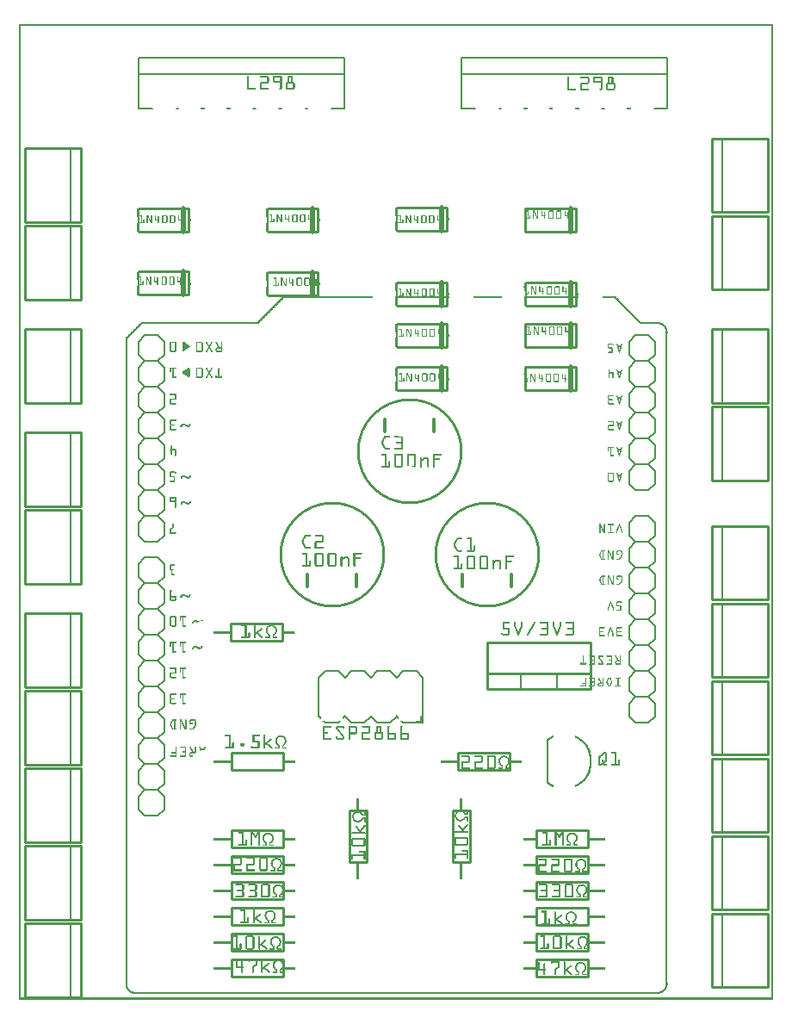
<source format=gto>
G04 MADE WITH FRITZING*
G04 WWW.FRITZING.ORG*
G04 DOUBLE SIDED*
G04 HOLES PLATED*
G04 CONTOUR ON CENTER OF CONTOUR VECTOR*
%ASAXBY*%
%FSLAX23Y23*%
%MOIN*%
%OFA0B0*%
%SFA1.0B1.0*%
%ADD10C,0.410000X0.39*%
%ADD11C,0.006000*%
%ADD12C,0.008000*%
%ADD13C,0.010000*%
%ADD14C,0.005000*%
%ADD15C,0.008051*%
%ADD16C,0.020000*%
%ADD17R,0.001000X0.001000*%
%LNSILK1*%
G90*
G70*
G54D10*
X1512Y2122D03*
X1812Y1722D03*
X1212Y1722D03*
G54D11*
X2362Y2297D02*
X2362Y2347D01*
D02*
X2362Y2347D02*
X2387Y2372D01*
D02*
X2387Y2372D02*
X2437Y2372D01*
D02*
X2437Y2372D02*
X2462Y2347D01*
D02*
X2387Y2372D02*
X2362Y2397D01*
D02*
X2362Y2397D02*
X2362Y2447D01*
D02*
X2362Y2447D02*
X2387Y2472D01*
D02*
X2387Y2472D02*
X2437Y2472D01*
D02*
X2437Y2472D02*
X2462Y2447D01*
D02*
X2462Y2447D02*
X2462Y2397D01*
D02*
X2462Y2397D02*
X2437Y2372D01*
D02*
X2387Y2172D02*
X2362Y2197D01*
D02*
X2362Y2197D02*
X2362Y2247D01*
D02*
X2362Y2247D02*
X2387Y2272D01*
D02*
X2387Y2272D02*
X2437Y2272D01*
D02*
X2437Y2272D02*
X2462Y2247D01*
D02*
X2462Y2247D02*
X2462Y2197D01*
D02*
X2462Y2197D02*
X2437Y2172D01*
D02*
X2362Y2297D02*
X2387Y2272D01*
D02*
X2437Y2272D02*
X2462Y2297D01*
D02*
X2462Y2347D02*
X2462Y2297D01*
D02*
X2362Y1997D02*
X2362Y2047D01*
D02*
X2362Y2047D02*
X2387Y2072D01*
D02*
X2387Y2072D02*
X2437Y2072D01*
D02*
X2437Y2072D02*
X2462Y2047D01*
D02*
X2387Y2072D02*
X2362Y2097D01*
D02*
X2362Y2097D02*
X2362Y2147D01*
D02*
X2362Y2147D02*
X2387Y2172D01*
D02*
X2387Y2172D02*
X2437Y2172D01*
D02*
X2437Y2172D02*
X2462Y2147D01*
D02*
X2462Y2147D02*
X2462Y2097D01*
D02*
X2462Y2097D02*
X2437Y2072D01*
D02*
X2387Y1972D02*
X2437Y1972D01*
D02*
X2362Y1997D02*
X2387Y1972D01*
D02*
X2437Y1972D02*
X2462Y1997D01*
D02*
X2462Y2047D02*
X2462Y1997D01*
D02*
X2362Y2497D02*
X2362Y2547D01*
D02*
X2362Y2547D02*
X2387Y2572D01*
D02*
X2387Y2572D02*
X2437Y2572D01*
D02*
X2437Y2572D02*
X2462Y2547D01*
D02*
X2362Y2497D02*
X2387Y2472D01*
D02*
X2437Y2472D02*
X2462Y2497D01*
D02*
X2462Y2547D02*
X2462Y2497D01*
D02*
X562Y887D02*
X562Y837D01*
D02*
X562Y1087D02*
X562Y1037D01*
D02*
X562Y987D02*
X562Y937D01*
D02*
X562Y1187D02*
X562Y1137D01*
D02*
X562Y1387D02*
X562Y1337D01*
D02*
X562Y1287D02*
X562Y1237D01*
D02*
X562Y1487D02*
X562Y1437D01*
D02*
X562Y1687D02*
X562Y1637D01*
D02*
X562Y1587D02*
X562Y1537D01*
D02*
X562Y787D02*
X562Y737D01*
D02*
X537Y912D02*
X562Y887D01*
D02*
X562Y837D02*
X537Y812D01*
D02*
X537Y812D02*
X487Y812D01*
D02*
X487Y812D02*
X462Y837D01*
D02*
X462Y837D02*
X462Y887D01*
D02*
X462Y887D02*
X487Y912D01*
D02*
X562Y1037D02*
X537Y1012D01*
D02*
X537Y1012D02*
X487Y1012D01*
D02*
X487Y1012D02*
X462Y1037D01*
D02*
X537Y1012D02*
X562Y987D01*
D02*
X562Y937D02*
X537Y912D01*
D02*
X537Y912D02*
X487Y912D01*
D02*
X487Y912D02*
X462Y937D01*
D02*
X462Y937D02*
X462Y987D01*
D02*
X462Y987D02*
X487Y1012D01*
D02*
X537Y1212D02*
X562Y1187D01*
D02*
X562Y1137D02*
X537Y1112D01*
D02*
X537Y1112D02*
X487Y1112D01*
D02*
X487Y1112D02*
X462Y1137D01*
D02*
X462Y1137D02*
X462Y1187D01*
D02*
X462Y1187D02*
X487Y1212D01*
D02*
X562Y1087D02*
X537Y1112D01*
D02*
X487Y1112D02*
X462Y1087D01*
D02*
X462Y1037D02*
X462Y1087D01*
D02*
X562Y1337D02*
X537Y1312D01*
D02*
X537Y1312D02*
X487Y1312D01*
D02*
X487Y1312D02*
X462Y1337D01*
D02*
X537Y1312D02*
X562Y1287D01*
D02*
X562Y1237D02*
X537Y1212D01*
D02*
X537Y1212D02*
X487Y1212D01*
D02*
X487Y1212D02*
X462Y1237D01*
D02*
X462Y1237D02*
X462Y1287D01*
D02*
X462Y1287D02*
X487Y1312D01*
D02*
X537Y1512D02*
X562Y1487D01*
D02*
X562Y1437D02*
X537Y1412D01*
D02*
X537Y1412D02*
X487Y1412D01*
D02*
X487Y1412D02*
X462Y1437D01*
D02*
X462Y1437D02*
X462Y1487D01*
D02*
X462Y1487D02*
X487Y1512D01*
D02*
X562Y1387D02*
X537Y1412D01*
D02*
X487Y1412D02*
X462Y1387D01*
D02*
X462Y1337D02*
X462Y1387D01*
D02*
X562Y1637D02*
X537Y1612D01*
D02*
X537Y1612D02*
X487Y1612D01*
D02*
X487Y1612D02*
X462Y1637D01*
D02*
X537Y1612D02*
X562Y1587D01*
D02*
X562Y1537D02*
X537Y1512D01*
D02*
X537Y1512D02*
X487Y1512D01*
D02*
X487Y1512D02*
X462Y1537D01*
D02*
X462Y1537D02*
X462Y1587D01*
D02*
X462Y1587D02*
X487Y1612D01*
D02*
X537Y1712D02*
X487Y1712D01*
D02*
X562Y1687D02*
X537Y1712D01*
D02*
X487Y1712D02*
X462Y1687D01*
D02*
X462Y1637D02*
X462Y1687D01*
D02*
X562Y737D02*
X537Y712D01*
D02*
X537Y712D02*
X487Y712D01*
D02*
X487Y712D02*
X462Y737D01*
D02*
X562Y787D02*
X537Y812D01*
D02*
X487Y812D02*
X462Y787D01*
D02*
X462Y737D02*
X462Y787D01*
D02*
X562Y1947D02*
X562Y1897D01*
D02*
X562Y1897D02*
X537Y1872D01*
D02*
X537Y1872D02*
X487Y1872D01*
D02*
X487Y1872D02*
X462Y1897D01*
D02*
X537Y2072D02*
X562Y2047D01*
D02*
X562Y2047D02*
X562Y1997D01*
D02*
X562Y1997D02*
X537Y1972D01*
D02*
X537Y1972D02*
X487Y1972D01*
D02*
X487Y1972D02*
X462Y1997D01*
D02*
X462Y1997D02*
X462Y2047D01*
D02*
X462Y2047D02*
X487Y2072D01*
D02*
X562Y1947D02*
X537Y1972D01*
D02*
X487Y1972D02*
X462Y1947D01*
D02*
X462Y1897D02*
X462Y1947D01*
D02*
X562Y2247D02*
X562Y2197D01*
D02*
X562Y2197D02*
X537Y2172D01*
D02*
X537Y2172D02*
X487Y2172D01*
D02*
X487Y2172D02*
X462Y2197D01*
D02*
X537Y2172D02*
X562Y2147D01*
D02*
X562Y2147D02*
X562Y2097D01*
D02*
X562Y2097D02*
X537Y2072D01*
D02*
X537Y2072D02*
X487Y2072D01*
D02*
X487Y2072D02*
X462Y2097D01*
D02*
X462Y2097D02*
X462Y2147D01*
D02*
X462Y2147D02*
X487Y2172D01*
D02*
X537Y2372D02*
X562Y2347D01*
D02*
X562Y2347D02*
X562Y2297D01*
D02*
X562Y2297D02*
X537Y2272D01*
D02*
X537Y2272D02*
X487Y2272D01*
D02*
X487Y2272D02*
X462Y2297D01*
D02*
X462Y2297D02*
X462Y2347D01*
D02*
X462Y2347D02*
X487Y2372D01*
D02*
X562Y2247D02*
X537Y2272D01*
D02*
X487Y2272D02*
X462Y2247D01*
D02*
X462Y2197D02*
X462Y2247D01*
D02*
X562Y2547D02*
X562Y2497D01*
D02*
X562Y2497D02*
X537Y2472D01*
D02*
X537Y2472D02*
X487Y2472D01*
D02*
X487Y2472D02*
X462Y2497D01*
D02*
X537Y2472D02*
X562Y2447D01*
D02*
X562Y2447D02*
X562Y2397D01*
D02*
X562Y2397D02*
X537Y2372D01*
D02*
X537Y2372D02*
X487Y2372D01*
D02*
X487Y2372D02*
X462Y2397D01*
D02*
X462Y2397D02*
X462Y2447D01*
D02*
X462Y2447D02*
X487Y2472D01*
D02*
X537Y2572D02*
X487Y2572D01*
D02*
X562Y2547D02*
X537Y2572D01*
D02*
X487Y2572D02*
X462Y2547D01*
D02*
X462Y2497D02*
X462Y2547D01*
D02*
X562Y1847D02*
X562Y1797D01*
D02*
X562Y1797D02*
X537Y1772D01*
D02*
X537Y1772D02*
X487Y1772D01*
D02*
X487Y1772D02*
X462Y1797D01*
D02*
X562Y1847D02*
X537Y1872D01*
D02*
X487Y1872D02*
X462Y1847D01*
D02*
X462Y1797D02*
X462Y1847D01*
D02*
X2362Y1697D02*
X2362Y1747D01*
D02*
X2362Y1747D02*
X2387Y1772D01*
D02*
X2387Y1772D02*
X2437Y1772D01*
D02*
X2437Y1772D02*
X2462Y1747D01*
D02*
X2387Y1572D02*
X2362Y1597D01*
D02*
X2362Y1597D02*
X2362Y1647D01*
D02*
X2362Y1647D02*
X2387Y1672D01*
D02*
X2387Y1672D02*
X2437Y1672D01*
D02*
X2437Y1672D02*
X2462Y1647D01*
D02*
X2462Y1647D02*
X2462Y1597D01*
D02*
X2462Y1597D02*
X2437Y1572D01*
D02*
X2362Y1697D02*
X2387Y1672D01*
D02*
X2437Y1672D02*
X2462Y1697D01*
D02*
X2462Y1747D02*
X2462Y1697D01*
D02*
X2362Y1397D02*
X2362Y1447D01*
D02*
X2362Y1447D02*
X2387Y1472D01*
D02*
X2387Y1472D02*
X2437Y1472D01*
D02*
X2437Y1472D02*
X2462Y1447D01*
D02*
X2387Y1472D02*
X2362Y1497D01*
D02*
X2362Y1497D02*
X2362Y1547D01*
D02*
X2362Y1547D02*
X2387Y1572D01*
D02*
X2387Y1572D02*
X2437Y1572D01*
D02*
X2437Y1572D02*
X2462Y1547D01*
D02*
X2462Y1547D02*
X2462Y1497D01*
D02*
X2462Y1497D02*
X2437Y1472D01*
D02*
X2387Y1272D02*
X2362Y1297D01*
D02*
X2362Y1297D02*
X2362Y1347D01*
D02*
X2362Y1347D02*
X2387Y1372D01*
D02*
X2387Y1372D02*
X2437Y1372D01*
D02*
X2437Y1372D02*
X2462Y1347D01*
D02*
X2462Y1347D02*
X2462Y1297D01*
D02*
X2462Y1297D02*
X2437Y1272D01*
D02*
X2362Y1397D02*
X2387Y1372D01*
D02*
X2437Y1372D02*
X2462Y1397D01*
D02*
X2462Y1447D02*
X2462Y1397D01*
D02*
X2362Y1097D02*
X2362Y1147D01*
D02*
X2362Y1147D02*
X2387Y1172D01*
D02*
X2387Y1172D02*
X2437Y1172D01*
D02*
X2437Y1172D02*
X2462Y1147D01*
D02*
X2387Y1172D02*
X2362Y1197D01*
D02*
X2362Y1197D02*
X2362Y1247D01*
D02*
X2362Y1247D02*
X2387Y1272D01*
D02*
X2387Y1272D02*
X2437Y1272D01*
D02*
X2437Y1272D02*
X2462Y1247D01*
D02*
X2462Y1247D02*
X2462Y1197D01*
D02*
X2462Y1197D02*
X2437Y1172D01*
D02*
X2387Y1072D02*
X2437Y1072D01*
D02*
X2362Y1097D02*
X2387Y1072D01*
D02*
X2437Y1072D02*
X2462Y1097D01*
D02*
X2462Y1147D02*
X2462Y1097D01*
D02*
X2362Y1797D02*
X2362Y1847D01*
D02*
X2362Y1847D02*
X2387Y1872D01*
D02*
X2387Y1872D02*
X2437Y1872D01*
D02*
X2437Y1872D02*
X2462Y1847D01*
D02*
X2362Y1797D02*
X2387Y1772D01*
D02*
X2437Y1772D02*
X2462Y1797D01*
D02*
X2462Y1847D02*
X2462Y1797D01*
G54D12*
D02*
X464Y3449D02*
X464Y3582D01*
D02*
X464Y3582D02*
X464Y3645D01*
D02*
X464Y3645D02*
X1260Y3645D01*
D02*
X1260Y3645D02*
X1260Y3582D01*
D02*
X1260Y3582D02*
X1260Y3449D01*
D02*
X464Y3582D02*
X1260Y3582D01*
D02*
X465Y3449D02*
X516Y3449D01*
D02*
X609Y3449D02*
X616Y3449D01*
D02*
X908Y3449D02*
X916Y3449D01*
D02*
X1008Y3449D02*
X1016Y3449D01*
D02*
X1109Y3449D02*
X1116Y3449D01*
D02*
X1260Y3449D02*
X1209Y3449D01*
D02*
X1714Y3449D02*
X1714Y3582D01*
D02*
X1714Y3582D02*
X1714Y3645D01*
D02*
X1714Y3645D02*
X2510Y3645D01*
D02*
X2510Y3645D02*
X2510Y3582D01*
D02*
X2510Y3582D02*
X2510Y3449D01*
D02*
X1714Y3582D02*
X2510Y3582D01*
D02*
X1715Y3449D02*
X1766Y3449D01*
D02*
X1859Y3449D02*
X1866Y3449D01*
D02*
X2258Y3449D02*
X2266Y3449D01*
D02*
X2510Y3449D02*
X2459Y3449D01*
G54D13*
D02*
X2212Y1202D02*
X1812Y1202D01*
D02*
X1812Y1202D02*
X1812Y1382D01*
D02*
X1812Y1382D02*
X2212Y1382D01*
D02*
X2212Y1382D02*
X2212Y1202D01*
D02*
X2212Y1202D02*
X1812Y1202D01*
D02*
X1812Y1202D02*
X1812Y1262D01*
D02*
X1812Y1262D02*
X2212Y1262D01*
D02*
X2212Y1262D02*
X2212Y1202D01*
G54D14*
D02*
X2082Y1202D02*
X2082Y1262D01*
D02*
X1942Y1202D02*
X1942Y1262D01*
G54D15*
D02*
X1564Y1247D02*
X1539Y1272D01*
D02*
X1488Y1272D02*
X1463Y1247D01*
D02*
X1463Y1247D02*
X1438Y1272D01*
D02*
X1388Y1272D02*
X1362Y1247D01*
D02*
X1362Y1247D02*
X1337Y1272D01*
D02*
X1287Y1272D02*
X1262Y1247D01*
D02*
X1564Y1247D02*
X1564Y1097D01*
D02*
X1539Y1072D02*
X1488Y1072D01*
D02*
X1463Y1097D02*
X1438Y1072D01*
D02*
X1438Y1072D02*
X1388Y1072D01*
D02*
X1388Y1072D02*
X1362Y1097D01*
D02*
X1362Y1097D02*
X1337Y1072D01*
D02*
X1337Y1072D02*
X1287Y1072D01*
D02*
X1287Y1072D02*
X1262Y1097D01*
D02*
X1337Y1272D02*
X1287Y1272D01*
D02*
X1438Y1272D02*
X1388Y1272D01*
D02*
X1539Y1272D02*
X1488Y1272D01*
D02*
X1186Y1272D02*
X1161Y1247D01*
D02*
X1237Y1072D02*
X1186Y1072D01*
D02*
X1161Y1097D02*
X1161Y1247D01*
D02*
X1237Y1272D02*
X1186Y1272D01*
D02*
X1262Y1247D02*
X1237Y1272D01*
G54D13*
D02*
X821Y1455D02*
X1021Y1455D01*
D02*
X1021Y1455D02*
X1021Y1389D01*
D02*
X1021Y1389D02*
X821Y1389D01*
D02*
X821Y1389D02*
X821Y1455D01*
D02*
X822Y955D02*
X1022Y955D01*
D02*
X1022Y955D02*
X1022Y889D01*
D02*
X1022Y889D02*
X822Y889D01*
D02*
X822Y889D02*
X822Y955D01*
G54D12*
D02*
X2047Y1005D02*
X2047Y840D01*
G54D13*
D02*
X1700Y955D02*
X1900Y955D01*
D02*
X1900Y955D02*
X1900Y889D01*
D02*
X1900Y889D02*
X1700Y889D01*
D02*
X1700Y889D02*
X1700Y955D01*
D02*
X658Y2728D02*
X463Y2728D01*
D02*
X463Y2818D02*
X658Y2818D01*
D02*
X658Y2818D02*
X658Y2728D01*
G54D16*
D02*
X638Y2818D02*
X638Y2728D01*
G54D13*
D02*
X658Y2972D02*
X463Y2972D01*
D02*
X463Y3062D02*
X658Y3062D01*
D02*
X658Y3062D02*
X658Y2972D01*
G54D16*
D02*
X638Y3062D02*
X638Y2972D01*
G54D13*
D02*
X1158Y2972D02*
X963Y2972D01*
D02*
X963Y3062D02*
X1158Y3062D01*
D02*
X1158Y3062D02*
X1158Y2972D01*
G54D16*
D02*
X1138Y3062D02*
X1138Y2972D01*
G54D13*
D02*
X1158Y2726D02*
X963Y2726D01*
D02*
X963Y2816D02*
X1158Y2816D01*
D02*
X1158Y2816D02*
X1158Y2726D01*
G54D16*
D02*
X1138Y2816D02*
X1138Y2726D01*
G54D13*
D02*
X1658Y2527D02*
X1463Y2527D01*
D02*
X1463Y2617D02*
X1658Y2617D01*
D02*
X1658Y2617D02*
X1658Y2527D01*
G54D16*
D02*
X1638Y2617D02*
X1638Y2527D01*
G54D13*
D02*
X1658Y2358D02*
X1463Y2358D01*
D02*
X1463Y2448D02*
X1658Y2448D01*
D02*
X1658Y2448D02*
X1658Y2358D01*
G54D16*
D02*
X1638Y2448D02*
X1638Y2358D01*
G54D13*
D02*
X1658Y2977D02*
X1463Y2977D01*
D02*
X1463Y3067D02*
X1658Y3067D01*
D02*
X1658Y3067D02*
X1658Y2977D01*
G54D16*
D02*
X1638Y3067D02*
X1638Y2977D01*
G54D13*
D02*
X1658Y2687D02*
X1463Y2687D01*
D02*
X1463Y2777D02*
X1658Y2777D01*
D02*
X1658Y2777D02*
X1658Y2687D01*
G54D16*
D02*
X1638Y2777D02*
X1638Y2687D01*
G54D13*
D02*
X2156Y2527D02*
X1961Y2527D01*
D02*
X1961Y2617D02*
X2156Y2617D01*
D02*
X2156Y2617D02*
X2156Y2527D01*
G54D16*
D02*
X2136Y2617D02*
X2136Y2527D01*
G54D13*
D02*
X2156Y2358D02*
X1961Y2358D01*
D02*
X1961Y2448D02*
X2156Y2448D01*
D02*
X2156Y2448D02*
X2156Y2358D01*
G54D16*
D02*
X2136Y2448D02*
X2136Y2358D01*
G54D13*
D02*
X2156Y2972D02*
X1961Y2972D01*
D02*
X1961Y3062D02*
X2156Y3062D01*
D02*
X2156Y3062D02*
X2156Y2972D01*
G54D16*
D02*
X2136Y3062D02*
X2136Y2972D01*
G54D13*
D02*
X2158Y2686D02*
X1963Y2686D01*
D02*
X1963Y2776D02*
X2158Y2776D01*
D02*
X2158Y2776D02*
X2158Y2686D01*
G54D16*
D02*
X2138Y2776D02*
X2138Y2686D01*
G54D13*
D02*
X1679Y532D02*
X1679Y732D01*
D02*
X1679Y732D02*
X1745Y732D01*
D02*
X1745Y732D02*
X1745Y532D01*
D02*
X1745Y532D02*
X1679Y532D01*
D02*
X1279Y532D02*
X1279Y732D01*
D02*
X1279Y732D02*
X1345Y732D01*
D02*
X1345Y732D02*
X1345Y532D01*
D02*
X1345Y532D02*
X1279Y532D01*
D02*
X24Y1896D02*
X24Y1611D01*
D02*
X24Y1611D02*
X240Y1611D01*
D02*
X240Y1611D02*
X240Y1896D01*
D02*
X240Y1896D02*
X24Y1896D01*
G54D14*
D02*
X200Y1611D02*
X200Y1896D01*
G54D13*
D02*
X24Y2196D02*
X24Y1911D01*
D02*
X24Y1911D02*
X240Y1911D01*
D02*
X240Y1911D02*
X240Y2196D01*
D02*
X240Y2196D02*
X24Y2196D01*
G54D14*
D02*
X200Y1911D02*
X200Y2196D01*
G54D13*
D02*
X24Y2996D02*
X24Y2711D01*
D02*
X24Y2711D02*
X240Y2711D01*
D02*
X240Y2711D02*
X240Y2996D01*
D02*
X240Y2996D02*
X24Y2996D01*
G54D14*
D02*
X200Y2711D02*
X200Y2996D01*
G54D13*
D02*
X24Y2596D02*
X24Y2311D01*
D02*
X24Y2311D02*
X240Y2311D01*
D02*
X240Y2311D02*
X240Y2596D01*
D02*
X240Y2596D02*
X24Y2596D01*
G54D14*
D02*
X200Y2311D02*
X200Y2596D01*
G54D13*
D02*
X2900Y2748D02*
X2900Y3034D01*
D02*
X2900Y3034D02*
X2684Y3034D01*
D02*
X2684Y3034D02*
X2684Y2748D01*
D02*
X2684Y2748D02*
X2900Y2748D01*
G54D14*
D02*
X2724Y3034D02*
X2724Y2748D01*
G54D13*
D02*
X2900Y3048D02*
X2900Y3334D01*
D02*
X2900Y3334D02*
X2684Y3334D01*
D02*
X2684Y3334D02*
X2684Y3048D01*
D02*
X2684Y3048D02*
X2900Y3048D01*
G54D14*
D02*
X2724Y3334D02*
X2724Y3048D01*
G54D13*
D02*
X2900Y1548D02*
X2900Y1834D01*
D02*
X2900Y1834D02*
X2684Y1834D01*
D02*
X2684Y1834D02*
X2684Y1548D01*
D02*
X2684Y1548D02*
X2900Y1548D01*
G54D14*
D02*
X2724Y1834D02*
X2724Y1548D01*
G54D13*
D02*
X24Y3296D02*
X24Y3011D01*
D02*
X24Y3011D02*
X240Y3011D01*
D02*
X240Y3011D02*
X240Y3296D01*
D02*
X240Y3296D02*
X24Y3296D01*
G54D14*
D02*
X200Y3011D02*
X200Y3296D01*
G54D13*
D02*
X2900Y2311D02*
X2900Y2596D01*
D02*
X2900Y2596D02*
X2684Y2596D01*
D02*
X2684Y2596D02*
X2684Y2311D01*
D02*
X2684Y2311D02*
X2900Y2311D01*
G54D14*
D02*
X2724Y2596D02*
X2724Y2311D01*
G54D13*
D02*
X24Y896D02*
X24Y611D01*
D02*
X24Y611D02*
X240Y611D01*
D02*
X240Y611D02*
X240Y896D01*
D02*
X240Y896D02*
X24Y896D01*
G54D14*
D02*
X200Y611D02*
X200Y896D01*
G54D13*
D02*
X24Y1196D02*
X24Y911D01*
D02*
X24Y911D02*
X240Y911D01*
D02*
X240Y911D02*
X240Y1196D01*
D02*
X240Y1196D02*
X24Y1196D01*
G54D14*
D02*
X200Y911D02*
X200Y1196D01*
G54D13*
D02*
X24Y1496D02*
X24Y1211D01*
D02*
X24Y1211D02*
X240Y1211D01*
D02*
X240Y1211D02*
X240Y1496D01*
D02*
X240Y1496D02*
X24Y1496D01*
G54D14*
D02*
X200Y1211D02*
X200Y1496D01*
G54D13*
D02*
X24Y596D02*
X24Y311D01*
D02*
X24Y311D02*
X240Y311D01*
D02*
X240Y311D02*
X240Y596D01*
D02*
X240Y596D02*
X24Y596D01*
G54D14*
D02*
X200Y311D02*
X200Y596D01*
G54D13*
D02*
X2900Y1248D02*
X2900Y1534D01*
D02*
X2900Y1534D02*
X2684Y1534D01*
D02*
X2684Y1534D02*
X2684Y1248D01*
D02*
X2684Y1248D02*
X2900Y1248D01*
G54D14*
D02*
X2724Y1534D02*
X2724Y1248D01*
G54D13*
D02*
X2900Y948D02*
X2900Y1234D01*
D02*
X2900Y1234D02*
X2684Y1234D01*
D02*
X2684Y1234D02*
X2684Y948D01*
D02*
X2684Y948D02*
X2900Y948D01*
G54D14*
D02*
X2724Y1234D02*
X2724Y948D01*
G54D13*
D02*
X2900Y648D02*
X2900Y934D01*
D02*
X2900Y934D02*
X2684Y934D01*
D02*
X2684Y934D02*
X2684Y648D01*
D02*
X2684Y648D02*
X2900Y648D01*
G54D14*
D02*
X2724Y934D02*
X2724Y648D01*
G54D13*
D02*
X2900Y348D02*
X2900Y634D01*
D02*
X2900Y634D02*
X2684Y634D01*
D02*
X2684Y634D02*
X2684Y348D01*
D02*
X2684Y348D02*
X2900Y348D01*
G54D14*
D02*
X2724Y634D02*
X2724Y348D01*
G54D13*
D02*
X2900Y48D02*
X2900Y334D01*
D02*
X2900Y334D02*
X2684Y334D01*
D02*
X2684Y334D02*
X2684Y48D01*
D02*
X2684Y48D02*
X2900Y48D01*
G54D14*
D02*
X2724Y334D02*
X2724Y48D01*
G54D13*
D02*
X24Y296D02*
X24Y11D01*
D02*
X24Y11D02*
X240Y11D01*
D02*
X240Y11D02*
X240Y296D01*
D02*
X240Y296D02*
X24Y296D01*
G54D14*
D02*
X200Y11D02*
X200Y296D01*
G54D13*
D02*
X2203Y89D02*
X2003Y89D01*
D02*
X2003Y89D02*
X2003Y155D01*
D02*
X2003Y155D02*
X2203Y155D01*
D02*
X2203Y155D02*
X2203Y89D01*
D02*
X822Y155D02*
X1022Y155D01*
D02*
X1022Y155D02*
X1022Y89D01*
D02*
X1022Y89D02*
X822Y89D01*
D02*
X822Y89D02*
X822Y155D01*
D02*
X2203Y589D02*
X2003Y589D01*
D02*
X2003Y589D02*
X2003Y655D01*
D02*
X2003Y655D02*
X2203Y655D01*
D02*
X2203Y655D02*
X2203Y589D01*
D02*
X822Y655D02*
X1022Y655D01*
D02*
X1022Y655D02*
X1022Y589D01*
D02*
X1022Y589D02*
X822Y589D01*
D02*
X822Y589D02*
X822Y655D01*
D02*
X2203Y189D02*
X2003Y189D01*
D02*
X2003Y189D02*
X2003Y255D01*
D02*
X2003Y255D02*
X2203Y255D01*
D02*
X2203Y255D02*
X2203Y189D01*
D02*
X822Y255D02*
X1022Y255D01*
D02*
X1022Y255D02*
X1022Y189D01*
D02*
X1022Y189D02*
X822Y189D01*
D02*
X822Y189D02*
X822Y255D01*
D02*
X2203Y289D02*
X2003Y289D01*
D02*
X2003Y289D02*
X2003Y355D01*
D02*
X2003Y355D02*
X2203Y355D01*
D02*
X2203Y355D02*
X2203Y289D01*
D02*
X822Y355D02*
X1022Y355D01*
D02*
X1022Y355D02*
X1022Y289D01*
D02*
X1022Y289D02*
X822Y289D01*
D02*
X822Y289D02*
X822Y355D01*
D02*
X2203Y489D02*
X2003Y489D01*
D02*
X2003Y489D02*
X2003Y555D01*
D02*
X2003Y555D02*
X2203Y555D01*
D02*
X2203Y555D02*
X2203Y489D01*
D02*
X822Y555D02*
X1022Y555D01*
D02*
X1022Y555D02*
X1022Y489D01*
D02*
X1022Y489D02*
X822Y489D01*
D02*
X822Y489D02*
X822Y555D01*
D02*
X2203Y389D02*
X2003Y389D01*
D02*
X2003Y389D02*
X2003Y455D01*
D02*
X2003Y455D02*
X2203Y455D01*
D02*
X2203Y455D02*
X2203Y389D01*
D02*
X822Y455D02*
X1022Y455D01*
D02*
X1022Y455D02*
X1022Y389D01*
D02*
X1022Y389D02*
X822Y389D01*
D02*
X822Y389D02*
X822Y455D01*
D02*
X2900Y2011D02*
X2900Y2296D01*
D02*
X2900Y2296D02*
X2684Y2296D01*
D02*
X2684Y2296D02*
X2684Y2011D01*
D02*
X2684Y2011D02*
X2900Y2011D01*
G54D14*
D02*
X2724Y2296D02*
X2724Y2011D01*
G54D17*
X0Y3776D02*
X2919Y3776D01*
X0Y3775D02*
X2919Y3775D01*
X0Y3774D02*
X2919Y3774D01*
X0Y3773D02*
X2919Y3773D01*
X0Y3772D02*
X2919Y3772D01*
X0Y3771D02*
X2919Y3771D01*
X0Y3770D02*
X2919Y3770D01*
X0Y3769D02*
X2919Y3769D01*
X0Y3768D02*
X7Y3768D01*
X2912Y3768D02*
X2919Y3768D01*
X0Y3767D02*
X7Y3767D01*
X2912Y3767D02*
X2919Y3767D01*
X0Y3766D02*
X7Y3766D01*
X2912Y3766D02*
X2919Y3766D01*
X0Y3765D02*
X7Y3765D01*
X2912Y3765D02*
X2919Y3765D01*
X0Y3764D02*
X7Y3764D01*
X2912Y3764D02*
X2919Y3764D01*
X0Y3763D02*
X7Y3763D01*
X2912Y3763D02*
X2919Y3763D01*
X0Y3762D02*
X7Y3762D01*
X2912Y3762D02*
X2919Y3762D01*
X0Y3761D02*
X7Y3761D01*
X2912Y3761D02*
X2919Y3761D01*
X0Y3760D02*
X7Y3760D01*
X2912Y3760D02*
X2919Y3760D01*
X0Y3759D02*
X7Y3759D01*
X2912Y3759D02*
X2919Y3759D01*
X0Y3758D02*
X7Y3758D01*
X2912Y3758D02*
X2919Y3758D01*
X0Y3757D02*
X7Y3757D01*
X2912Y3757D02*
X2919Y3757D01*
X0Y3756D02*
X7Y3756D01*
X2912Y3756D02*
X2919Y3756D01*
X0Y3755D02*
X7Y3755D01*
X2912Y3755D02*
X2919Y3755D01*
X0Y3754D02*
X7Y3754D01*
X2912Y3754D02*
X2919Y3754D01*
X0Y3753D02*
X7Y3753D01*
X2912Y3753D02*
X2919Y3753D01*
X0Y3752D02*
X7Y3752D01*
X2912Y3752D02*
X2919Y3752D01*
X0Y3751D02*
X7Y3751D01*
X2912Y3751D02*
X2919Y3751D01*
X0Y3750D02*
X7Y3750D01*
X2912Y3750D02*
X2919Y3750D01*
X0Y3749D02*
X7Y3749D01*
X2912Y3749D02*
X2919Y3749D01*
X0Y3748D02*
X7Y3748D01*
X2912Y3748D02*
X2919Y3748D01*
X0Y3747D02*
X7Y3747D01*
X2912Y3747D02*
X2919Y3747D01*
X0Y3746D02*
X7Y3746D01*
X2912Y3746D02*
X2919Y3746D01*
X0Y3745D02*
X7Y3745D01*
X2912Y3745D02*
X2919Y3745D01*
X0Y3744D02*
X7Y3744D01*
X2912Y3744D02*
X2919Y3744D01*
X0Y3743D02*
X7Y3743D01*
X2912Y3743D02*
X2919Y3743D01*
X0Y3742D02*
X7Y3742D01*
X2912Y3742D02*
X2919Y3742D01*
X0Y3741D02*
X7Y3741D01*
X2912Y3741D02*
X2919Y3741D01*
X0Y3740D02*
X7Y3740D01*
X2912Y3740D02*
X2919Y3740D01*
X0Y3739D02*
X7Y3739D01*
X2912Y3739D02*
X2919Y3739D01*
X0Y3738D02*
X7Y3738D01*
X2912Y3738D02*
X2919Y3738D01*
X0Y3737D02*
X7Y3737D01*
X2912Y3737D02*
X2919Y3737D01*
X0Y3736D02*
X7Y3736D01*
X2912Y3736D02*
X2919Y3736D01*
X0Y3735D02*
X7Y3735D01*
X2912Y3735D02*
X2919Y3735D01*
X0Y3734D02*
X7Y3734D01*
X2912Y3734D02*
X2919Y3734D01*
X0Y3733D02*
X7Y3733D01*
X2912Y3733D02*
X2919Y3733D01*
X0Y3732D02*
X7Y3732D01*
X2912Y3732D02*
X2919Y3732D01*
X0Y3731D02*
X7Y3731D01*
X2912Y3731D02*
X2919Y3731D01*
X0Y3730D02*
X7Y3730D01*
X2912Y3730D02*
X2919Y3730D01*
X0Y3729D02*
X7Y3729D01*
X2912Y3729D02*
X2919Y3729D01*
X0Y3728D02*
X7Y3728D01*
X2912Y3728D02*
X2919Y3728D01*
X0Y3727D02*
X7Y3727D01*
X2912Y3727D02*
X2919Y3727D01*
X0Y3726D02*
X7Y3726D01*
X2912Y3726D02*
X2919Y3726D01*
X0Y3725D02*
X7Y3725D01*
X2912Y3725D02*
X2919Y3725D01*
X0Y3724D02*
X7Y3724D01*
X2912Y3724D02*
X2919Y3724D01*
X0Y3723D02*
X7Y3723D01*
X2912Y3723D02*
X2919Y3723D01*
X0Y3722D02*
X7Y3722D01*
X2912Y3722D02*
X2919Y3722D01*
X0Y3721D02*
X7Y3721D01*
X2912Y3721D02*
X2919Y3721D01*
X0Y3720D02*
X7Y3720D01*
X2912Y3720D02*
X2919Y3720D01*
X0Y3719D02*
X7Y3719D01*
X2912Y3719D02*
X2919Y3719D01*
X0Y3718D02*
X7Y3718D01*
X2912Y3718D02*
X2919Y3718D01*
X0Y3717D02*
X7Y3717D01*
X2912Y3717D02*
X2919Y3717D01*
X0Y3716D02*
X7Y3716D01*
X2912Y3716D02*
X2919Y3716D01*
X0Y3715D02*
X7Y3715D01*
X2912Y3715D02*
X2919Y3715D01*
X0Y3714D02*
X7Y3714D01*
X2912Y3714D02*
X2919Y3714D01*
X0Y3713D02*
X7Y3713D01*
X2912Y3713D02*
X2919Y3713D01*
X0Y3712D02*
X7Y3712D01*
X2912Y3712D02*
X2919Y3712D01*
X0Y3711D02*
X7Y3711D01*
X2912Y3711D02*
X2919Y3711D01*
X0Y3710D02*
X7Y3710D01*
X2912Y3710D02*
X2919Y3710D01*
X0Y3709D02*
X7Y3709D01*
X2912Y3709D02*
X2919Y3709D01*
X0Y3708D02*
X7Y3708D01*
X2912Y3708D02*
X2919Y3708D01*
X0Y3707D02*
X7Y3707D01*
X2912Y3707D02*
X2919Y3707D01*
X0Y3706D02*
X7Y3706D01*
X2912Y3706D02*
X2919Y3706D01*
X0Y3705D02*
X7Y3705D01*
X2912Y3705D02*
X2919Y3705D01*
X0Y3704D02*
X7Y3704D01*
X2912Y3704D02*
X2919Y3704D01*
X0Y3703D02*
X7Y3703D01*
X2912Y3703D02*
X2919Y3703D01*
X0Y3702D02*
X7Y3702D01*
X2912Y3702D02*
X2919Y3702D01*
X0Y3701D02*
X7Y3701D01*
X2912Y3701D02*
X2919Y3701D01*
X0Y3700D02*
X7Y3700D01*
X2912Y3700D02*
X2919Y3700D01*
X0Y3699D02*
X7Y3699D01*
X2912Y3699D02*
X2919Y3699D01*
X0Y3698D02*
X7Y3698D01*
X2912Y3698D02*
X2919Y3698D01*
X0Y3697D02*
X7Y3697D01*
X2912Y3697D02*
X2919Y3697D01*
X0Y3696D02*
X7Y3696D01*
X2912Y3696D02*
X2919Y3696D01*
X0Y3695D02*
X7Y3695D01*
X2912Y3695D02*
X2919Y3695D01*
X0Y3694D02*
X7Y3694D01*
X2912Y3694D02*
X2919Y3694D01*
X0Y3693D02*
X7Y3693D01*
X2912Y3693D02*
X2919Y3693D01*
X0Y3692D02*
X7Y3692D01*
X2912Y3692D02*
X2919Y3692D01*
X0Y3691D02*
X7Y3691D01*
X2912Y3691D02*
X2919Y3691D01*
X0Y3690D02*
X7Y3690D01*
X2912Y3690D02*
X2919Y3690D01*
X0Y3689D02*
X7Y3689D01*
X2912Y3689D02*
X2919Y3689D01*
X0Y3688D02*
X7Y3688D01*
X2912Y3688D02*
X2919Y3688D01*
X0Y3687D02*
X7Y3687D01*
X2912Y3687D02*
X2919Y3687D01*
X0Y3686D02*
X7Y3686D01*
X2912Y3686D02*
X2919Y3686D01*
X0Y3685D02*
X7Y3685D01*
X2912Y3685D02*
X2919Y3685D01*
X0Y3684D02*
X7Y3684D01*
X2912Y3684D02*
X2919Y3684D01*
X0Y3683D02*
X7Y3683D01*
X2912Y3683D02*
X2919Y3683D01*
X0Y3682D02*
X7Y3682D01*
X2912Y3682D02*
X2919Y3682D01*
X0Y3681D02*
X7Y3681D01*
X2912Y3681D02*
X2919Y3681D01*
X0Y3680D02*
X7Y3680D01*
X2912Y3680D02*
X2919Y3680D01*
X0Y3679D02*
X7Y3679D01*
X2912Y3679D02*
X2919Y3679D01*
X0Y3678D02*
X7Y3678D01*
X2912Y3678D02*
X2919Y3678D01*
X0Y3677D02*
X7Y3677D01*
X2912Y3677D02*
X2919Y3677D01*
X0Y3676D02*
X7Y3676D01*
X2912Y3676D02*
X2919Y3676D01*
X0Y3675D02*
X7Y3675D01*
X2912Y3675D02*
X2919Y3675D01*
X0Y3674D02*
X7Y3674D01*
X2912Y3674D02*
X2919Y3674D01*
X0Y3673D02*
X7Y3673D01*
X2912Y3673D02*
X2919Y3673D01*
X0Y3672D02*
X7Y3672D01*
X2912Y3672D02*
X2919Y3672D01*
X0Y3671D02*
X7Y3671D01*
X2912Y3671D02*
X2919Y3671D01*
X0Y3670D02*
X7Y3670D01*
X2912Y3670D02*
X2919Y3670D01*
X0Y3669D02*
X7Y3669D01*
X2912Y3669D02*
X2919Y3669D01*
X0Y3668D02*
X7Y3668D01*
X2912Y3668D02*
X2919Y3668D01*
X0Y3667D02*
X7Y3667D01*
X2912Y3667D02*
X2919Y3667D01*
X0Y3666D02*
X7Y3666D01*
X2912Y3666D02*
X2919Y3666D01*
X0Y3665D02*
X7Y3665D01*
X2912Y3665D02*
X2919Y3665D01*
X0Y3664D02*
X7Y3664D01*
X2912Y3664D02*
X2919Y3664D01*
X0Y3663D02*
X7Y3663D01*
X2912Y3663D02*
X2919Y3663D01*
X0Y3662D02*
X7Y3662D01*
X2912Y3662D02*
X2919Y3662D01*
X0Y3661D02*
X7Y3661D01*
X2912Y3661D02*
X2919Y3661D01*
X0Y3660D02*
X7Y3660D01*
X2912Y3660D02*
X2919Y3660D01*
X0Y3659D02*
X7Y3659D01*
X2912Y3659D02*
X2919Y3659D01*
X0Y3658D02*
X7Y3658D01*
X2912Y3658D02*
X2919Y3658D01*
X0Y3657D02*
X7Y3657D01*
X2912Y3657D02*
X2919Y3657D01*
X0Y3656D02*
X7Y3656D01*
X2912Y3656D02*
X2919Y3656D01*
X0Y3655D02*
X7Y3655D01*
X2912Y3655D02*
X2919Y3655D01*
X0Y3654D02*
X7Y3654D01*
X2912Y3654D02*
X2919Y3654D01*
X0Y3653D02*
X7Y3653D01*
X2912Y3653D02*
X2919Y3653D01*
X0Y3652D02*
X7Y3652D01*
X2912Y3652D02*
X2919Y3652D01*
X0Y3651D02*
X7Y3651D01*
X2912Y3651D02*
X2919Y3651D01*
X0Y3650D02*
X7Y3650D01*
X2912Y3650D02*
X2919Y3650D01*
X0Y3649D02*
X7Y3649D01*
X2912Y3649D02*
X2919Y3649D01*
X0Y3648D02*
X7Y3648D01*
X2912Y3648D02*
X2919Y3648D01*
X0Y3647D02*
X7Y3647D01*
X2912Y3647D02*
X2919Y3647D01*
X0Y3646D02*
X7Y3646D01*
X2912Y3646D02*
X2919Y3646D01*
X0Y3645D02*
X7Y3645D01*
X2912Y3645D02*
X2919Y3645D01*
X0Y3644D02*
X7Y3644D01*
X2912Y3644D02*
X2919Y3644D01*
X0Y3643D02*
X7Y3643D01*
X2912Y3643D02*
X2919Y3643D01*
X0Y3642D02*
X7Y3642D01*
X2912Y3642D02*
X2919Y3642D01*
X0Y3641D02*
X7Y3641D01*
X2912Y3641D02*
X2919Y3641D01*
X0Y3640D02*
X7Y3640D01*
X2912Y3640D02*
X2919Y3640D01*
X0Y3639D02*
X7Y3639D01*
X2912Y3639D02*
X2919Y3639D01*
X0Y3638D02*
X7Y3638D01*
X2912Y3638D02*
X2919Y3638D01*
X0Y3637D02*
X7Y3637D01*
X2912Y3637D02*
X2919Y3637D01*
X0Y3636D02*
X7Y3636D01*
X2912Y3636D02*
X2919Y3636D01*
X0Y3635D02*
X7Y3635D01*
X2912Y3635D02*
X2919Y3635D01*
X0Y3634D02*
X7Y3634D01*
X2912Y3634D02*
X2919Y3634D01*
X0Y3633D02*
X7Y3633D01*
X2912Y3633D02*
X2919Y3633D01*
X0Y3632D02*
X7Y3632D01*
X2912Y3632D02*
X2919Y3632D01*
X0Y3631D02*
X7Y3631D01*
X2912Y3631D02*
X2919Y3631D01*
X0Y3630D02*
X7Y3630D01*
X2912Y3630D02*
X2919Y3630D01*
X0Y3629D02*
X7Y3629D01*
X2912Y3629D02*
X2919Y3629D01*
X0Y3628D02*
X7Y3628D01*
X2912Y3628D02*
X2919Y3628D01*
X0Y3627D02*
X7Y3627D01*
X2912Y3627D02*
X2919Y3627D01*
X0Y3626D02*
X7Y3626D01*
X2912Y3626D02*
X2919Y3626D01*
X0Y3625D02*
X7Y3625D01*
X2912Y3625D02*
X2919Y3625D01*
X0Y3624D02*
X7Y3624D01*
X2912Y3624D02*
X2919Y3624D01*
X0Y3623D02*
X7Y3623D01*
X2912Y3623D02*
X2919Y3623D01*
X0Y3622D02*
X7Y3622D01*
X2912Y3622D02*
X2919Y3622D01*
X0Y3621D02*
X7Y3621D01*
X2912Y3621D02*
X2919Y3621D01*
X0Y3620D02*
X7Y3620D01*
X2912Y3620D02*
X2919Y3620D01*
X0Y3619D02*
X7Y3619D01*
X2912Y3619D02*
X2919Y3619D01*
X0Y3618D02*
X7Y3618D01*
X2912Y3618D02*
X2919Y3618D01*
X0Y3617D02*
X7Y3617D01*
X2912Y3617D02*
X2919Y3617D01*
X0Y3616D02*
X7Y3616D01*
X2912Y3616D02*
X2919Y3616D01*
X0Y3615D02*
X7Y3615D01*
X2912Y3615D02*
X2919Y3615D01*
X0Y3614D02*
X7Y3614D01*
X2912Y3614D02*
X2919Y3614D01*
X0Y3613D02*
X7Y3613D01*
X2912Y3613D02*
X2919Y3613D01*
X0Y3612D02*
X7Y3612D01*
X2912Y3612D02*
X2919Y3612D01*
X0Y3611D02*
X7Y3611D01*
X2912Y3611D02*
X2919Y3611D01*
X0Y3610D02*
X7Y3610D01*
X2912Y3610D02*
X2919Y3610D01*
X0Y3609D02*
X7Y3609D01*
X2912Y3609D02*
X2919Y3609D01*
X0Y3608D02*
X7Y3608D01*
X2912Y3608D02*
X2919Y3608D01*
X0Y3607D02*
X7Y3607D01*
X2912Y3607D02*
X2919Y3607D01*
X0Y3606D02*
X7Y3606D01*
X2912Y3606D02*
X2919Y3606D01*
X0Y3605D02*
X7Y3605D01*
X2912Y3605D02*
X2919Y3605D01*
X0Y3604D02*
X7Y3604D01*
X2912Y3604D02*
X2919Y3604D01*
X0Y3603D02*
X7Y3603D01*
X2912Y3603D02*
X2919Y3603D01*
X0Y3602D02*
X7Y3602D01*
X2912Y3602D02*
X2919Y3602D01*
X0Y3601D02*
X7Y3601D01*
X2912Y3601D02*
X2919Y3601D01*
X0Y3600D02*
X7Y3600D01*
X2912Y3600D02*
X2919Y3600D01*
X0Y3599D02*
X7Y3599D01*
X2912Y3599D02*
X2919Y3599D01*
X0Y3598D02*
X7Y3598D01*
X2912Y3598D02*
X2919Y3598D01*
X0Y3597D02*
X7Y3597D01*
X2912Y3597D02*
X2919Y3597D01*
X0Y3596D02*
X7Y3596D01*
X2912Y3596D02*
X2919Y3596D01*
X0Y3595D02*
X7Y3595D01*
X2912Y3595D02*
X2919Y3595D01*
X0Y3594D02*
X7Y3594D01*
X2912Y3594D02*
X2919Y3594D01*
X0Y3593D02*
X7Y3593D01*
X2912Y3593D02*
X2919Y3593D01*
X0Y3592D02*
X7Y3592D01*
X2912Y3592D02*
X2919Y3592D01*
X0Y3591D02*
X7Y3591D01*
X2912Y3591D02*
X2919Y3591D01*
X0Y3590D02*
X7Y3590D01*
X2912Y3590D02*
X2919Y3590D01*
X0Y3589D02*
X7Y3589D01*
X2912Y3589D02*
X2919Y3589D01*
X0Y3588D02*
X7Y3588D01*
X2912Y3588D02*
X2919Y3588D01*
X0Y3587D02*
X7Y3587D01*
X2912Y3587D02*
X2919Y3587D01*
X0Y3586D02*
X7Y3586D01*
X2912Y3586D02*
X2919Y3586D01*
X0Y3585D02*
X7Y3585D01*
X2912Y3585D02*
X2919Y3585D01*
X0Y3584D02*
X7Y3584D01*
X2912Y3584D02*
X2919Y3584D01*
X0Y3583D02*
X7Y3583D01*
X2912Y3583D02*
X2919Y3583D01*
X0Y3582D02*
X7Y3582D01*
X2912Y3582D02*
X2919Y3582D01*
X0Y3581D02*
X7Y3581D01*
X2912Y3581D02*
X2919Y3581D01*
X0Y3580D02*
X7Y3580D01*
X2912Y3580D02*
X2919Y3580D01*
X0Y3579D02*
X7Y3579D01*
X2912Y3579D02*
X2919Y3579D01*
X0Y3578D02*
X7Y3578D01*
X2912Y3578D02*
X2919Y3578D01*
X0Y3577D02*
X7Y3577D01*
X2912Y3577D02*
X2919Y3577D01*
X0Y3576D02*
X7Y3576D01*
X2912Y3576D02*
X2919Y3576D01*
X0Y3575D02*
X7Y3575D01*
X886Y3575D02*
X888Y3575D01*
X936Y3575D02*
X962Y3575D01*
X986Y3575D02*
X1015Y3575D01*
X1043Y3575D02*
X1058Y3575D01*
X2912Y3575D02*
X2919Y3575D01*
X0Y3574D02*
X7Y3574D01*
X885Y3574D02*
X889Y3574D01*
X935Y3574D02*
X964Y3574D01*
X985Y3574D02*
X1017Y3574D01*
X1042Y3574D02*
X1060Y3574D01*
X2912Y3574D02*
X2919Y3574D01*
X0Y3573D02*
X7Y3573D01*
X884Y3573D02*
X890Y3573D01*
X934Y3573D02*
X966Y3573D01*
X984Y3573D02*
X1017Y3573D01*
X1041Y3573D02*
X1060Y3573D01*
X2126Y3573D02*
X2129Y3573D01*
X2176Y3573D02*
X2204Y3573D01*
X2225Y3573D02*
X2256Y3573D01*
X2282Y3573D02*
X2299Y3573D01*
X2912Y3573D02*
X2919Y3573D01*
X0Y3572D02*
X7Y3572D01*
X884Y3572D02*
X890Y3572D01*
X934Y3572D02*
X966Y3572D01*
X984Y3572D02*
X1017Y3572D01*
X1041Y3572D02*
X1060Y3572D01*
X2125Y3572D02*
X2129Y3572D01*
X2175Y3572D02*
X2205Y3572D01*
X2225Y3572D02*
X2257Y3572D01*
X2281Y3572D02*
X2300Y3572D01*
X2912Y3572D02*
X2919Y3572D01*
X0Y3571D02*
X7Y3571D01*
X884Y3571D02*
X890Y3571D01*
X934Y3571D02*
X967Y3571D01*
X984Y3571D02*
X1018Y3571D01*
X1041Y3571D02*
X1060Y3571D01*
X2124Y3571D02*
X2130Y3571D01*
X2174Y3571D02*
X2206Y3571D01*
X2224Y3571D02*
X2257Y3571D01*
X2281Y3571D02*
X2300Y3571D01*
X2912Y3571D02*
X2919Y3571D01*
X0Y3570D02*
X7Y3570D01*
X884Y3570D02*
X890Y3570D01*
X935Y3570D02*
X967Y3570D01*
X984Y3570D02*
X1018Y3570D01*
X1041Y3570D02*
X1060Y3570D01*
X2124Y3570D02*
X2130Y3570D01*
X2174Y3570D02*
X2207Y3570D01*
X2224Y3570D02*
X2258Y3570D01*
X2281Y3570D02*
X2301Y3570D01*
X2912Y3570D02*
X2919Y3570D01*
X0Y3569D02*
X7Y3569D01*
X884Y3569D02*
X890Y3569D01*
X935Y3569D02*
X967Y3569D01*
X984Y3569D02*
X1018Y3569D01*
X1041Y3569D02*
X1060Y3569D01*
X2124Y3569D02*
X2130Y3569D01*
X2174Y3569D02*
X2207Y3569D01*
X2224Y3569D02*
X2258Y3569D01*
X2281Y3569D02*
X2301Y3569D01*
X2912Y3569D02*
X2919Y3569D01*
X0Y3568D02*
X7Y3568D01*
X884Y3568D02*
X890Y3568D01*
X961Y3568D02*
X968Y3568D01*
X984Y3568D02*
X990Y3568D01*
X1011Y3568D02*
X1018Y3568D01*
X1041Y3568D02*
X1047Y3568D01*
X1054Y3568D02*
X1060Y3568D01*
X2124Y3568D02*
X2130Y3568D01*
X2175Y3568D02*
X2207Y3568D01*
X2224Y3568D02*
X2258Y3568D01*
X2281Y3568D02*
X2301Y3568D01*
X2912Y3568D02*
X2919Y3568D01*
X0Y3567D02*
X7Y3567D01*
X884Y3567D02*
X890Y3567D01*
X961Y3567D02*
X968Y3567D01*
X984Y3567D02*
X990Y3567D01*
X1011Y3567D02*
X1018Y3567D01*
X1041Y3567D02*
X1047Y3567D01*
X1055Y3567D02*
X1060Y3567D01*
X2124Y3567D02*
X2130Y3567D01*
X2176Y3567D02*
X2208Y3567D01*
X2224Y3567D02*
X2258Y3567D01*
X2281Y3567D02*
X2301Y3567D01*
X2912Y3567D02*
X2919Y3567D01*
X0Y3566D02*
X7Y3566D01*
X884Y3566D02*
X890Y3566D01*
X961Y3566D02*
X968Y3566D01*
X984Y3566D02*
X990Y3566D01*
X1011Y3566D02*
X1018Y3566D01*
X1041Y3566D02*
X1047Y3566D01*
X1055Y3566D02*
X1060Y3566D01*
X2124Y3566D02*
X2130Y3566D01*
X2202Y3566D02*
X2208Y3566D01*
X2224Y3566D02*
X2230Y3566D01*
X2252Y3566D02*
X2258Y3566D01*
X2281Y3566D02*
X2287Y3566D01*
X2295Y3566D02*
X2301Y3566D01*
X2912Y3566D02*
X2919Y3566D01*
X0Y3565D02*
X7Y3565D01*
X884Y3565D02*
X890Y3565D01*
X961Y3565D02*
X968Y3565D01*
X984Y3565D02*
X990Y3565D01*
X1011Y3565D02*
X1018Y3565D01*
X1041Y3565D02*
X1047Y3565D01*
X1055Y3565D02*
X1060Y3565D01*
X2124Y3565D02*
X2130Y3565D01*
X2202Y3565D02*
X2208Y3565D01*
X2224Y3565D02*
X2230Y3565D01*
X2252Y3565D02*
X2258Y3565D01*
X2281Y3565D02*
X2287Y3565D01*
X2295Y3565D02*
X2301Y3565D01*
X2912Y3565D02*
X2919Y3565D01*
X0Y3564D02*
X7Y3564D01*
X884Y3564D02*
X890Y3564D01*
X961Y3564D02*
X968Y3564D01*
X984Y3564D02*
X990Y3564D01*
X1011Y3564D02*
X1018Y3564D01*
X1041Y3564D02*
X1047Y3564D01*
X1055Y3564D02*
X1060Y3564D01*
X2124Y3564D02*
X2130Y3564D01*
X2202Y3564D02*
X2208Y3564D01*
X2224Y3564D02*
X2230Y3564D01*
X2252Y3564D02*
X2258Y3564D01*
X2281Y3564D02*
X2287Y3564D01*
X2295Y3564D02*
X2301Y3564D01*
X2912Y3564D02*
X2919Y3564D01*
X0Y3563D02*
X7Y3563D01*
X884Y3563D02*
X890Y3563D01*
X961Y3563D02*
X968Y3563D01*
X984Y3563D02*
X990Y3563D01*
X1011Y3563D02*
X1018Y3563D01*
X1041Y3563D02*
X1047Y3563D01*
X1055Y3563D02*
X1060Y3563D01*
X2124Y3563D02*
X2130Y3563D01*
X2202Y3563D02*
X2208Y3563D01*
X2224Y3563D02*
X2230Y3563D01*
X2252Y3563D02*
X2258Y3563D01*
X2281Y3563D02*
X2287Y3563D01*
X2295Y3563D02*
X2301Y3563D01*
X2912Y3563D02*
X2919Y3563D01*
X0Y3562D02*
X7Y3562D01*
X884Y3562D02*
X890Y3562D01*
X961Y3562D02*
X968Y3562D01*
X984Y3562D02*
X990Y3562D01*
X1011Y3562D02*
X1018Y3562D01*
X1041Y3562D02*
X1047Y3562D01*
X1055Y3562D02*
X1060Y3562D01*
X2124Y3562D02*
X2130Y3562D01*
X2202Y3562D02*
X2208Y3562D01*
X2224Y3562D02*
X2230Y3562D01*
X2252Y3562D02*
X2258Y3562D01*
X2281Y3562D02*
X2287Y3562D01*
X2295Y3562D02*
X2301Y3562D01*
X2912Y3562D02*
X2919Y3562D01*
X0Y3561D02*
X7Y3561D01*
X884Y3561D02*
X890Y3561D01*
X961Y3561D02*
X968Y3561D01*
X984Y3561D02*
X990Y3561D01*
X1011Y3561D02*
X1018Y3561D01*
X1041Y3561D02*
X1047Y3561D01*
X1055Y3561D02*
X1060Y3561D01*
X2124Y3561D02*
X2130Y3561D01*
X2202Y3561D02*
X2208Y3561D01*
X2224Y3561D02*
X2230Y3561D01*
X2252Y3561D02*
X2258Y3561D01*
X2281Y3561D02*
X2287Y3561D01*
X2295Y3561D02*
X2301Y3561D01*
X2912Y3561D02*
X2919Y3561D01*
X0Y3560D02*
X7Y3560D01*
X884Y3560D02*
X890Y3560D01*
X961Y3560D02*
X968Y3560D01*
X984Y3560D02*
X990Y3560D01*
X1011Y3560D02*
X1018Y3560D01*
X1041Y3560D02*
X1047Y3560D01*
X1055Y3560D02*
X1060Y3560D01*
X2124Y3560D02*
X2130Y3560D01*
X2202Y3560D02*
X2208Y3560D01*
X2224Y3560D02*
X2230Y3560D01*
X2252Y3560D02*
X2258Y3560D01*
X2281Y3560D02*
X2287Y3560D01*
X2295Y3560D02*
X2301Y3560D01*
X2912Y3560D02*
X2919Y3560D01*
X0Y3559D02*
X7Y3559D01*
X884Y3559D02*
X890Y3559D01*
X961Y3559D02*
X968Y3559D01*
X984Y3559D02*
X990Y3559D01*
X1011Y3559D02*
X1018Y3559D01*
X1041Y3559D02*
X1047Y3559D01*
X1055Y3559D02*
X1060Y3559D01*
X2124Y3559D02*
X2130Y3559D01*
X2202Y3559D02*
X2208Y3559D01*
X2224Y3559D02*
X2230Y3559D01*
X2252Y3559D02*
X2258Y3559D01*
X2281Y3559D02*
X2287Y3559D01*
X2295Y3559D02*
X2301Y3559D01*
X2912Y3559D02*
X2919Y3559D01*
X0Y3558D02*
X7Y3558D01*
X884Y3558D02*
X890Y3558D01*
X961Y3558D02*
X968Y3558D01*
X984Y3558D02*
X990Y3558D01*
X1011Y3558D02*
X1018Y3558D01*
X1041Y3558D02*
X1047Y3558D01*
X1055Y3558D02*
X1060Y3558D01*
X2124Y3558D02*
X2130Y3558D01*
X2202Y3558D02*
X2208Y3558D01*
X2224Y3558D02*
X2230Y3558D01*
X2252Y3558D02*
X2258Y3558D01*
X2281Y3558D02*
X2287Y3558D01*
X2295Y3558D02*
X2301Y3558D01*
X2912Y3558D02*
X2919Y3558D01*
X0Y3557D02*
X7Y3557D01*
X884Y3557D02*
X890Y3557D01*
X961Y3557D02*
X968Y3557D01*
X984Y3557D02*
X1018Y3557D01*
X1041Y3557D02*
X1047Y3557D01*
X1055Y3557D02*
X1060Y3557D01*
X2124Y3557D02*
X2130Y3557D01*
X2202Y3557D02*
X2208Y3557D01*
X2224Y3557D02*
X2230Y3557D01*
X2252Y3557D02*
X2258Y3557D01*
X2281Y3557D02*
X2287Y3557D01*
X2295Y3557D02*
X2301Y3557D01*
X2912Y3557D02*
X2919Y3557D01*
X0Y3556D02*
X7Y3556D01*
X884Y3556D02*
X890Y3556D01*
X961Y3556D02*
X968Y3556D01*
X984Y3556D02*
X1018Y3556D01*
X1041Y3556D02*
X1047Y3556D01*
X1055Y3556D02*
X1060Y3556D01*
X2124Y3556D02*
X2130Y3556D01*
X2202Y3556D02*
X2208Y3556D01*
X2224Y3556D02*
X2258Y3556D01*
X2281Y3556D02*
X2287Y3556D01*
X2295Y3556D02*
X2301Y3556D01*
X2912Y3556D02*
X2919Y3556D01*
X0Y3555D02*
X7Y3555D01*
X884Y3555D02*
X890Y3555D01*
X961Y3555D02*
X968Y3555D01*
X984Y3555D02*
X1018Y3555D01*
X1041Y3555D02*
X1047Y3555D01*
X1055Y3555D02*
X1060Y3555D01*
X2124Y3555D02*
X2130Y3555D01*
X2202Y3555D02*
X2208Y3555D01*
X2224Y3555D02*
X2258Y3555D01*
X2281Y3555D02*
X2287Y3555D01*
X2295Y3555D02*
X2301Y3555D01*
X2912Y3555D02*
X2919Y3555D01*
X0Y3554D02*
X7Y3554D01*
X884Y3554D02*
X890Y3554D01*
X961Y3554D02*
X968Y3554D01*
X984Y3554D02*
X1018Y3554D01*
X1041Y3554D02*
X1047Y3554D01*
X1055Y3554D02*
X1060Y3554D01*
X2124Y3554D02*
X2130Y3554D01*
X2202Y3554D02*
X2208Y3554D01*
X2224Y3554D02*
X2258Y3554D01*
X2281Y3554D02*
X2287Y3554D01*
X2295Y3554D02*
X2301Y3554D01*
X2912Y3554D02*
X2919Y3554D01*
X0Y3553D02*
X7Y3553D01*
X884Y3553D02*
X890Y3553D01*
X961Y3553D02*
X968Y3553D01*
X984Y3553D02*
X1018Y3553D01*
X1041Y3553D02*
X1047Y3553D01*
X1055Y3553D02*
X1060Y3553D01*
X2124Y3553D02*
X2130Y3553D01*
X2202Y3553D02*
X2208Y3553D01*
X2224Y3553D02*
X2258Y3553D01*
X2281Y3553D02*
X2287Y3553D01*
X2295Y3553D02*
X2301Y3553D01*
X2912Y3553D02*
X2919Y3553D01*
X0Y3552D02*
X7Y3552D01*
X884Y3552D02*
X890Y3552D01*
X961Y3552D02*
X968Y3552D01*
X985Y3552D02*
X1018Y3552D01*
X1041Y3552D02*
X1047Y3552D01*
X1054Y3552D02*
X1061Y3552D01*
X2124Y3552D02*
X2130Y3552D01*
X2202Y3552D02*
X2208Y3552D01*
X2224Y3552D02*
X2258Y3552D01*
X2281Y3552D02*
X2287Y3552D01*
X2295Y3552D02*
X2301Y3552D01*
X2912Y3552D02*
X2919Y3552D01*
X0Y3551D02*
X7Y3551D01*
X884Y3551D02*
X890Y3551D01*
X938Y3551D02*
X967Y3551D01*
X986Y3551D02*
X1018Y3551D01*
X1038Y3551D02*
X1064Y3551D01*
X2124Y3551D02*
X2130Y3551D01*
X2202Y3551D02*
X2208Y3551D01*
X2224Y3551D02*
X2258Y3551D01*
X2281Y3551D02*
X2287Y3551D01*
X2295Y3551D02*
X2301Y3551D01*
X2912Y3551D02*
X2919Y3551D01*
X0Y3550D02*
X7Y3550D01*
X884Y3550D02*
X890Y3550D01*
X936Y3550D02*
X967Y3550D01*
X1011Y3550D02*
X1018Y3550D01*
X1036Y3550D02*
X1065Y3550D01*
X2124Y3550D02*
X2130Y3550D01*
X2180Y3550D02*
X2208Y3550D01*
X2225Y3550D02*
X2258Y3550D01*
X2279Y3550D02*
X2302Y3550D01*
X2912Y3550D02*
X2919Y3550D01*
X0Y3549D02*
X7Y3549D01*
X884Y3549D02*
X890Y3549D01*
X935Y3549D02*
X967Y3549D01*
X1011Y3549D02*
X1018Y3549D01*
X1035Y3549D02*
X1066Y3549D01*
X2124Y3549D02*
X2130Y3549D01*
X2177Y3549D02*
X2208Y3549D01*
X2228Y3549D02*
X2258Y3549D01*
X2277Y3549D02*
X2304Y3549D01*
X2912Y3549D02*
X2919Y3549D01*
X0Y3548D02*
X7Y3548D01*
X884Y3548D02*
X890Y3548D01*
X935Y3548D02*
X966Y3548D01*
X1011Y3548D02*
X1018Y3548D01*
X1035Y3548D02*
X1067Y3548D01*
X2124Y3548D02*
X2130Y3548D01*
X2176Y3548D02*
X2207Y3548D01*
X2252Y3548D02*
X2258Y3548D01*
X2276Y3548D02*
X2305Y3548D01*
X2912Y3548D02*
X2919Y3548D01*
X0Y3547D02*
X7Y3547D01*
X884Y3547D02*
X890Y3547D01*
X934Y3547D02*
X966Y3547D01*
X1011Y3547D02*
X1018Y3547D01*
X1034Y3547D02*
X1067Y3547D01*
X2124Y3547D02*
X2130Y3547D01*
X2175Y3547D02*
X2207Y3547D01*
X2252Y3547D02*
X2258Y3547D01*
X2275Y3547D02*
X2306Y3547D01*
X2912Y3547D02*
X2919Y3547D01*
X0Y3546D02*
X7Y3546D01*
X884Y3546D02*
X890Y3546D01*
X934Y3546D02*
X964Y3546D01*
X1011Y3546D02*
X1018Y3546D01*
X1034Y3546D02*
X1067Y3546D01*
X2124Y3546D02*
X2130Y3546D01*
X2175Y3546D02*
X2206Y3546D01*
X2252Y3546D02*
X2258Y3546D01*
X2275Y3546D02*
X2307Y3546D01*
X2912Y3546D02*
X2919Y3546D01*
X0Y3545D02*
X7Y3545D01*
X884Y3545D02*
X890Y3545D01*
X934Y3545D02*
X962Y3545D01*
X1011Y3545D02*
X1018Y3545D01*
X1034Y3545D02*
X1067Y3545D01*
X2124Y3545D02*
X2130Y3545D01*
X2174Y3545D02*
X2205Y3545D01*
X2252Y3545D02*
X2258Y3545D01*
X2274Y3545D02*
X2307Y3545D01*
X2912Y3545D02*
X2919Y3545D01*
X0Y3544D02*
X7Y3544D01*
X884Y3544D02*
X890Y3544D01*
X934Y3544D02*
X940Y3544D01*
X1011Y3544D02*
X1018Y3544D01*
X1034Y3544D02*
X1040Y3544D01*
X1061Y3544D02*
X1068Y3544D01*
X2124Y3544D02*
X2130Y3544D01*
X2174Y3544D02*
X2204Y3544D01*
X2252Y3544D02*
X2258Y3544D01*
X2274Y3544D02*
X2308Y3544D01*
X2912Y3544D02*
X2919Y3544D01*
X0Y3543D02*
X7Y3543D01*
X884Y3543D02*
X890Y3543D01*
X934Y3543D02*
X940Y3543D01*
X1011Y3543D02*
X1018Y3543D01*
X1034Y3543D02*
X1040Y3543D01*
X1061Y3543D02*
X1068Y3543D01*
X2124Y3543D02*
X2130Y3543D01*
X2174Y3543D02*
X2180Y3543D01*
X2252Y3543D02*
X2258Y3543D01*
X2274Y3543D02*
X2280Y3543D01*
X2301Y3543D02*
X2308Y3543D01*
X2912Y3543D02*
X2919Y3543D01*
X0Y3542D02*
X7Y3542D01*
X884Y3542D02*
X890Y3542D01*
X934Y3542D02*
X940Y3542D01*
X1011Y3542D02*
X1018Y3542D01*
X1034Y3542D02*
X1040Y3542D01*
X1061Y3542D02*
X1068Y3542D01*
X2124Y3542D02*
X2130Y3542D01*
X2174Y3542D02*
X2180Y3542D01*
X2252Y3542D02*
X2258Y3542D01*
X2274Y3542D02*
X2280Y3542D01*
X2302Y3542D02*
X2308Y3542D01*
X2912Y3542D02*
X2919Y3542D01*
X0Y3541D02*
X7Y3541D01*
X884Y3541D02*
X890Y3541D01*
X934Y3541D02*
X940Y3541D01*
X1011Y3541D02*
X1018Y3541D01*
X1034Y3541D02*
X1040Y3541D01*
X1061Y3541D02*
X1068Y3541D01*
X2124Y3541D02*
X2130Y3541D01*
X2174Y3541D02*
X2180Y3541D01*
X2252Y3541D02*
X2258Y3541D01*
X2274Y3541D02*
X2280Y3541D01*
X2302Y3541D02*
X2308Y3541D01*
X2912Y3541D02*
X2919Y3541D01*
X0Y3540D02*
X7Y3540D01*
X884Y3540D02*
X890Y3540D01*
X934Y3540D02*
X940Y3540D01*
X1011Y3540D02*
X1018Y3540D01*
X1034Y3540D02*
X1040Y3540D01*
X1061Y3540D02*
X1068Y3540D01*
X2124Y3540D02*
X2130Y3540D01*
X2174Y3540D02*
X2180Y3540D01*
X2252Y3540D02*
X2258Y3540D01*
X2274Y3540D02*
X2280Y3540D01*
X2302Y3540D02*
X2308Y3540D01*
X2912Y3540D02*
X2919Y3540D01*
X0Y3539D02*
X7Y3539D01*
X884Y3539D02*
X890Y3539D01*
X934Y3539D02*
X940Y3539D01*
X1011Y3539D02*
X1018Y3539D01*
X1034Y3539D02*
X1040Y3539D01*
X1061Y3539D02*
X1068Y3539D01*
X2124Y3539D02*
X2130Y3539D01*
X2174Y3539D02*
X2180Y3539D01*
X2252Y3539D02*
X2258Y3539D01*
X2274Y3539D02*
X2280Y3539D01*
X2302Y3539D02*
X2308Y3539D01*
X2912Y3539D02*
X2919Y3539D01*
X0Y3538D02*
X7Y3538D01*
X884Y3538D02*
X890Y3538D01*
X934Y3538D02*
X940Y3538D01*
X1011Y3538D02*
X1018Y3538D01*
X1034Y3538D02*
X1040Y3538D01*
X1061Y3538D02*
X1068Y3538D01*
X2124Y3538D02*
X2130Y3538D01*
X2174Y3538D02*
X2180Y3538D01*
X2252Y3538D02*
X2258Y3538D01*
X2274Y3538D02*
X2280Y3538D01*
X2302Y3538D02*
X2308Y3538D01*
X2912Y3538D02*
X2919Y3538D01*
X0Y3537D02*
X7Y3537D01*
X884Y3537D02*
X890Y3537D01*
X934Y3537D02*
X940Y3537D01*
X1011Y3537D02*
X1018Y3537D01*
X1034Y3537D02*
X1040Y3537D01*
X1061Y3537D02*
X1068Y3537D01*
X2124Y3537D02*
X2130Y3537D01*
X2174Y3537D02*
X2180Y3537D01*
X2252Y3537D02*
X2258Y3537D01*
X2274Y3537D02*
X2280Y3537D01*
X2302Y3537D02*
X2308Y3537D01*
X2912Y3537D02*
X2919Y3537D01*
X0Y3536D02*
X7Y3536D01*
X884Y3536D02*
X890Y3536D01*
X934Y3536D02*
X940Y3536D01*
X1011Y3536D02*
X1018Y3536D01*
X1034Y3536D02*
X1040Y3536D01*
X1061Y3536D02*
X1068Y3536D01*
X2124Y3536D02*
X2130Y3536D01*
X2174Y3536D02*
X2180Y3536D01*
X2252Y3536D02*
X2258Y3536D01*
X2274Y3536D02*
X2280Y3536D01*
X2302Y3536D02*
X2308Y3536D01*
X2912Y3536D02*
X2919Y3536D01*
X0Y3535D02*
X7Y3535D01*
X884Y3535D02*
X890Y3535D01*
X934Y3535D02*
X940Y3535D01*
X1011Y3535D02*
X1018Y3535D01*
X1034Y3535D02*
X1040Y3535D01*
X1061Y3535D02*
X1068Y3535D01*
X2124Y3535D02*
X2130Y3535D01*
X2174Y3535D02*
X2180Y3535D01*
X2252Y3535D02*
X2258Y3535D01*
X2274Y3535D02*
X2280Y3535D01*
X2302Y3535D02*
X2308Y3535D01*
X2912Y3535D02*
X2919Y3535D01*
X0Y3534D02*
X7Y3534D01*
X884Y3534D02*
X890Y3534D01*
X934Y3534D02*
X940Y3534D01*
X1011Y3534D02*
X1018Y3534D01*
X1034Y3534D02*
X1040Y3534D01*
X1061Y3534D02*
X1068Y3534D01*
X2124Y3534D02*
X2130Y3534D01*
X2174Y3534D02*
X2180Y3534D01*
X2252Y3534D02*
X2258Y3534D01*
X2274Y3534D02*
X2280Y3534D01*
X2302Y3534D02*
X2308Y3534D01*
X2912Y3534D02*
X2919Y3534D01*
X0Y3533D02*
X7Y3533D01*
X884Y3533D02*
X890Y3533D01*
X934Y3533D02*
X940Y3533D01*
X1011Y3533D02*
X1018Y3533D01*
X1034Y3533D02*
X1040Y3533D01*
X1061Y3533D02*
X1068Y3533D01*
X2124Y3533D02*
X2130Y3533D01*
X2174Y3533D02*
X2180Y3533D01*
X2252Y3533D02*
X2258Y3533D01*
X2274Y3533D02*
X2280Y3533D01*
X2302Y3533D02*
X2308Y3533D01*
X2912Y3533D02*
X2919Y3533D01*
X0Y3532D02*
X7Y3532D01*
X884Y3532D02*
X890Y3532D01*
X934Y3532D02*
X940Y3532D01*
X1011Y3532D02*
X1018Y3532D01*
X1034Y3532D02*
X1040Y3532D01*
X1061Y3532D02*
X1068Y3532D01*
X2124Y3532D02*
X2130Y3532D01*
X2174Y3532D02*
X2180Y3532D01*
X2252Y3532D02*
X2258Y3532D01*
X2274Y3532D02*
X2280Y3532D01*
X2302Y3532D02*
X2308Y3532D01*
X2912Y3532D02*
X2919Y3532D01*
X0Y3531D02*
X7Y3531D01*
X884Y3531D02*
X890Y3531D01*
X934Y3531D02*
X940Y3531D01*
X1011Y3531D02*
X1018Y3531D01*
X1034Y3531D02*
X1040Y3531D01*
X1061Y3531D02*
X1068Y3531D01*
X2124Y3531D02*
X2130Y3531D01*
X2174Y3531D02*
X2180Y3531D01*
X2252Y3531D02*
X2258Y3531D01*
X2274Y3531D02*
X2280Y3531D01*
X2302Y3531D02*
X2308Y3531D01*
X2912Y3531D02*
X2919Y3531D01*
X0Y3530D02*
X7Y3530D01*
X884Y3530D02*
X890Y3530D01*
X934Y3530D02*
X940Y3530D01*
X1011Y3530D02*
X1018Y3530D01*
X1034Y3530D02*
X1040Y3530D01*
X1061Y3530D02*
X1068Y3530D01*
X2124Y3530D02*
X2130Y3530D01*
X2174Y3530D02*
X2180Y3530D01*
X2252Y3530D02*
X2258Y3530D01*
X2274Y3530D02*
X2280Y3530D01*
X2302Y3530D02*
X2308Y3530D01*
X2912Y3530D02*
X2919Y3530D01*
X0Y3529D02*
X7Y3529D01*
X884Y3529D02*
X890Y3529D01*
X934Y3529D02*
X940Y3529D01*
X1011Y3529D02*
X1018Y3529D01*
X1034Y3529D02*
X1040Y3529D01*
X1061Y3529D02*
X1068Y3529D01*
X2124Y3529D02*
X2130Y3529D01*
X2174Y3529D02*
X2180Y3529D01*
X2252Y3529D02*
X2258Y3529D01*
X2274Y3529D02*
X2280Y3529D01*
X2302Y3529D02*
X2308Y3529D01*
X2912Y3529D02*
X2919Y3529D01*
X0Y3528D02*
X7Y3528D01*
X884Y3528D02*
X915Y3528D01*
X934Y3528D02*
X965Y3528D01*
X1011Y3528D02*
X1018Y3528D01*
X1034Y3528D02*
X1067Y3528D01*
X2124Y3528D02*
X2130Y3528D01*
X2174Y3528D02*
X2180Y3528D01*
X2252Y3528D02*
X2258Y3528D01*
X2274Y3528D02*
X2280Y3528D01*
X2302Y3528D02*
X2308Y3528D01*
X2912Y3528D02*
X2919Y3528D01*
X0Y3527D02*
X7Y3527D01*
X884Y3527D02*
X917Y3527D01*
X934Y3527D02*
X967Y3527D01*
X1009Y3527D02*
X1018Y3527D01*
X1034Y3527D02*
X1067Y3527D01*
X2124Y3527D02*
X2130Y3527D01*
X2174Y3527D02*
X2180Y3527D01*
X2252Y3527D02*
X2258Y3527D01*
X2274Y3527D02*
X2280Y3527D01*
X2302Y3527D02*
X2308Y3527D01*
X2912Y3527D02*
X2919Y3527D01*
X0Y3526D02*
X7Y3526D01*
X884Y3526D02*
X917Y3526D01*
X934Y3526D02*
X967Y3526D01*
X1008Y3526D02*
X1018Y3526D01*
X1034Y3526D02*
X1067Y3526D01*
X2124Y3526D02*
X2156Y3526D01*
X2174Y3526D02*
X2206Y3526D01*
X2250Y3526D02*
X2258Y3526D01*
X2274Y3526D02*
X2308Y3526D01*
X2912Y3526D02*
X2919Y3526D01*
X0Y3525D02*
X7Y3525D01*
X884Y3525D02*
X917Y3525D01*
X934Y3525D02*
X967Y3525D01*
X1008Y3525D02*
X1017Y3525D01*
X1035Y3525D02*
X1067Y3525D01*
X2124Y3525D02*
X2157Y3525D01*
X2174Y3525D02*
X2207Y3525D01*
X2249Y3525D02*
X2258Y3525D01*
X2274Y3525D02*
X2307Y3525D01*
X2912Y3525D02*
X2919Y3525D01*
X0Y3524D02*
X7Y3524D01*
X884Y3524D02*
X917Y3524D01*
X934Y3524D02*
X967Y3524D01*
X1008Y3524D02*
X1017Y3524D01*
X1035Y3524D02*
X1066Y3524D01*
X2124Y3524D02*
X2157Y3524D01*
X2174Y3524D02*
X2207Y3524D01*
X2248Y3524D02*
X2258Y3524D01*
X2275Y3524D02*
X2307Y3524D01*
X2912Y3524D02*
X2919Y3524D01*
X0Y3523D02*
X7Y3523D01*
X884Y3523D02*
X917Y3523D01*
X934Y3523D02*
X967Y3523D01*
X1008Y3523D02*
X1017Y3523D01*
X1036Y3523D02*
X1065Y3523D01*
X2124Y3523D02*
X2158Y3523D01*
X2174Y3523D02*
X2208Y3523D01*
X2248Y3523D02*
X2258Y3523D01*
X2275Y3523D02*
X2307Y3523D01*
X2912Y3523D02*
X2919Y3523D01*
X0Y3522D02*
X7Y3522D01*
X884Y3522D02*
X916Y3522D01*
X934Y3522D02*
X966Y3522D01*
X1009Y3522D02*
X1016Y3522D01*
X1038Y3522D02*
X1064Y3522D01*
X2124Y3522D02*
X2157Y3522D01*
X2174Y3522D02*
X2207Y3522D01*
X2248Y3522D02*
X2257Y3522D01*
X2276Y3522D02*
X2306Y3522D01*
X2912Y3522D02*
X2919Y3522D01*
X0Y3521D02*
X7Y3521D01*
X2124Y3521D02*
X2157Y3521D01*
X2174Y3521D02*
X2207Y3521D01*
X2249Y3521D02*
X2257Y3521D01*
X2277Y3521D02*
X2305Y3521D01*
X2912Y3521D02*
X2919Y3521D01*
X0Y3520D02*
X7Y3520D01*
X2124Y3520D02*
X2156Y3520D01*
X2174Y3520D02*
X2206Y3520D01*
X2250Y3520D02*
X2256Y3520D01*
X2279Y3520D02*
X2303Y3520D01*
X2912Y3520D02*
X2919Y3520D01*
X0Y3519D02*
X7Y3519D01*
X2912Y3519D02*
X2919Y3519D01*
X0Y3518D02*
X7Y3518D01*
X2912Y3518D02*
X2919Y3518D01*
X0Y3517D02*
X7Y3517D01*
X2912Y3517D02*
X2919Y3517D01*
X0Y3516D02*
X7Y3516D01*
X2912Y3516D02*
X2919Y3516D01*
X0Y3515D02*
X7Y3515D01*
X2912Y3515D02*
X2919Y3515D01*
X0Y3514D02*
X7Y3514D01*
X2912Y3514D02*
X2919Y3514D01*
X0Y3513D02*
X7Y3513D01*
X2912Y3513D02*
X2919Y3513D01*
X0Y3512D02*
X7Y3512D01*
X2912Y3512D02*
X2919Y3512D01*
X0Y3511D02*
X7Y3511D01*
X2912Y3511D02*
X2919Y3511D01*
X0Y3510D02*
X7Y3510D01*
X2912Y3510D02*
X2919Y3510D01*
X0Y3509D02*
X7Y3509D01*
X2912Y3509D02*
X2919Y3509D01*
X0Y3508D02*
X7Y3508D01*
X2912Y3508D02*
X2919Y3508D01*
X0Y3507D02*
X7Y3507D01*
X2912Y3507D02*
X2919Y3507D01*
X0Y3506D02*
X7Y3506D01*
X2912Y3506D02*
X2919Y3506D01*
X0Y3505D02*
X7Y3505D01*
X2912Y3505D02*
X2919Y3505D01*
X0Y3504D02*
X7Y3504D01*
X2912Y3504D02*
X2919Y3504D01*
X0Y3503D02*
X7Y3503D01*
X2912Y3503D02*
X2919Y3503D01*
X0Y3502D02*
X7Y3502D01*
X2912Y3502D02*
X2919Y3502D01*
X0Y3501D02*
X7Y3501D01*
X2912Y3501D02*
X2919Y3501D01*
X0Y3500D02*
X7Y3500D01*
X2912Y3500D02*
X2919Y3500D01*
X0Y3499D02*
X7Y3499D01*
X2912Y3499D02*
X2919Y3499D01*
X0Y3498D02*
X7Y3498D01*
X2912Y3498D02*
X2919Y3498D01*
X0Y3497D02*
X7Y3497D01*
X2912Y3497D02*
X2919Y3497D01*
X0Y3496D02*
X7Y3496D01*
X2912Y3496D02*
X2919Y3496D01*
X0Y3495D02*
X7Y3495D01*
X2912Y3495D02*
X2919Y3495D01*
X0Y3494D02*
X7Y3494D01*
X2912Y3494D02*
X2919Y3494D01*
X0Y3493D02*
X7Y3493D01*
X2912Y3493D02*
X2919Y3493D01*
X0Y3492D02*
X7Y3492D01*
X2912Y3492D02*
X2919Y3492D01*
X0Y3491D02*
X7Y3491D01*
X2912Y3491D02*
X2919Y3491D01*
X0Y3490D02*
X7Y3490D01*
X2912Y3490D02*
X2919Y3490D01*
X0Y3489D02*
X7Y3489D01*
X2912Y3489D02*
X2919Y3489D01*
X0Y3488D02*
X7Y3488D01*
X2912Y3488D02*
X2919Y3488D01*
X0Y3487D02*
X7Y3487D01*
X2912Y3487D02*
X2919Y3487D01*
X0Y3486D02*
X7Y3486D01*
X2912Y3486D02*
X2919Y3486D01*
X0Y3485D02*
X7Y3485D01*
X2912Y3485D02*
X2919Y3485D01*
X0Y3484D02*
X7Y3484D01*
X2912Y3484D02*
X2919Y3484D01*
X0Y3483D02*
X7Y3483D01*
X2912Y3483D02*
X2919Y3483D01*
X0Y3482D02*
X7Y3482D01*
X2912Y3482D02*
X2919Y3482D01*
X0Y3481D02*
X7Y3481D01*
X2912Y3481D02*
X2919Y3481D01*
X0Y3480D02*
X7Y3480D01*
X2912Y3480D02*
X2919Y3480D01*
X0Y3479D02*
X7Y3479D01*
X2912Y3479D02*
X2919Y3479D01*
X0Y3478D02*
X7Y3478D01*
X2912Y3478D02*
X2919Y3478D01*
X0Y3477D02*
X7Y3477D01*
X2912Y3477D02*
X2919Y3477D01*
X0Y3476D02*
X7Y3476D01*
X2912Y3476D02*
X2919Y3476D01*
X0Y3475D02*
X7Y3475D01*
X2912Y3475D02*
X2919Y3475D01*
X0Y3474D02*
X7Y3474D01*
X2912Y3474D02*
X2919Y3474D01*
X0Y3473D02*
X7Y3473D01*
X2912Y3473D02*
X2919Y3473D01*
X0Y3472D02*
X7Y3472D01*
X2912Y3472D02*
X2919Y3472D01*
X0Y3471D02*
X7Y3471D01*
X2912Y3471D02*
X2919Y3471D01*
X0Y3470D02*
X7Y3470D01*
X2912Y3470D02*
X2919Y3470D01*
X0Y3469D02*
X7Y3469D01*
X2912Y3469D02*
X2919Y3469D01*
X0Y3468D02*
X7Y3468D01*
X2912Y3468D02*
X2919Y3468D01*
X0Y3467D02*
X7Y3467D01*
X2912Y3467D02*
X2919Y3467D01*
X0Y3466D02*
X7Y3466D01*
X2912Y3466D02*
X2919Y3466D01*
X0Y3465D02*
X7Y3465D01*
X2912Y3465D02*
X2919Y3465D01*
X0Y3464D02*
X7Y3464D01*
X2912Y3464D02*
X2919Y3464D01*
X0Y3463D02*
X7Y3463D01*
X2912Y3463D02*
X2919Y3463D01*
X0Y3462D02*
X7Y3462D01*
X2912Y3462D02*
X2919Y3462D01*
X0Y3461D02*
X7Y3461D01*
X2912Y3461D02*
X2919Y3461D01*
X0Y3460D02*
X7Y3460D01*
X2912Y3460D02*
X2919Y3460D01*
X0Y3459D02*
X7Y3459D01*
X2912Y3459D02*
X2919Y3459D01*
X0Y3458D02*
X7Y3458D01*
X2912Y3458D02*
X2919Y3458D01*
X0Y3457D02*
X7Y3457D01*
X2912Y3457D02*
X2919Y3457D01*
X0Y3456D02*
X7Y3456D01*
X2912Y3456D02*
X2919Y3456D01*
X0Y3455D02*
X7Y3455D01*
X2912Y3455D02*
X2919Y3455D01*
X0Y3454D02*
X7Y3454D01*
X2912Y3454D02*
X2919Y3454D01*
X0Y3453D02*
X7Y3453D01*
X708Y3453D02*
X717Y3453D01*
X806Y3453D02*
X815Y3453D01*
X1958Y3453D02*
X1966Y3453D01*
X2056Y3453D02*
X2065Y3453D01*
X2156Y3453D02*
X2165Y3453D01*
X2357Y3453D02*
X2366Y3453D01*
X2912Y3453D02*
X2919Y3453D01*
X0Y3452D02*
X7Y3452D01*
X706Y3452D02*
X718Y3452D01*
X804Y3452D02*
X817Y3452D01*
X1956Y3452D02*
X1968Y3452D01*
X2054Y3452D02*
X2066Y3452D01*
X2154Y3452D02*
X2167Y3452D01*
X2355Y3452D02*
X2368Y3452D01*
X2912Y3452D02*
X2919Y3452D01*
X0Y3451D02*
X7Y3451D01*
X705Y3451D02*
X719Y3451D01*
X804Y3451D02*
X818Y3451D01*
X1955Y3451D02*
X1968Y3451D01*
X2054Y3451D02*
X2067Y3451D01*
X2154Y3451D02*
X2168Y3451D01*
X2354Y3451D02*
X2368Y3451D01*
X2912Y3451D02*
X2919Y3451D01*
X0Y3450D02*
X7Y3450D01*
X705Y3450D02*
X719Y3450D01*
X804Y3450D02*
X818Y3450D01*
X1955Y3450D02*
X1969Y3450D01*
X2054Y3450D02*
X2068Y3450D01*
X2154Y3450D02*
X2168Y3450D01*
X2354Y3450D02*
X2368Y3450D01*
X2912Y3450D02*
X2919Y3450D01*
X0Y3449D02*
X7Y3449D01*
X705Y3449D02*
X719Y3449D01*
X804Y3449D02*
X818Y3449D01*
X1955Y3449D02*
X1969Y3449D01*
X2053Y3449D02*
X2068Y3449D01*
X2153Y3449D02*
X2168Y3449D01*
X2354Y3449D02*
X2369Y3449D01*
X2912Y3449D02*
X2919Y3449D01*
X0Y3448D02*
X7Y3448D01*
X705Y3448D02*
X719Y3448D01*
X804Y3448D02*
X818Y3448D01*
X1955Y3448D02*
X1969Y3448D01*
X2053Y3448D02*
X2067Y3448D01*
X2153Y3448D02*
X2168Y3448D01*
X2354Y3448D02*
X2369Y3448D01*
X2912Y3448D02*
X2919Y3448D01*
X0Y3447D02*
X7Y3447D01*
X706Y3447D02*
X719Y3447D01*
X804Y3447D02*
X817Y3447D01*
X1955Y3447D02*
X1969Y3447D01*
X2054Y3447D02*
X2067Y3447D01*
X2154Y3447D02*
X2167Y3447D01*
X2355Y3447D02*
X2368Y3447D01*
X2912Y3447D02*
X2919Y3447D01*
X0Y3446D02*
X7Y3446D01*
X706Y3446D02*
X718Y3446D01*
X805Y3446D02*
X816Y3446D01*
X1956Y3446D02*
X1968Y3446D01*
X2055Y3446D02*
X2066Y3446D01*
X2155Y3446D02*
X2166Y3446D01*
X2356Y3446D02*
X2367Y3446D01*
X2912Y3446D02*
X2919Y3446D01*
X0Y3445D02*
X7Y3445D01*
X2912Y3445D02*
X2919Y3445D01*
X0Y3444D02*
X7Y3444D01*
X2912Y3444D02*
X2919Y3444D01*
X0Y3443D02*
X7Y3443D01*
X2912Y3443D02*
X2919Y3443D01*
X0Y3442D02*
X7Y3442D01*
X2912Y3442D02*
X2919Y3442D01*
X0Y3441D02*
X7Y3441D01*
X2912Y3441D02*
X2919Y3441D01*
X0Y3440D02*
X7Y3440D01*
X2912Y3440D02*
X2919Y3440D01*
X0Y3439D02*
X7Y3439D01*
X2912Y3439D02*
X2919Y3439D01*
X0Y3438D02*
X7Y3438D01*
X2912Y3438D02*
X2919Y3438D01*
X0Y3437D02*
X7Y3437D01*
X2912Y3437D02*
X2919Y3437D01*
X0Y3436D02*
X7Y3436D01*
X2912Y3436D02*
X2919Y3436D01*
X0Y3435D02*
X7Y3435D01*
X2912Y3435D02*
X2919Y3435D01*
X0Y3434D02*
X7Y3434D01*
X2912Y3434D02*
X2919Y3434D01*
X0Y3433D02*
X7Y3433D01*
X2912Y3433D02*
X2919Y3433D01*
X0Y3432D02*
X7Y3432D01*
X2912Y3432D02*
X2919Y3432D01*
X0Y3431D02*
X7Y3431D01*
X2912Y3431D02*
X2919Y3431D01*
X0Y3430D02*
X7Y3430D01*
X2912Y3430D02*
X2919Y3430D01*
X0Y3429D02*
X7Y3429D01*
X2912Y3429D02*
X2919Y3429D01*
X0Y3428D02*
X7Y3428D01*
X2912Y3428D02*
X2919Y3428D01*
X0Y3427D02*
X7Y3427D01*
X2912Y3427D02*
X2919Y3427D01*
X0Y3426D02*
X7Y3426D01*
X2912Y3426D02*
X2919Y3426D01*
X0Y3425D02*
X7Y3425D01*
X2912Y3425D02*
X2919Y3425D01*
X0Y3424D02*
X7Y3424D01*
X2912Y3424D02*
X2919Y3424D01*
X0Y3423D02*
X7Y3423D01*
X2912Y3423D02*
X2919Y3423D01*
X0Y3422D02*
X7Y3422D01*
X2912Y3422D02*
X2919Y3422D01*
X0Y3421D02*
X7Y3421D01*
X2912Y3421D02*
X2919Y3421D01*
X0Y3420D02*
X7Y3420D01*
X2912Y3420D02*
X2919Y3420D01*
X0Y3419D02*
X7Y3419D01*
X2912Y3419D02*
X2919Y3419D01*
X0Y3418D02*
X7Y3418D01*
X2912Y3418D02*
X2919Y3418D01*
X0Y3417D02*
X7Y3417D01*
X2912Y3417D02*
X2919Y3417D01*
X0Y3416D02*
X7Y3416D01*
X2912Y3416D02*
X2919Y3416D01*
X0Y3415D02*
X7Y3415D01*
X2912Y3415D02*
X2919Y3415D01*
X0Y3414D02*
X7Y3414D01*
X2912Y3414D02*
X2919Y3414D01*
X0Y3413D02*
X7Y3413D01*
X2912Y3413D02*
X2919Y3413D01*
X0Y3412D02*
X7Y3412D01*
X2912Y3412D02*
X2919Y3412D01*
X0Y3411D02*
X7Y3411D01*
X2912Y3411D02*
X2919Y3411D01*
X0Y3410D02*
X7Y3410D01*
X2912Y3410D02*
X2919Y3410D01*
X0Y3409D02*
X7Y3409D01*
X2912Y3409D02*
X2919Y3409D01*
X0Y3408D02*
X7Y3408D01*
X2912Y3408D02*
X2919Y3408D01*
X0Y3407D02*
X7Y3407D01*
X2912Y3407D02*
X2919Y3407D01*
X0Y3406D02*
X7Y3406D01*
X2912Y3406D02*
X2919Y3406D01*
X0Y3405D02*
X7Y3405D01*
X2912Y3405D02*
X2919Y3405D01*
X0Y3404D02*
X7Y3404D01*
X2912Y3404D02*
X2919Y3404D01*
X0Y3403D02*
X7Y3403D01*
X2912Y3403D02*
X2919Y3403D01*
X0Y3402D02*
X7Y3402D01*
X2912Y3402D02*
X2919Y3402D01*
X0Y3401D02*
X7Y3401D01*
X2912Y3401D02*
X2919Y3401D01*
X0Y3400D02*
X7Y3400D01*
X2912Y3400D02*
X2919Y3400D01*
X0Y3399D02*
X7Y3399D01*
X2912Y3399D02*
X2919Y3399D01*
X0Y3398D02*
X7Y3398D01*
X2912Y3398D02*
X2919Y3398D01*
X0Y3397D02*
X7Y3397D01*
X2912Y3397D02*
X2919Y3397D01*
X0Y3396D02*
X7Y3396D01*
X2912Y3396D02*
X2919Y3396D01*
X0Y3395D02*
X7Y3395D01*
X2912Y3395D02*
X2919Y3395D01*
X0Y3394D02*
X7Y3394D01*
X2912Y3394D02*
X2919Y3394D01*
X0Y3393D02*
X7Y3393D01*
X2912Y3393D02*
X2919Y3393D01*
X0Y3392D02*
X7Y3392D01*
X2912Y3392D02*
X2919Y3392D01*
X0Y3391D02*
X7Y3391D01*
X2912Y3391D02*
X2919Y3391D01*
X0Y3390D02*
X7Y3390D01*
X2912Y3390D02*
X2919Y3390D01*
X0Y3389D02*
X7Y3389D01*
X2912Y3389D02*
X2919Y3389D01*
X0Y3388D02*
X7Y3388D01*
X2912Y3388D02*
X2919Y3388D01*
X0Y3387D02*
X7Y3387D01*
X2912Y3387D02*
X2919Y3387D01*
X0Y3386D02*
X7Y3386D01*
X2912Y3386D02*
X2919Y3386D01*
X0Y3385D02*
X7Y3385D01*
X2912Y3385D02*
X2919Y3385D01*
X0Y3384D02*
X7Y3384D01*
X2912Y3384D02*
X2919Y3384D01*
X0Y3383D02*
X7Y3383D01*
X2912Y3383D02*
X2919Y3383D01*
X0Y3382D02*
X7Y3382D01*
X2912Y3382D02*
X2919Y3382D01*
X0Y3381D02*
X7Y3381D01*
X2912Y3381D02*
X2919Y3381D01*
X0Y3380D02*
X7Y3380D01*
X2912Y3380D02*
X2919Y3380D01*
X0Y3379D02*
X7Y3379D01*
X2912Y3379D02*
X2919Y3379D01*
X0Y3378D02*
X7Y3378D01*
X2912Y3378D02*
X2919Y3378D01*
X0Y3377D02*
X7Y3377D01*
X2912Y3377D02*
X2919Y3377D01*
X0Y3376D02*
X7Y3376D01*
X2912Y3376D02*
X2919Y3376D01*
X0Y3375D02*
X7Y3375D01*
X2912Y3375D02*
X2919Y3375D01*
X0Y3374D02*
X7Y3374D01*
X2912Y3374D02*
X2919Y3374D01*
X0Y3373D02*
X7Y3373D01*
X2912Y3373D02*
X2919Y3373D01*
X0Y3372D02*
X7Y3372D01*
X2912Y3372D02*
X2919Y3372D01*
X0Y3371D02*
X7Y3371D01*
X2912Y3371D02*
X2919Y3371D01*
X0Y3370D02*
X7Y3370D01*
X2912Y3370D02*
X2919Y3370D01*
X0Y3369D02*
X7Y3369D01*
X2912Y3369D02*
X2919Y3369D01*
X0Y3368D02*
X7Y3368D01*
X2912Y3368D02*
X2919Y3368D01*
X0Y3367D02*
X7Y3367D01*
X2912Y3367D02*
X2919Y3367D01*
X0Y3366D02*
X7Y3366D01*
X2912Y3366D02*
X2919Y3366D01*
X0Y3365D02*
X7Y3365D01*
X2912Y3365D02*
X2919Y3365D01*
X0Y3364D02*
X7Y3364D01*
X2912Y3364D02*
X2919Y3364D01*
X0Y3363D02*
X7Y3363D01*
X2912Y3363D02*
X2919Y3363D01*
X0Y3362D02*
X7Y3362D01*
X2912Y3362D02*
X2919Y3362D01*
X0Y3361D02*
X7Y3361D01*
X2912Y3361D02*
X2919Y3361D01*
X0Y3360D02*
X7Y3360D01*
X2912Y3360D02*
X2919Y3360D01*
X0Y3359D02*
X7Y3359D01*
X2912Y3359D02*
X2919Y3359D01*
X0Y3358D02*
X7Y3358D01*
X2912Y3358D02*
X2919Y3358D01*
X0Y3357D02*
X7Y3357D01*
X2912Y3357D02*
X2919Y3357D01*
X0Y3356D02*
X7Y3356D01*
X2912Y3356D02*
X2919Y3356D01*
X0Y3355D02*
X7Y3355D01*
X2912Y3355D02*
X2919Y3355D01*
X0Y3354D02*
X7Y3354D01*
X2912Y3354D02*
X2919Y3354D01*
X0Y3353D02*
X7Y3353D01*
X2912Y3353D02*
X2919Y3353D01*
X0Y3352D02*
X7Y3352D01*
X2912Y3352D02*
X2919Y3352D01*
X0Y3351D02*
X7Y3351D01*
X2912Y3351D02*
X2919Y3351D01*
X0Y3350D02*
X7Y3350D01*
X2912Y3350D02*
X2919Y3350D01*
X0Y3349D02*
X7Y3349D01*
X2912Y3349D02*
X2919Y3349D01*
X0Y3348D02*
X7Y3348D01*
X2912Y3348D02*
X2919Y3348D01*
X0Y3347D02*
X7Y3347D01*
X2912Y3347D02*
X2919Y3347D01*
X0Y3346D02*
X7Y3346D01*
X2912Y3346D02*
X2919Y3346D01*
X0Y3345D02*
X7Y3345D01*
X2912Y3345D02*
X2919Y3345D01*
X0Y3344D02*
X7Y3344D01*
X2912Y3344D02*
X2919Y3344D01*
X0Y3343D02*
X7Y3343D01*
X2912Y3343D02*
X2919Y3343D01*
X0Y3342D02*
X7Y3342D01*
X2912Y3342D02*
X2919Y3342D01*
X0Y3341D02*
X7Y3341D01*
X2912Y3341D02*
X2919Y3341D01*
X0Y3340D02*
X7Y3340D01*
X2912Y3340D02*
X2919Y3340D01*
X0Y3339D02*
X7Y3339D01*
X2912Y3339D02*
X2919Y3339D01*
X0Y3338D02*
X7Y3338D01*
X2912Y3338D02*
X2919Y3338D01*
X0Y3337D02*
X7Y3337D01*
X2912Y3337D02*
X2919Y3337D01*
X0Y3336D02*
X7Y3336D01*
X2912Y3336D02*
X2919Y3336D01*
X0Y3335D02*
X7Y3335D01*
X2912Y3335D02*
X2919Y3335D01*
X0Y3334D02*
X7Y3334D01*
X2912Y3334D02*
X2919Y3334D01*
X0Y3333D02*
X7Y3333D01*
X2912Y3333D02*
X2919Y3333D01*
X0Y3332D02*
X7Y3332D01*
X2912Y3332D02*
X2919Y3332D01*
X0Y3331D02*
X7Y3331D01*
X2912Y3331D02*
X2919Y3331D01*
X0Y3330D02*
X7Y3330D01*
X2912Y3330D02*
X2919Y3330D01*
X0Y3329D02*
X7Y3329D01*
X2912Y3329D02*
X2919Y3329D01*
X0Y3328D02*
X7Y3328D01*
X2912Y3328D02*
X2919Y3328D01*
X0Y3327D02*
X7Y3327D01*
X2912Y3327D02*
X2919Y3327D01*
X0Y3326D02*
X7Y3326D01*
X2912Y3326D02*
X2919Y3326D01*
X0Y3325D02*
X7Y3325D01*
X2912Y3325D02*
X2919Y3325D01*
X0Y3324D02*
X7Y3324D01*
X2912Y3324D02*
X2919Y3324D01*
X0Y3323D02*
X7Y3323D01*
X2912Y3323D02*
X2919Y3323D01*
X0Y3322D02*
X7Y3322D01*
X2912Y3322D02*
X2919Y3322D01*
X0Y3321D02*
X7Y3321D01*
X2912Y3321D02*
X2919Y3321D01*
X0Y3320D02*
X7Y3320D01*
X2912Y3320D02*
X2919Y3320D01*
X0Y3319D02*
X7Y3319D01*
X2912Y3319D02*
X2919Y3319D01*
X0Y3318D02*
X7Y3318D01*
X2912Y3318D02*
X2919Y3318D01*
X0Y3317D02*
X7Y3317D01*
X2912Y3317D02*
X2919Y3317D01*
X0Y3316D02*
X7Y3316D01*
X2912Y3316D02*
X2919Y3316D01*
X0Y3315D02*
X7Y3315D01*
X2912Y3315D02*
X2919Y3315D01*
X0Y3314D02*
X7Y3314D01*
X2912Y3314D02*
X2919Y3314D01*
X0Y3313D02*
X7Y3313D01*
X2912Y3313D02*
X2919Y3313D01*
X0Y3312D02*
X7Y3312D01*
X2912Y3312D02*
X2919Y3312D01*
X0Y3311D02*
X7Y3311D01*
X2912Y3311D02*
X2919Y3311D01*
X0Y3310D02*
X7Y3310D01*
X2912Y3310D02*
X2919Y3310D01*
X0Y3309D02*
X7Y3309D01*
X2912Y3309D02*
X2919Y3309D01*
X0Y3308D02*
X7Y3308D01*
X2912Y3308D02*
X2919Y3308D01*
X0Y3307D02*
X7Y3307D01*
X2912Y3307D02*
X2919Y3307D01*
X0Y3306D02*
X7Y3306D01*
X2912Y3306D02*
X2919Y3306D01*
X0Y3305D02*
X7Y3305D01*
X2912Y3305D02*
X2919Y3305D01*
X0Y3304D02*
X7Y3304D01*
X2912Y3304D02*
X2919Y3304D01*
X0Y3303D02*
X7Y3303D01*
X2912Y3303D02*
X2919Y3303D01*
X0Y3302D02*
X7Y3302D01*
X2912Y3302D02*
X2919Y3302D01*
X0Y3301D02*
X7Y3301D01*
X2912Y3301D02*
X2919Y3301D01*
X0Y3300D02*
X7Y3300D01*
X2912Y3300D02*
X2919Y3300D01*
X0Y3299D02*
X7Y3299D01*
X2912Y3299D02*
X2919Y3299D01*
X0Y3298D02*
X7Y3298D01*
X2912Y3298D02*
X2919Y3298D01*
X0Y3297D02*
X7Y3297D01*
X2912Y3297D02*
X2919Y3297D01*
X0Y3296D02*
X7Y3296D01*
X2912Y3296D02*
X2919Y3296D01*
X0Y3295D02*
X7Y3295D01*
X2912Y3295D02*
X2919Y3295D01*
X0Y3294D02*
X7Y3294D01*
X2912Y3294D02*
X2919Y3294D01*
X0Y3293D02*
X7Y3293D01*
X2912Y3293D02*
X2919Y3293D01*
X0Y3292D02*
X7Y3292D01*
X2912Y3292D02*
X2919Y3292D01*
X0Y3291D02*
X7Y3291D01*
X2912Y3291D02*
X2919Y3291D01*
X0Y3290D02*
X7Y3290D01*
X2912Y3290D02*
X2919Y3290D01*
X0Y3289D02*
X7Y3289D01*
X2912Y3289D02*
X2919Y3289D01*
X0Y3288D02*
X7Y3288D01*
X2912Y3288D02*
X2919Y3288D01*
X0Y3287D02*
X7Y3287D01*
X2912Y3287D02*
X2919Y3287D01*
X0Y3286D02*
X7Y3286D01*
X2912Y3286D02*
X2919Y3286D01*
X0Y3285D02*
X7Y3285D01*
X2912Y3285D02*
X2919Y3285D01*
X0Y3284D02*
X7Y3284D01*
X2912Y3284D02*
X2919Y3284D01*
X0Y3283D02*
X7Y3283D01*
X2912Y3283D02*
X2919Y3283D01*
X0Y3282D02*
X7Y3282D01*
X2912Y3282D02*
X2919Y3282D01*
X0Y3281D02*
X7Y3281D01*
X2912Y3281D02*
X2919Y3281D01*
X0Y3280D02*
X7Y3280D01*
X2912Y3280D02*
X2919Y3280D01*
X0Y3279D02*
X7Y3279D01*
X2912Y3279D02*
X2919Y3279D01*
X0Y3278D02*
X7Y3278D01*
X2912Y3278D02*
X2919Y3278D01*
X0Y3277D02*
X7Y3277D01*
X2912Y3277D02*
X2919Y3277D01*
X0Y3276D02*
X7Y3276D01*
X2912Y3276D02*
X2919Y3276D01*
X0Y3275D02*
X7Y3275D01*
X2912Y3275D02*
X2919Y3275D01*
X0Y3274D02*
X7Y3274D01*
X2912Y3274D02*
X2919Y3274D01*
X0Y3273D02*
X7Y3273D01*
X2912Y3273D02*
X2919Y3273D01*
X0Y3272D02*
X7Y3272D01*
X2912Y3272D02*
X2919Y3272D01*
X0Y3271D02*
X7Y3271D01*
X2912Y3271D02*
X2919Y3271D01*
X0Y3270D02*
X7Y3270D01*
X2912Y3270D02*
X2919Y3270D01*
X0Y3269D02*
X7Y3269D01*
X2912Y3269D02*
X2919Y3269D01*
X0Y3268D02*
X7Y3268D01*
X2912Y3268D02*
X2919Y3268D01*
X0Y3267D02*
X7Y3267D01*
X2912Y3267D02*
X2919Y3267D01*
X0Y3266D02*
X7Y3266D01*
X2912Y3266D02*
X2919Y3266D01*
X0Y3265D02*
X7Y3265D01*
X2912Y3265D02*
X2919Y3265D01*
X0Y3264D02*
X7Y3264D01*
X2912Y3264D02*
X2919Y3264D01*
X0Y3263D02*
X7Y3263D01*
X2912Y3263D02*
X2919Y3263D01*
X0Y3262D02*
X7Y3262D01*
X2912Y3262D02*
X2919Y3262D01*
X0Y3261D02*
X7Y3261D01*
X2912Y3261D02*
X2919Y3261D01*
X0Y3260D02*
X7Y3260D01*
X2912Y3260D02*
X2919Y3260D01*
X0Y3259D02*
X7Y3259D01*
X2912Y3259D02*
X2919Y3259D01*
X0Y3258D02*
X7Y3258D01*
X2912Y3258D02*
X2919Y3258D01*
X0Y3257D02*
X7Y3257D01*
X2912Y3257D02*
X2919Y3257D01*
X0Y3256D02*
X7Y3256D01*
X2912Y3256D02*
X2919Y3256D01*
X0Y3255D02*
X7Y3255D01*
X2912Y3255D02*
X2919Y3255D01*
X0Y3254D02*
X7Y3254D01*
X2912Y3254D02*
X2919Y3254D01*
X0Y3253D02*
X7Y3253D01*
X2912Y3253D02*
X2919Y3253D01*
X0Y3252D02*
X7Y3252D01*
X2912Y3252D02*
X2919Y3252D01*
X0Y3251D02*
X7Y3251D01*
X2912Y3251D02*
X2919Y3251D01*
X0Y3250D02*
X7Y3250D01*
X2912Y3250D02*
X2919Y3250D01*
X0Y3249D02*
X7Y3249D01*
X2912Y3249D02*
X2919Y3249D01*
X0Y3248D02*
X7Y3248D01*
X2912Y3248D02*
X2919Y3248D01*
X0Y3247D02*
X7Y3247D01*
X2912Y3247D02*
X2919Y3247D01*
X0Y3246D02*
X7Y3246D01*
X2912Y3246D02*
X2919Y3246D01*
X0Y3245D02*
X7Y3245D01*
X2912Y3245D02*
X2919Y3245D01*
X0Y3244D02*
X7Y3244D01*
X2912Y3244D02*
X2919Y3244D01*
X0Y3243D02*
X7Y3243D01*
X2912Y3243D02*
X2919Y3243D01*
X0Y3242D02*
X7Y3242D01*
X2912Y3242D02*
X2919Y3242D01*
X0Y3241D02*
X7Y3241D01*
X2912Y3241D02*
X2919Y3241D01*
X0Y3240D02*
X7Y3240D01*
X2912Y3240D02*
X2919Y3240D01*
X0Y3239D02*
X7Y3239D01*
X2912Y3239D02*
X2919Y3239D01*
X0Y3238D02*
X7Y3238D01*
X2912Y3238D02*
X2919Y3238D01*
X0Y3237D02*
X7Y3237D01*
X2912Y3237D02*
X2919Y3237D01*
X0Y3236D02*
X7Y3236D01*
X2912Y3236D02*
X2919Y3236D01*
X0Y3235D02*
X7Y3235D01*
X2912Y3235D02*
X2919Y3235D01*
X0Y3234D02*
X7Y3234D01*
X2912Y3234D02*
X2919Y3234D01*
X0Y3233D02*
X7Y3233D01*
X2912Y3233D02*
X2919Y3233D01*
X0Y3232D02*
X7Y3232D01*
X2912Y3232D02*
X2919Y3232D01*
X0Y3231D02*
X7Y3231D01*
X2912Y3231D02*
X2919Y3231D01*
X0Y3230D02*
X7Y3230D01*
X2912Y3230D02*
X2919Y3230D01*
X0Y3229D02*
X7Y3229D01*
X2912Y3229D02*
X2919Y3229D01*
X0Y3228D02*
X7Y3228D01*
X2912Y3228D02*
X2919Y3228D01*
X0Y3227D02*
X7Y3227D01*
X2912Y3227D02*
X2919Y3227D01*
X0Y3226D02*
X7Y3226D01*
X2912Y3226D02*
X2919Y3226D01*
X0Y3225D02*
X7Y3225D01*
X2912Y3225D02*
X2919Y3225D01*
X0Y3224D02*
X7Y3224D01*
X2912Y3224D02*
X2919Y3224D01*
X0Y3223D02*
X7Y3223D01*
X2912Y3223D02*
X2919Y3223D01*
X0Y3222D02*
X7Y3222D01*
X2912Y3222D02*
X2919Y3222D01*
X0Y3221D02*
X7Y3221D01*
X2912Y3221D02*
X2919Y3221D01*
X0Y3220D02*
X7Y3220D01*
X2912Y3220D02*
X2919Y3220D01*
X0Y3219D02*
X7Y3219D01*
X2912Y3219D02*
X2919Y3219D01*
X0Y3218D02*
X7Y3218D01*
X2912Y3218D02*
X2919Y3218D01*
X0Y3217D02*
X7Y3217D01*
X2912Y3217D02*
X2919Y3217D01*
X0Y3216D02*
X7Y3216D01*
X2912Y3216D02*
X2919Y3216D01*
X0Y3215D02*
X7Y3215D01*
X2912Y3215D02*
X2919Y3215D01*
X0Y3214D02*
X7Y3214D01*
X2912Y3214D02*
X2919Y3214D01*
X0Y3213D02*
X7Y3213D01*
X2912Y3213D02*
X2919Y3213D01*
X0Y3212D02*
X7Y3212D01*
X2912Y3212D02*
X2919Y3212D01*
X0Y3211D02*
X7Y3211D01*
X2912Y3211D02*
X2919Y3211D01*
X0Y3210D02*
X7Y3210D01*
X2912Y3210D02*
X2919Y3210D01*
X0Y3209D02*
X7Y3209D01*
X2912Y3209D02*
X2919Y3209D01*
X0Y3208D02*
X7Y3208D01*
X2912Y3208D02*
X2919Y3208D01*
X0Y3207D02*
X7Y3207D01*
X2912Y3207D02*
X2919Y3207D01*
X0Y3206D02*
X7Y3206D01*
X2912Y3206D02*
X2919Y3206D01*
X0Y3205D02*
X7Y3205D01*
X2912Y3205D02*
X2919Y3205D01*
X0Y3204D02*
X7Y3204D01*
X2912Y3204D02*
X2919Y3204D01*
X0Y3203D02*
X7Y3203D01*
X2912Y3203D02*
X2919Y3203D01*
X0Y3202D02*
X7Y3202D01*
X2912Y3202D02*
X2919Y3202D01*
X0Y3201D02*
X7Y3201D01*
X2912Y3201D02*
X2919Y3201D01*
X0Y3200D02*
X7Y3200D01*
X2912Y3200D02*
X2919Y3200D01*
X0Y3199D02*
X7Y3199D01*
X2912Y3199D02*
X2919Y3199D01*
X0Y3198D02*
X7Y3198D01*
X2912Y3198D02*
X2919Y3198D01*
X0Y3197D02*
X7Y3197D01*
X2912Y3197D02*
X2919Y3197D01*
X0Y3196D02*
X7Y3196D01*
X2912Y3196D02*
X2919Y3196D01*
X0Y3195D02*
X7Y3195D01*
X2912Y3195D02*
X2919Y3195D01*
X0Y3194D02*
X7Y3194D01*
X2912Y3194D02*
X2919Y3194D01*
X0Y3193D02*
X7Y3193D01*
X2912Y3193D02*
X2919Y3193D01*
X0Y3192D02*
X7Y3192D01*
X2912Y3192D02*
X2919Y3192D01*
X0Y3191D02*
X7Y3191D01*
X2912Y3191D02*
X2919Y3191D01*
X0Y3190D02*
X7Y3190D01*
X2912Y3190D02*
X2919Y3190D01*
X0Y3189D02*
X7Y3189D01*
X2912Y3189D02*
X2919Y3189D01*
X0Y3188D02*
X7Y3188D01*
X2912Y3188D02*
X2919Y3188D01*
X0Y3187D02*
X7Y3187D01*
X2912Y3187D02*
X2919Y3187D01*
X0Y3186D02*
X7Y3186D01*
X2912Y3186D02*
X2919Y3186D01*
X0Y3185D02*
X7Y3185D01*
X2912Y3185D02*
X2919Y3185D01*
X0Y3184D02*
X7Y3184D01*
X2912Y3184D02*
X2919Y3184D01*
X0Y3183D02*
X7Y3183D01*
X2912Y3183D02*
X2919Y3183D01*
X0Y3182D02*
X7Y3182D01*
X2912Y3182D02*
X2919Y3182D01*
X0Y3181D02*
X7Y3181D01*
X2912Y3181D02*
X2919Y3181D01*
X0Y3180D02*
X7Y3180D01*
X2912Y3180D02*
X2919Y3180D01*
X0Y3179D02*
X7Y3179D01*
X2912Y3179D02*
X2919Y3179D01*
X0Y3178D02*
X7Y3178D01*
X2912Y3178D02*
X2919Y3178D01*
X0Y3177D02*
X7Y3177D01*
X2912Y3177D02*
X2919Y3177D01*
X0Y3176D02*
X7Y3176D01*
X2912Y3176D02*
X2919Y3176D01*
X0Y3175D02*
X7Y3175D01*
X2912Y3175D02*
X2919Y3175D01*
X0Y3174D02*
X7Y3174D01*
X2912Y3174D02*
X2919Y3174D01*
X0Y3173D02*
X7Y3173D01*
X2912Y3173D02*
X2919Y3173D01*
X0Y3172D02*
X7Y3172D01*
X2912Y3172D02*
X2919Y3172D01*
X0Y3171D02*
X7Y3171D01*
X2912Y3171D02*
X2919Y3171D01*
X0Y3170D02*
X7Y3170D01*
X2912Y3170D02*
X2919Y3170D01*
X0Y3169D02*
X7Y3169D01*
X2912Y3169D02*
X2919Y3169D01*
X0Y3168D02*
X7Y3168D01*
X2912Y3168D02*
X2919Y3168D01*
X0Y3167D02*
X7Y3167D01*
X2912Y3167D02*
X2919Y3167D01*
X0Y3166D02*
X7Y3166D01*
X2912Y3166D02*
X2919Y3166D01*
X0Y3165D02*
X7Y3165D01*
X2912Y3165D02*
X2919Y3165D01*
X0Y3164D02*
X7Y3164D01*
X2912Y3164D02*
X2919Y3164D01*
X0Y3163D02*
X7Y3163D01*
X2912Y3163D02*
X2919Y3163D01*
X0Y3162D02*
X7Y3162D01*
X2912Y3162D02*
X2919Y3162D01*
X0Y3161D02*
X7Y3161D01*
X2912Y3161D02*
X2919Y3161D01*
X0Y3160D02*
X7Y3160D01*
X2912Y3160D02*
X2919Y3160D01*
X0Y3159D02*
X7Y3159D01*
X2912Y3159D02*
X2919Y3159D01*
X0Y3158D02*
X7Y3158D01*
X2912Y3158D02*
X2919Y3158D01*
X0Y3157D02*
X7Y3157D01*
X2912Y3157D02*
X2919Y3157D01*
X0Y3156D02*
X7Y3156D01*
X2912Y3156D02*
X2919Y3156D01*
X0Y3155D02*
X7Y3155D01*
X2912Y3155D02*
X2919Y3155D01*
X0Y3154D02*
X7Y3154D01*
X2912Y3154D02*
X2919Y3154D01*
X0Y3153D02*
X7Y3153D01*
X2912Y3153D02*
X2919Y3153D01*
X0Y3152D02*
X7Y3152D01*
X2912Y3152D02*
X2919Y3152D01*
X0Y3151D02*
X7Y3151D01*
X2912Y3151D02*
X2919Y3151D01*
X0Y3150D02*
X7Y3150D01*
X2912Y3150D02*
X2919Y3150D01*
X0Y3149D02*
X7Y3149D01*
X2912Y3149D02*
X2919Y3149D01*
X0Y3148D02*
X7Y3148D01*
X2912Y3148D02*
X2919Y3148D01*
X0Y3147D02*
X7Y3147D01*
X2912Y3147D02*
X2919Y3147D01*
X0Y3146D02*
X7Y3146D01*
X2912Y3146D02*
X2919Y3146D01*
X0Y3145D02*
X7Y3145D01*
X2912Y3145D02*
X2919Y3145D01*
X0Y3144D02*
X7Y3144D01*
X2912Y3144D02*
X2919Y3144D01*
X0Y3143D02*
X7Y3143D01*
X2912Y3143D02*
X2919Y3143D01*
X0Y3142D02*
X7Y3142D01*
X2912Y3142D02*
X2919Y3142D01*
X0Y3141D02*
X7Y3141D01*
X2912Y3141D02*
X2919Y3141D01*
X0Y3140D02*
X7Y3140D01*
X2912Y3140D02*
X2919Y3140D01*
X0Y3139D02*
X7Y3139D01*
X2912Y3139D02*
X2919Y3139D01*
X0Y3138D02*
X7Y3138D01*
X2912Y3138D02*
X2919Y3138D01*
X0Y3137D02*
X7Y3137D01*
X2912Y3137D02*
X2919Y3137D01*
X0Y3136D02*
X7Y3136D01*
X2912Y3136D02*
X2919Y3136D01*
X0Y3135D02*
X7Y3135D01*
X2912Y3135D02*
X2919Y3135D01*
X0Y3134D02*
X7Y3134D01*
X2912Y3134D02*
X2919Y3134D01*
X0Y3133D02*
X7Y3133D01*
X2912Y3133D02*
X2919Y3133D01*
X0Y3132D02*
X7Y3132D01*
X2912Y3132D02*
X2919Y3132D01*
X0Y3131D02*
X7Y3131D01*
X2912Y3131D02*
X2919Y3131D01*
X0Y3130D02*
X7Y3130D01*
X2912Y3130D02*
X2919Y3130D01*
X0Y3129D02*
X7Y3129D01*
X2912Y3129D02*
X2919Y3129D01*
X0Y3128D02*
X7Y3128D01*
X2912Y3128D02*
X2919Y3128D01*
X0Y3127D02*
X7Y3127D01*
X2912Y3127D02*
X2919Y3127D01*
X0Y3126D02*
X7Y3126D01*
X2912Y3126D02*
X2919Y3126D01*
X0Y3125D02*
X7Y3125D01*
X2912Y3125D02*
X2919Y3125D01*
X0Y3124D02*
X7Y3124D01*
X2912Y3124D02*
X2919Y3124D01*
X0Y3123D02*
X7Y3123D01*
X2912Y3123D02*
X2919Y3123D01*
X0Y3122D02*
X7Y3122D01*
X2912Y3122D02*
X2919Y3122D01*
X0Y3121D02*
X7Y3121D01*
X2912Y3121D02*
X2919Y3121D01*
X0Y3120D02*
X7Y3120D01*
X2912Y3120D02*
X2919Y3120D01*
X0Y3119D02*
X7Y3119D01*
X2912Y3119D02*
X2919Y3119D01*
X0Y3118D02*
X7Y3118D01*
X2912Y3118D02*
X2919Y3118D01*
X0Y3117D02*
X7Y3117D01*
X2912Y3117D02*
X2919Y3117D01*
X0Y3116D02*
X7Y3116D01*
X2912Y3116D02*
X2919Y3116D01*
X0Y3115D02*
X7Y3115D01*
X2912Y3115D02*
X2919Y3115D01*
X0Y3114D02*
X7Y3114D01*
X2912Y3114D02*
X2919Y3114D01*
X0Y3113D02*
X7Y3113D01*
X2912Y3113D02*
X2919Y3113D01*
X0Y3112D02*
X7Y3112D01*
X2912Y3112D02*
X2919Y3112D01*
X0Y3111D02*
X7Y3111D01*
X2912Y3111D02*
X2919Y3111D01*
X0Y3110D02*
X7Y3110D01*
X2912Y3110D02*
X2919Y3110D01*
X0Y3109D02*
X7Y3109D01*
X2912Y3109D02*
X2919Y3109D01*
X0Y3108D02*
X7Y3108D01*
X2912Y3108D02*
X2919Y3108D01*
X0Y3107D02*
X7Y3107D01*
X2912Y3107D02*
X2919Y3107D01*
X0Y3106D02*
X7Y3106D01*
X2912Y3106D02*
X2919Y3106D01*
X0Y3105D02*
X7Y3105D01*
X2912Y3105D02*
X2919Y3105D01*
X0Y3104D02*
X7Y3104D01*
X2912Y3104D02*
X2919Y3104D01*
X0Y3103D02*
X7Y3103D01*
X2912Y3103D02*
X2919Y3103D01*
X0Y3102D02*
X7Y3102D01*
X2912Y3102D02*
X2919Y3102D01*
X0Y3101D02*
X7Y3101D01*
X2912Y3101D02*
X2919Y3101D01*
X0Y3100D02*
X7Y3100D01*
X2912Y3100D02*
X2919Y3100D01*
X0Y3099D02*
X7Y3099D01*
X2912Y3099D02*
X2919Y3099D01*
X0Y3098D02*
X7Y3098D01*
X2912Y3098D02*
X2919Y3098D01*
X0Y3097D02*
X7Y3097D01*
X2912Y3097D02*
X2919Y3097D01*
X0Y3096D02*
X7Y3096D01*
X2912Y3096D02*
X2919Y3096D01*
X0Y3095D02*
X7Y3095D01*
X2912Y3095D02*
X2919Y3095D01*
X0Y3094D02*
X7Y3094D01*
X2912Y3094D02*
X2919Y3094D01*
X0Y3093D02*
X7Y3093D01*
X2912Y3093D02*
X2919Y3093D01*
X0Y3092D02*
X7Y3092D01*
X2912Y3092D02*
X2919Y3092D01*
X0Y3091D02*
X7Y3091D01*
X2912Y3091D02*
X2919Y3091D01*
X0Y3090D02*
X7Y3090D01*
X2912Y3090D02*
X2919Y3090D01*
X0Y3089D02*
X7Y3089D01*
X2912Y3089D02*
X2919Y3089D01*
X0Y3088D02*
X7Y3088D01*
X2912Y3088D02*
X2919Y3088D01*
X0Y3087D02*
X7Y3087D01*
X2912Y3087D02*
X2919Y3087D01*
X0Y3086D02*
X7Y3086D01*
X2912Y3086D02*
X2919Y3086D01*
X0Y3085D02*
X7Y3085D01*
X2912Y3085D02*
X2919Y3085D01*
X0Y3084D02*
X7Y3084D01*
X2912Y3084D02*
X2919Y3084D01*
X0Y3083D02*
X7Y3083D01*
X2912Y3083D02*
X2919Y3083D01*
X0Y3082D02*
X7Y3082D01*
X2912Y3082D02*
X2919Y3082D01*
X0Y3081D02*
X7Y3081D01*
X2912Y3081D02*
X2919Y3081D01*
X0Y3080D02*
X7Y3080D01*
X2912Y3080D02*
X2919Y3080D01*
X0Y3079D02*
X7Y3079D01*
X2912Y3079D02*
X2919Y3079D01*
X0Y3078D02*
X7Y3078D01*
X2912Y3078D02*
X2919Y3078D01*
X0Y3077D02*
X7Y3077D01*
X2912Y3077D02*
X2919Y3077D01*
X0Y3076D02*
X7Y3076D01*
X2912Y3076D02*
X2919Y3076D01*
X0Y3075D02*
X7Y3075D01*
X2912Y3075D02*
X2919Y3075D01*
X0Y3074D02*
X7Y3074D01*
X2912Y3074D02*
X2919Y3074D01*
X0Y3073D02*
X7Y3073D01*
X2912Y3073D02*
X2919Y3073D01*
X0Y3072D02*
X7Y3072D01*
X2912Y3072D02*
X2919Y3072D01*
X0Y3071D02*
X7Y3071D01*
X2912Y3071D02*
X2919Y3071D01*
X0Y3070D02*
X7Y3070D01*
X2912Y3070D02*
X2919Y3070D01*
X0Y3069D02*
X7Y3069D01*
X2912Y3069D02*
X2919Y3069D01*
X0Y3068D02*
X7Y3068D01*
X2912Y3068D02*
X2919Y3068D01*
X0Y3067D02*
X7Y3067D01*
X1458Y3067D02*
X1467Y3067D01*
X2912Y3067D02*
X2919Y3067D01*
X0Y3066D02*
X7Y3066D01*
X1458Y3066D02*
X1467Y3066D01*
X2912Y3066D02*
X2919Y3066D01*
X0Y3065D02*
X7Y3065D01*
X1458Y3065D02*
X1467Y3065D01*
X2912Y3065D02*
X2919Y3065D01*
X0Y3064D02*
X7Y3064D01*
X1458Y3064D02*
X1467Y3064D01*
X2912Y3064D02*
X2919Y3064D01*
X0Y3063D02*
X7Y3063D01*
X1458Y3063D02*
X1467Y3063D01*
X2912Y3063D02*
X2919Y3063D01*
X0Y3062D02*
X7Y3062D01*
X458Y3062D02*
X467Y3062D01*
X958Y3062D02*
X967Y3062D01*
X1458Y3062D02*
X1467Y3062D01*
X1956Y3062D02*
X1965Y3062D01*
X2912Y3062D02*
X2919Y3062D01*
X0Y3061D02*
X7Y3061D01*
X458Y3061D02*
X467Y3061D01*
X958Y3061D02*
X967Y3061D01*
X1458Y3061D02*
X1467Y3061D01*
X1956Y3061D02*
X1965Y3061D01*
X2912Y3061D02*
X2919Y3061D01*
X0Y3060D02*
X7Y3060D01*
X458Y3060D02*
X467Y3060D01*
X958Y3060D02*
X967Y3060D01*
X1458Y3060D02*
X1467Y3060D01*
X1956Y3060D02*
X1965Y3060D01*
X2912Y3060D02*
X2919Y3060D01*
X0Y3059D02*
X7Y3059D01*
X458Y3059D02*
X467Y3059D01*
X958Y3059D02*
X967Y3059D01*
X1458Y3059D02*
X1467Y3059D01*
X1956Y3059D02*
X1965Y3059D01*
X2912Y3059D02*
X2919Y3059D01*
X0Y3058D02*
X7Y3058D01*
X458Y3058D02*
X467Y3058D01*
X958Y3058D02*
X967Y3058D01*
X1458Y3058D02*
X1467Y3058D01*
X1956Y3058D02*
X1965Y3058D01*
X2912Y3058D02*
X2919Y3058D01*
X0Y3057D02*
X7Y3057D01*
X458Y3057D02*
X467Y3057D01*
X958Y3057D02*
X967Y3057D01*
X1458Y3057D02*
X1467Y3057D01*
X1956Y3057D02*
X1965Y3057D01*
X2912Y3057D02*
X2919Y3057D01*
X0Y3056D02*
X7Y3056D01*
X458Y3056D02*
X467Y3056D01*
X958Y3056D02*
X967Y3056D01*
X1458Y3056D02*
X1467Y3056D01*
X1956Y3056D02*
X1965Y3056D01*
X2912Y3056D02*
X2919Y3056D01*
X0Y3055D02*
X7Y3055D01*
X458Y3055D02*
X467Y3055D01*
X958Y3055D02*
X967Y3055D01*
X1458Y3055D02*
X1467Y3055D01*
X1956Y3055D02*
X1965Y3055D01*
X2912Y3055D02*
X2919Y3055D01*
X0Y3054D02*
X7Y3054D01*
X458Y3054D02*
X467Y3054D01*
X958Y3054D02*
X967Y3054D01*
X1458Y3054D02*
X1467Y3054D01*
X1956Y3054D02*
X1972Y3054D01*
X1991Y3054D02*
X1995Y3054D01*
X2008Y3054D02*
X2009Y3054D01*
X2022Y3054D02*
X2024Y3054D01*
X2053Y3054D02*
X2068Y3054D01*
X2083Y3054D02*
X2098Y3054D01*
X2112Y3054D02*
X2114Y3054D01*
X2912Y3054D02*
X2919Y3054D01*
X0Y3053D02*
X7Y3053D01*
X458Y3053D02*
X467Y3053D01*
X958Y3053D02*
X967Y3053D01*
X1458Y3053D02*
X1467Y3053D01*
X1956Y3053D02*
X1972Y3053D01*
X1991Y3053D02*
X1996Y3053D01*
X2007Y3053D02*
X2010Y3053D01*
X2022Y3053D02*
X2025Y3053D01*
X2052Y3053D02*
X2069Y3053D01*
X2082Y3053D02*
X2099Y3053D01*
X2112Y3053D02*
X2115Y3053D01*
X2912Y3053D02*
X2919Y3053D01*
X0Y3052D02*
X7Y3052D01*
X458Y3052D02*
X467Y3052D01*
X958Y3052D02*
X967Y3052D01*
X1458Y3052D02*
X1467Y3052D01*
X1956Y3052D02*
X1972Y3052D01*
X1991Y3052D02*
X1996Y3052D01*
X2007Y3052D02*
X2010Y3052D01*
X2022Y3052D02*
X2025Y3052D01*
X2051Y3052D02*
X2070Y3052D01*
X2081Y3052D02*
X2100Y3052D01*
X2112Y3052D02*
X2115Y3052D01*
X2912Y3052D02*
X2919Y3052D01*
X0Y3051D02*
X7Y3051D01*
X458Y3051D02*
X467Y3051D01*
X958Y3051D02*
X967Y3051D01*
X1458Y3051D02*
X1467Y3051D01*
X1956Y3051D02*
X1972Y3051D01*
X1991Y3051D02*
X1997Y3051D01*
X2007Y3051D02*
X2010Y3051D01*
X2022Y3051D02*
X2025Y3051D01*
X2051Y3051D02*
X2070Y3051D01*
X2081Y3051D02*
X2100Y3051D01*
X2112Y3051D02*
X2115Y3051D01*
X2912Y3051D02*
X2919Y3051D01*
X0Y3050D02*
X7Y3050D01*
X458Y3050D02*
X467Y3050D01*
X958Y3050D02*
X967Y3050D01*
X1458Y3050D02*
X1467Y3050D01*
X1956Y3050D02*
X1965Y3050D01*
X1969Y3050D02*
X1972Y3050D01*
X1991Y3050D02*
X1997Y3050D01*
X2007Y3050D02*
X2010Y3050D01*
X2022Y3050D02*
X2025Y3050D01*
X2034Y3050D02*
X2037Y3050D01*
X2051Y3050D02*
X2054Y3050D01*
X2067Y3050D02*
X2070Y3050D01*
X2081Y3050D02*
X2084Y3050D01*
X2097Y3050D02*
X2100Y3050D01*
X2112Y3050D02*
X2115Y3050D01*
X2124Y3050D02*
X2127Y3050D01*
X2912Y3050D02*
X2919Y3050D01*
X0Y3049D02*
X7Y3049D01*
X458Y3049D02*
X467Y3049D01*
X958Y3049D02*
X967Y3049D01*
X1458Y3049D02*
X1467Y3049D01*
X1956Y3049D02*
X1965Y3049D01*
X1969Y3049D02*
X1972Y3049D01*
X1991Y3049D02*
X1997Y3049D01*
X2007Y3049D02*
X2010Y3049D01*
X2022Y3049D02*
X2025Y3049D01*
X2034Y3049D02*
X2037Y3049D01*
X2051Y3049D02*
X2054Y3049D01*
X2067Y3049D02*
X2070Y3049D01*
X2081Y3049D02*
X2084Y3049D01*
X2097Y3049D02*
X2100Y3049D01*
X2112Y3049D02*
X2115Y3049D01*
X2124Y3049D02*
X2127Y3049D01*
X2912Y3049D02*
X2919Y3049D01*
X0Y3048D02*
X7Y3048D01*
X458Y3048D02*
X467Y3048D01*
X958Y3048D02*
X967Y3048D01*
X1458Y3048D02*
X1467Y3048D01*
X1956Y3048D02*
X1965Y3048D01*
X1969Y3048D02*
X1972Y3048D01*
X1991Y3048D02*
X1998Y3048D01*
X2007Y3048D02*
X2010Y3048D01*
X2022Y3048D02*
X2025Y3048D01*
X2034Y3048D02*
X2037Y3048D01*
X2051Y3048D02*
X2054Y3048D01*
X2067Y3048D02*
X2070Y3048D01*
X2081Y3048D02*
X2084Y3048D01*
X2097Y3048D02*
X2100Y3048D01*
X2112Y3048D02*
X2115Y3048D01*
X2124Y3048D02*
X2127Y3048D01*
X2912Y3048D02*
X2919Y3048D01*
X0Y3047D02*
X7Y3047D01*
X458Y3047D02*
X467Y3047D01*
X958Y3047D02*
X967Y3047D01*
X1458Y3047D02*
X1467Y3047D01*
X1956Y3047D02*
X1965Y3047D01*
X1969Y3047D02*
X1972Y3047D01*
X1991Y3047D02*
X1998Y3047D01*
X2007Y3047D02*
X2010Y3047D01*
X2022Y3047D02*
X2025Y3047D01*
X2034Y3047D02*
X2037Y3047D01*
X2051Y3047D02*
X2054Y3047D01*
X2067Y3047D02*
X2070Y3047D01*
X2081Y3047D02*
X2084Y3047D01*
X2097Y3047D02*
X2100Y3047D01*
X2112Y3047D02*
X2115Y3047D01*
X2124Y3047D02*
X2127Y3047D01*
X2912Y3047D02*
X2919Y3047D01*
X0Y3046D02*
X7Y3046D01*
X458Y3046D02*
X467Y3046D01*
X958Y3046D02*
X967Y3046D01*
X1458Y3046D02*
X1467Y3046D01*
X1956Y3046D02*
X1965Y3046D01*
X1969Y3046D02*
X1972Y3046D01*
X1991Y3046D02*
X1999Y3046D01*
X2007Y3046D02*
X2010Y3046D01*
X2022Y3046D02*
X2025Y3046D01*
X2034Y3046D02*
X2037Y3046D01*
X2051Y3046D02*
X2054Y3046D01*
X2067Y3046D02*
X2070Y3046D01*
X2081Y3046D02*
X2084Y3046D01*
X2097Y3046D02*
X2100Y3046D01*
X2112Y3046D02*
X2115Y3046D01*
X2124Y3046D02*
X2127Y3046D01*
X2912Y3046D02*
X2919Y3046D01*
X0Y3045D02*
X7Y3045D01*
X458Y3045D02*
X467Y3045D01*
X958Y3045D02*
X967Y3045D01*
X1458Y3045D02*
X1467Y3045D01*
X1956Y3045D02*
X1965Y3045D01*
X1969Y3045D02*
X1972Y3045D01*
X1991Y3045D02*
X1994Y3045D01*
X1996Y3045D02*
X1999Y3045D01*
X2007Y3045D02*
X2010Y3045D01*
X2022Y3045D02*
X2025Y3045D01*
X2034Y3045D02*
X2037Y3045D01*
X2051Y3045D02*
X2054Y3045D01*
X2067Y3045D02*
X2070Y3045D01*
X2081Y3045D02*
X2084Y3045D01*
X2097Y3045D02*
X2100Y3045D01*
X2112Y3045D02*
X2115Y3045D01*
X2124Y3045D02*
X2127Y3045D01*
X2912Y3045D02*
X2919Y3045D01*
X0Y3044D02*
X7Y3044D01*
X458Y3044D02*
X467Y3044D01*
X958Y3044D02*
X967Y3044D01*
X1458Y3044D02*
X1467Y3044D01*
X1956Y3044D02*
X1965Y3044D01*
X1969Y3044D02*
X1972Y3044D01*
X1991Y3044D02*
X1994Y3044D01*
X1996Y3044D02*
X2000Y3044D01*
X2007Y3044D02*
X2010Y3044D01*
X2022Y3044D02*
X2025Y3044D01*
X2034Y3044D02*
X2037Y3044D01*
X2051Y3044D02*
X2054Y3044D01*
X2067Y3044D02*
X2070Y3044D01*
X2081Y3044D02*
X2084Y3044D01*
X2097Y3044D02*
X2100Y3044D01*
X2112Y3044D02*
X2115Y3044D01*
X2124Y3044D02*
X2127Y3044D01*
X2912Y3044D02*
X2919Y3044D01*
X0Y3043D02*
X7Y3043D01*
X458Y3043D02*
X467Y3043D01*
X958Y3043D02*
X967Y3043D01*
X1458Y3043D02*
X1467Y3043D01*
X1956Y3043D02*
X1965Y3043D01*
X1969Y3043D02*
X1972Y3043D01*
X1991Y3043D02*
X1994Y3043D01*
X1996Y3043D02*
X2000Y3043D01*
X2007Y3043D02*
X2010Y3043D01*
X2022Y3043D02*
X2025Y3043D01*
X2034Y3043D02*
X2037Y3043D01*
X2051Y3043D02*
X2054Y3043D01*
X2067Y3043D02*
X2070Y3043D01*
X2081Y3043D02*
X2084Y3043D01*
X2097Y3043D02*
X2100Y3043D01*
X2112Y3043D02*
X2115Y3043D01*
X2124Y3043D02*
X2127Y3043D01*
X2912Y3043D02*
X2919Y3043D01*
X0Y3042D02*
X7Y3042D01*
X458Y3042D02*
X467Y3042D01*
X958Y3042D02*
X967Y3042D01*
X1458Y3042D02*
X1467Y3042D01*
X1956Y3042D02*
X1965Y3042D01*
X1969Y3042D02*
X1972Y3042D01*
X1991Y3042D02*
X1994Y3042D01*
X1997Y3042D02*
X2001Y3042D01*
X2007Y3042D02*
X2010Y3042D01*
X2022Y3042D02*
X2025Y3042D01*
X2034Y3042D02*
X2037Y3042D01*
X2051Y3042D02*
X2054Y3042D01*
X2067Y3042D02*
X2070Y3042D01*
X2081Y3042D02*
X2084Y3042D01*
X2097Y3042D02*
X2100Y3042D01*
X2112Y3042D02*
X2115Y3042D01*
X2124Y3042D02*
X2127Y3042D01*
X2912Y3042D02*
X2919Y3042D01*
X0Y3041D02*
X7Y3041D01*
X458Y3041D02*
X467Y3041D01*
X958Y3041D02*
X967Y3041D01*
X1458Y3041D02*
X1467Y3041D01*
X1956Y3041D02*
X1965Y3041D01*
X1969Y3041D02*
X1972Y3041D01*
X1991Y3041D02*
X1994Y3041D01*
X1997Y3041D02*
X2001Y3041D01*
X2007Y3041D02*
X2010Y3041D01*
X2022Y3041D02*
X2025Y3041D01*
X2034Y3041D02*
X2037Y3041D01*
X2051Y3041D02*
X2054Y3041D01*
X2067Y3041D02*
X2070Y3041D01*
X2081Y3041D02*
X2084Y3041D01*
X2097Y3041D02*
X2100Y3041D01*
X2112Y3041D02*
X2115Y3041D01*
X2124Y3041D02*
X2127Y3041D01*
X2912Y3041D02*
X2919Y3041D01*
X0Y3040D02*
X7Y3040D01*
X458Y3040D02*
X467Y3040D01*
X958Y3040D02*
X967Y3040D01*
X969Y3040D02*
X980Y3040D01*
X998Y3040D02*
X1003Y3040D01*
X1016Y3040D02*
X1017Y3040D01*
X1030Y3040D02*
X1032Y3040D01*
X1061Y3040D02*
X1076Y3040D01*
X1091Y3040D02*
X1106Y3040D01*
X1120Y3040D02*
X1122Y3040D01*
X1458Y3040D02*
X1467Y3040D01*
X1956Y3040D02*
X1965Y3040D01*
X1969Y3040D02*
X1972Y3040D01*
X1991Y3040D02*
X1994Y3040D01*
X1998Y3040D02*
X2001Y3040D01*
X2007Y3040D02*
X2010Y3040D01*
X2022Y3040D02*
X2025Y3040D01*
X2034Y3040D02*
X2037Y3040D01*
X2051Y3040D02*
X2054Y3040D01*
X2067Y3040D02*
X2070Y3040D01*
X2081Y3040D02*
X2084Y3040D01*
X2097Y3040D02*
X2100Y3040D01*
X2112Y3040D02*
X2115Y3040D01*
X2124Y3040D02*
X2127Y3040D01*
X2912Y3040D02*
X2919Y3040D01*
X0Y3039D02*
X7Y3039D01*
X458Y3039D02*
X467Y3039D01*
X958Y3039D02*
X967Y3039D01*
X969Y3039D02*
X980Y3039D01*
X998Y3039D02*
X1004Y3039D01*
X1015Y3039D02*
X1018Y3039D01*
X1030Y3039D02*
X1033Y3039D01*
X1059Y3039D02*
X1077Y3039D01*
X1089Y3039D02*
X1107Y3039D01*
X1120Y3039D02*
X1123Y3039D01*
X1458Y3039D02*
X1467Y3039D01*
X1956Y3039D02*
X1965Y3039D01*
X1969Y3039D02*
X1972Y3039D01*
X1991Y3039D02*
X1994Y3039D01*
X1998Y3039D02*
X2002Y3039D01*
X2007Y3039D02*
X2010Y3039D01*
X2022Y3039D02*
X2025Y3039D01*
X2034Y3039D02*
X2037Y3039D01*
X2051Y3039D02*
X2054Y3039D01*
X2067Y3039D02*
X2070Y3039D01*
X2081Y3039D02*
X2084Y3039D01*
X2097Y3039D02*
X2100Y3039D01*
X2112Y3039D02*
X2115Y3039D01*
X2124Y3039D02*
X2127Y3039D01*
X2912Y3039D02*
X2919Y3039D01*
X0Y3038D02*
X7Y3038D01*
X458Y3038D02*
X467Y3038D01*
X958Y3038D02*
X967Y3038D01*
X969Y3038D02*
X980Y3038D01*
X998Y3038D02*
X1004Y3038D01*
X1015Y3038D02*
X1018Y3038D01*
X1029Y3038D02*
X1033Y3038D01*
X1059Y3038D02*
X1078Y3038D01*
X1089Y3038D02*
X1108Y3038D01*
X1119Y3038D02*
X1123Y3038D01*
X1458Y3038D02*
X1467Y3038D01*
X1956Y3038D02*
X1965Y3038D01*
X1969Y3038D02*
X1972Y3038D01*
X1991Y3038D02*
X1994Y3038D01*
X1999Y3038D02*
X2002Y3038D01*
X2007Y3038D02*
X2010Y3038D01*
X2022Y3038D02*
X2025Y3038D01*
X2034Y3038D02*
X2037Y3038D01*
X2051Y3038D02*
X2054Y3038D01*
X2067Y3038D02*
X2070Y3038D01*
X2081Y3038D02*
X2084Y3038D01*
X2097Y3038D02*
X2100Y3038D01*
X2112Y3038D02*
X2115Y3038D01*
X2124Y3038D02*
X2127Y3038D01*
X2912Y3038D02*
X2919Y3038D01*
X0Y3037D02*
X7Y3037D01*
X458Y3037D02*
X476Y3037D01*
X495Y3037D02*
X500Y3037D01*
X512Y3037D02*
X514Y3037D01*
X527Y3037D02*
X528Y3037D01*
X557Y3037D02*
X572Y3037D01*
X587Y3037D02*
X602Y3037D01*
X617Y3037D02*
X618Y3037D01*
X958Y3037D02*
X967Y3037D01*
X969Y3037D02*
X980Y3037D01*
X998Y3037D02*
X1005Y3037D01*
X1015Y3037D02*
X1018Y3037D01*
X1029Y3037D02*
X1033Y3037D01*
X1059Y3037D02*
X1078Y3037D01*
X1089Y3037D02*
X1108Y3037D01*
X1119Y3037D02*
X1123Y3037D01*
X1458Y3037D02*
X1467Y3037D01*
X1469Y3037D02*
X1479Y3037D01*
X1498Y3037D02*
X1503Y3037D01*
X1516Y3037D02*
X1517Y3037D01*
X1530Y3037D02*
X1531Y3037D01*
X1561Y3037D02*
X1575Y3037D01*
X1591Y3037D02*
X1605Y3037D01*
X1620Y3037D02*
X1621Y3037D01*
X1956Y3037D02*
X1965Y3037D01*
X1969Y3037D02*
X1972Y3037D01*
X1991Y3037D02*
X1994Y3037D01*
X1999Y3037D02*
X2003Y3037D01*
X2007Y3037D02*
X2010Y3037D01*
X2022Y3037D02*
X2025Y3037D01*
X2034Y3037D02*
X2037Y3037D01*
X2051Y3037D02*
X2054Y3037D01*
X2067Y3037D02*
X2070Y3037D01*
X2081Y3037D02*
X2084Y3037D01*
X2097Y3037D02*
X2100Y3037D01*
X2112Y3037D02*
X2115Y3037D01*
X2124Y3037D02*
X2127Y3037D01*
X2912Y3037D02*
X2919Y3037D01*
X0Y3036D02*
X7Y3036D01*
X458Y3036D02*
X476Y3036D01*
X495Y3036D02*
X500Y3036D01*
X512Y3036D02*
X514Y3036D01*
X526Y3036D02*
X529Y3036D01*
X556Y3036D02*
X573Y3036D01*
X586Y3036D02*
X603Y3036D01*
X616Y3036D02*
X619Y3036D01*
X958Y3036D02*
X967Y3036D01*
X977Y3036D02*
X980Y3036D01*
X998Y3036D02*
X1005Y3036D01*
X1015Y3036D02*
X1018Y3036D01*
X1029Y3036D02*
X1033Y3036D01*
X1042Y3036D02*
X1045Y3036D01*
X1058Y3036D02*
X1062Y3036D01*
X1075Y3036D02*
X1078Y3036D01*
X1088Y3036D02*
X1092Y3036D01*
X1105Y3036D02*
X1108Y3036D01*
X1119Y3036D02*
X1123Y3036D01*
X1132Y3036D02*
X1135Y3036D01*
X1458Y3036D02*
X1479Y3036D01*
X1498Y3036D02*
X1503Y3036D01*
X1515Y3036D02*
X1517Y3036D01*
X1529Y3036D02*
X1532Y3036D01*
X1559Y3036D02*
X1576Y3036D01*
X1589Y3036D02*
X1606Y3036D01*
X1619Y3036D02*
X1622Y3036D01*
X1956Y3036D02*
X1965Y3036D01*
X1969Y3036D02*
X1972Y3036D01*
X1978Y3036D02*
X1980Y3036D01*
X1991Y3036D02*
X1994Y3036D01*
X2000Y3036D02*
X2003Y3036D01*
X2007Y3036D02*
X2010Y3036D01*
X2022Y3036D02*
X2039Y3036D01*
X2051Y3036D02*
X2054Y3036D01*
X2067Y3036D02*
X2070Y3036D01*
X2081Y3036D02*
X2084Y3036D01*
X2097Y3036D02*
X2100Y3036D01*
X2112Y3036D02*
X2129Y3036D01*
X2912Y3036D02*
X2919Y3036D01*
X0Y3035D02*
X7Y3035D01*
X458Y3035D02*
X476Y3035D01*
X495Y3035D02*
X500Y3035D01*
X511Y3035D02*
X515Y3035D01*
X526Y3035D02*
X529Y3035D01*
X555Y3035D02*
X574Y3035D01*
X585Y3035D02*
X604Y3035D01*
X616Y3035D02*
X619Y3035D01*
X958Y3035D02*
X967Y3035D01*
X977Y3035D02*
X980Y3035D01*
X998Y3035D02*
X1005Y3035D01*
X1015Y3035D02*
X1018Y3035D01*
X1029Y3035D02*
X1033Y3035D01*
X1042Y3035D02*
X1045Y3035D01*
X1058Y3035D02*
X1062Y3035D01*
X1075Y3035D02*
X1078Y3035D01*
X1088Y3035D02*
X1092Y3035D01*
X1105Y3035D02*
X1108Y3035D01*
X1119Y3035D02*
X1123Y3035D01*
X1132Y3035D02*
X1135Y3035D01*
X1458Y3035D02*
X1479Y3035D01*
X1498Y3035D02*
X1503Y3035D01*
X1514Y3035D02*
X1518Y3035D01*
X1529Y3035D02*
X1532Y3035D01*
X1558Y3035D02*
X1577Y3035D01*
X1588Y3035D02*
X1607Y3035D01*
X1619Y3035D02*
X1622Y3035D01*
X1956Y3035D02*
X1965Y3035D01*
X1969Y3035D02*
X1972Y3035D01*
X1977Y3035D02*
X1980Y3035D01*
X1991Y3035D02*
X1994Y3035D01*
X2000Y3035D02*
X2004Y3035D01*
X2007Y3035D02*
X2010Y3035D01*
X2022Y3035D02*
X2039Y3035D01*
X2051Y3035D02*
X2054Y3035D01*
X2067Y3035D02*
X2070Y3035D01*
X2081Y3035D02*
X2084Y3035D01*
X2097Y3035D02*
X2100Y3035D01*
X2112Y3035D02*
X2129Y3035D01*
X2912Y3035D02*
X2919Y3035D01*
X0Y3034D02*
X7Y3034D01*
X458Y3034D02*
X476Y3034D01*
X495Y3034D02*
X501Y3034D01*
X511Y3034D02*
X515Y3034D01*
X526Y3034D02*
X529Y3034D01*
X555Y3034D02*
X574Y3034D01*
X585Y3034D02*
X604Y3034D01*
X616Y3034D02*
X619Y3034D01*
X958Y3034D02*
X967Y3034D01*
X977Y3034D02*
X980Y3034D01*
X998Y3034D02*
X1006Y3034D01*
X1015Y3034D02*
X1018Y3034D01*
X1029Y3034D02*
X1033Y3034D01*
X1042Y3034D02*
X1045Y3034D01*
X1058Y3034D02*
X1062Y3034D01*
X1075Y3034D02*
X1078Y3034D01*
X1088Y3034D02*
X1092Y3034D01*
X1105Y3034D02*
X1108Y3034D01*
X1119Y3034D02*
X1123Y3034D01*
X1132Y3034D02*
X1135Y3034D01*
X1458Y3034D02*
X1479Y3034D01*
X1498Y3034D02*
X1504Y3034D01*
X1514Y3034D02*
X1518Y3034D01*
X1529Y3034D02*
X1532Y3034D01*
X1558Y3034D02*
X1577Y3034D01*
X1588Y3034D02*
X1607Y3034D01*
X1619Y3034D02*
X1622Y3034D01*
X1956Y3034D02*
X1965Y3034D01*
X1969Y3034D02*
X1972Y3034D01*
X1977Y3034D02*
X1980Y3034D01*
X1991Y3034D02*
X1994Y3034D01*
X2000Y3034D02*
X2004Y3034D01*
X2007Y3034D02*
X2010Y3034D01*
X2022Y3034D02*
X2039Y3034D01*
X2051Y3034D02*
X2054Y3034D01*
X2067Y3034D02*
X2070Y3034D01*
X2081Y3034D02*
X2084Y3034D01*
X2097Y3034D02*
X2100Y3034D01*
X2112Y3034D02*
X2129Y3034D01*
X2912Y3034D02*
X2919Y3034D01*
X0Y3033D02*
X7Y3033D01*
X458Y3033D02*
X467Y3033D01*
X473Y3033D02*
X476Y3033D01*
X495Y3033D02*
X501Y3033D01*
X511Y3033D02*
X515Y3033D01*
X526Y3033D02*
X529Y3033D01*
X539Y3033D02*
X541Y3033D01*
X555Y3033D02*
X558Y3033D01*
X571Y3033D02*
X575Y3033D01*
X585Y3033D02*
X588Y3033D01*
X601Y3033D02*
X605Y3033D01*
X616Y3033D02*
X619Y3033D01*
X629Y3033D02*
X631Y3033D01*
X958Y3033D02*
X967Y3033D01*
X977Y3033D02*
X980Y3033D01*
X998Y3033D02*
X1006Y3033D01*
X1015Y3033D02*
X1018Y3033D01*
X1029Y3033D02*
X1033Y3033D01*
X1042Y3033D02*
X1045Y3033D01*
X1058Y3033D02*
X1062Y3033D01*
X1075Y3033D02*
X1078Y3033D01*
X1088Y3033D02*
X1092Y3033D01*
X1105Y3033D02*
X1108Y3033D01*
X1119Y3033D02*
X1123Y3033D01*
X1132Y3033D02*
X1135Y3033D01*
X1458Y3033D02*
X1467Y3033D01*
X1476Y3033D02*
X1479Y3033D01*
X1498Y3033D02*
X1504Y3033D01*
X1514Y3033D02*
X1518Y3033D01*
X1529Y3033D02*
X1532Y3033D01*
X1542Y3033D02*
X1544Y3033D01*
X1558Y3033D02*
X1561Y3033D01*
X1574Y3033D02*
X1578Y3033D01*
X1588Y3033D02*
X1591Y3033D01*
X1604Y3033D02*
X1608Y3033D01*
X1619Y3033D02*
X1622Y3033D01*
X1632Y3033D02*
X1634Y3033D01*
X1956Y3033D02*
X1965Y3033D01*
X1969Y3033D02*
X1972Y3033D01*
X1977Y3033D02*
X1980Y3033D01*
X1991Y3033D02*
X1994Y3033D01*
X2001Y3033D02*
X2004Y3033D01*
X2007Y3033D02*
X2010Y3033D01*
X2022Y3033D02*
X2038Y3033D01*
X2051Y3033D02*
X2054Y3033D01*
X2067Y3033D02*
X2070Y3033D01*
X2081Y3033D02*
X2084Y3033D01*
X2097Y3033D02*
X2100Y3033D01*
X2112Y3033D02*
X2128Y3033D01*
X2912Y3033D02*
X2919Y3033D01*
X0Y3032D02*
X7Y3032D01*
X458Y3032D02*
X467Y3032D01*
X473Y3032D02*
X476Y3032D01*
X495Y3032D02*
X502Y3032D01*
X511Y3032D02*
X515Y3032D01*
X526Y3032D02*
X529Y3032D01*
X538Y3032D02*
X541Y3032D01*
X555Y3032D02*
X558Y3032D01*
X571Y3032D02*
X575Y3032D01*
X585Y3032D02*
X588Y3032D01*
X601Y3032D02*
X605Y3032D01*
X616Y3032D02*
X619Y3032D01*
X628Y3032D02*
X631Y3032D01*
X958Y3032D02*
X967Y3032D01*
X977Y3032D02*
X980Y3032D01*
X998Y3032D02*
X1007Y3032D01*
X1015Y3032D02*
X1018Y3032D01*
X1029Y3032D02*
X1033Y3032D01*
X1042Y3032D02*
X1045Y3032D01*
X1058Y3032D02*
X1062Y3032D01*
X1075Y3032D02*
X1078Y3032D01*
X1088Y3032D02*
X1092Y3032D01*
X1105Y3032D02*
X1108Y3032D01*
X1119Y3032D02*
X1123Y3032D01*
X1132Y3032D02*
X1135Y3032D01*
X1459Y3032D02*
X1467Y3032D01*
X1476Y3032D02*
X1479Y3032D01*
X1498Y3032D02*
X1505Y3032D01*
X1514Y3032D02*
X1518Y3032D01*
X1529Y3032D02*
X1532Y3032D01*
X1541Y3032D02*
X1544Y3032D01*
X1558Y3032D02*
X1561Y3032D01*
X1574Y3032D02*
X1578Y3032D01*
X1588Y3032D02*
X1591Y3032D01*
X1604Y3032D02*
X1608Y3032D01*
X1619Y3032D02*
X1622Y3032D01*
X1631Y3032D02*
X1634Y3032D01*
X1956Y3032D02*
X1965Y3032D01*
X1969Y3032D02*
X1972Y3032D01*
X1977Y3032D02*
X1980Y3032D01*
X1991Y3032D02*
X1994Y3032D01*
X2001Y3032D02*
X2005Y3032D01*
X2007Y3032D02*
X2010Y3032D01*
X2034Y3032D02*
X2037Y3032D01*
X2051Y3032D02*
X2054Y3032D01*
X2067Y3032D02*
X2070Y3032D01*
X2081Y3032D02*
X2084Y3032D01*
X2097Y3032D02*
X2100Y3032D01*
X2124Y3032D02*
X2127Y3032D01*
X2912Y3032D02*
X2919Y3032D01*
X0Y3031D02*
X7Y3031D01*
X458Y3031D02*
X467Y3031D01*
X473Y3031D02*
X476Y3031D01*
X495Y3031D02*
X502Y3031D01*
X511Y3031D02*
X515Y3031D01*
X526Y3031D02*
X529Y3031D01*
X538Y3031D02*
X541Y3031D01*
X555Y3031D02*
X558Y3031D01*
X571Y3031D02*
X575Y3031D01*
X585Y3031D02*
X588Y3031D01*
X601Y3031D02*
X605Y3031D01*
X616Y3031D02*
X619Y3031D01*
X628Y3031D02*
X631Y3031D01*
X958Y3031D02*
X967Y3031D01*
X977Y3031D02*
X980Y3031D01*
X998Y3031D02*
X1002Y3031D01*
X1004Y3031D02*
X1007Y3031D01*
X1015Y3031D02*
X1018Y3031D01*
X1029Y3031D02*
X1033Y3031D01*
X1042Y3031D02*
X1045Y3031D01*
X1058Y3031D02*
X1062Y3031D01*
X1075Y3031D02*
X1078Y3031D01*
X1088Y3031D02*
X1092Y3031D01*
X1105Y3031D02*
X1108Y3031D01*
X1119Y3031D02*
X1123Y3031D01*
X1132Y3031D02*
X1135Y3031D01*
X1459Y3031D02*
X1467Y3031D01*
X1476Y3031D02*
X1479Y3031D01*
X1498Y3031D02*
X1505Y3031D01*
X1514Y3031D02*
X1518Y3031D01*
X1529Y3031D02*
X1532Y3031D01*
X1541Y3031D02*
X1545Y3031D01*
X1558Y3031D02*
X1561Y3031D01*
X1574Y3031D02*
X1578Y3031D01*
X1588Y3031D02*
X1591Y3031D01*
X1604Y3031D02*
X1608Y3031D01*
X1619Y3031D02*
X1622Y3031D01*
X1631Y3031D02*
X1635Y3031D01*
X1956Y3031D02*
X1965Y3031D01*
X1969Y3031D02*
X1972Y3031D01*
X1977Y3031D02*
X1980Y3031D01*
X1991Y3031D02*
X1994Y3031D01*
X2002Y3031D02*
X2005Y3031D01*
X2007Y3031D02*
X2010Y3031D01*
X2034Y3031D02*
X2037Y3031D01*
X2051Y3031D02*
X2054Y3031D01*
X2067Y3031D02*
X2070Y3031D01*
X2081Y3031D02*
X2084Y3031D01*
X2097Y3031D02*
X2100Y3031D01*
X2124Y3031D02*
X2127Y3031D01*
X2912Y3031D02*
X2919Y3031D01*
X0Y3030D02*
X7Y3030D01*
X458Y3030D02*
X467Y3030D01*
X473Y3030D02*
X476Y3030D01*
X495Y3030D02*
X503Y3030D01*
X511Y3030D02*
X515Y3030D01*
X526Y3030D02*
X529Y3030D01*
X538Y3030D02*
X541Y3030D01*
X555Y3030D02*
X558Y3030D01*
X571Y3030D02*
X575Y3030D01*
X585Y3030D02*
X588Y3030D01*
X601Y3030D02*
X605Y3030D01*
X616Y3030D02*
X619Y3030D01*
X628Y3030D02*
X631Y3030D01*
X958Y3030D02*
X967Y3030D01*
X977Y3030D02*
X980Y3030D01*
X998Y3030D02*
X1002Y3030D01*
X1004Y3030D02*
X1008Y3030D01*
X1015Y3030D02*
X1018Y3030D01*
X1029Y3030D02*
X1033Y3030D01*
X1042Y3030D02*
X1045Y3030D01*
X1058Y3030D02*
X1062Y3030D01*
X1075Y3030D02*
X1078Y3030D01*
X1088Y3030D02*
X1092Y3030D01*
X1105Y3030D02*
X1108Y3030D01*
X1119Y3030D02*
X1123Y3030D01*
X1132Y3030D02*
X1135Y3030D01*
X1459Y3030D02*
X1467Y3030D01*
X1476Y3030D02*
X1479Y3030D01*
X1498Y3030D02*
X1506Y3030D01*
X1514Y3030D02*
X1518Y3030D01*
X1529Y3030D02*
X1532Y3030D01*
X1541Y3030D02*
X1545Y3030D01*
X1558Y3030D02*
X1561Y3030D01*
X1574Y3030D02*
X1578Y3030D01*
X1588Y3030D02*
X1591Y3030D01*
X1604Y3030D02*
X1608Y3030D01*
X1619Y3030D02*
X1622Y3030D01*
X1631Y3030D02*
X1635Y3030D01*
X1956Y3030D02*
X1965Y3030D01*
X1969Y3030D02*
X1972Y3030D01*
X1977Y3030D02*
X1980Y3030D01*
X1991Y3030D02*
X1994Y3030D01*
X2002Y3030D02*
X2010Y3030D01*
X2034Y3030D02*
X2037Y3030D01*
X2051Y3030D02*
X2054Y3030D01*
X2067Y3030D02*
X2070Y3030D01*
X2081Y3030D02*
X2084Y3030D01*
X2097Y3030D02*
X2100Y3030D01*
X2124Y3030D02*
X2127Y3030D01*
X2912Y3030D02*
X2919Y3030D01*
X0Y3029D02*
X7Y3029D01*
X458Y3029D02*
X467Y3029D01*
X473Y3029D02*
X476Y3029D01*
X495Y3029D02*
X503Y3029D01*
X511Y3029D02*
X515Y3029D01*
X526Y3029D02*
X529Y3029D01*
X538Y3029D02*
X541Y3029D01*
X555Y3029D02*
X558Y3029D01*
X571Y3029D02*
X575Y3029D01*
X585Y3029D02*
X588Y3029D01*
X601Y3029D02*
X605Y3029D01*
X616Y3029D02*
X619Y3029D01*
X628Y3029D02*
X631Y3029D01*
X958Y3029D02*
X967Y3029D01*
X977Y3029D02*
X980Y3029D01*
X998Y3029D02*
X1002Y3029D01*
X1004Y3029D02*
X1008Y3029D01*
X1015Y3029D02*
X1018Y3029D01*
X1029Y3029D02*
X1033Y3029D01*
X1042Y3029D02*
X1045Y3029D01*
X1058Y3029D02*
X1062Y3029D01*
X1075Y3029D02*
X1078Y3029D01*
X1088Y3029D02*
X1092Y3029D01*
X1105Y3029D02*
X1108Y3029D01*
X1119Y3029D02*
X1123Y3029D01*
X1132Y3029D02*
X1135Y3029D01*
X1459Y3029D02*
X1467Y3029D01*
X1476Y3029D02*
X1479Y3029D01*
X1498Y3029D02*
X1506Y3029D01*
X1514Y3029D02*
X1518Y3029D01*
X1529Y3029D02*
X1532Y3029D01*
X1541Y3029D02*
X1545Y3029D01*
X1558Y3029D02*
X1561Y3029D01*
X1574Y3029D02*
X1578Y3029D01*
X1588Y3029D02*
X1591Y3029D01*
X1604Y3029D02*
X1608Y3029D01*
X1619Y3029D02*
X1622Y3029D01*
X1631Y3029D02*
X1635Y3029D01*
X1956Y3029D02*
X1965Y3029D01*
X1969Y3029D02*
X1972Y3029D01*
X1977Y3029D02*
X1980Y3029D01*
X1991Y3029D02*
X1994Y3029D01*
X2003Y3029D02*
X2010Y3029D01*
X2034Y3029D02*
X2037Y3029D01*
X2051Y3029D02*
X2054Y3029D01*
X2067Y3029D02*
X2070Y3029D01*
X2081Y3029D02*
X2084Y3029D01*
X2097Y3029D02*
X2100Y3029D01*
X2124Y3029D02*
X2127Y3029D01*
X2912Y3029D02*
X2919Y3029D01*
X0Y3028D02*
X7Y3028D01*
X459Y3028D02*
X467Y3028D01*
X473Y3028D02*
X476Y3028D01*
X495Y3028D02*
X498Y3028D01*
X500Y3028D02*
X504Y3028D01*
X511Y3028D02*
X515Y3028D01*
X526Y3028D02*
X529Y3028D01*
X538Y3028D02*
X541Y3028D01*
X555Y3028D02*
X558Y3028D01*
X571Y3028D02*
X575Y3028D01*
X585Y3028D02*
X588Y3028D01*
X601Y3028D02*
X605Y3028D01*
X616Y3028D02*
X619Y3028D01*
X628Y3028D02*
X631Y3028D01*
X959Y3028D02*
X967Y3028D01*
X977Y3028D02*
X980Y3028D01*
X998Y3028D02*
X1002Y3028D01*
X1005Y3028D02*
X1009Y3028D01*
X1015Y3028D02*
X1018Y3028D01*
X1029Y3028D02*
X1033Y3028D01*
X1042Y3028D02*
X1045Y3028D01*
X1058Y3028D02*
X1062Y3028D01*
X1075Y3028D02*
X1078Y3028D01*
X1088Y3028D02*
X1092Y3028D01*
X1105Y3028D02*
X1108Y3028D01*
X1119Y3028D02*
X1123Y3028D01*
X1132Y3028D02*
X1135Y3028D01*
X1459Y3028D02*
X1467Y3028D01*
X1476Y3028D02*
X1479Y3028D01*
X1498Y3028D02*
X1501Y3028D01*
X1503Y3028D02*
X1507Y3028D01*
X1514Y3028D02*
X1518Y3028D01*
X1529Y3028D02*
X1532Y3028D01*
X1541Y3028D02*
X1545Y3028D01*
X1558Y3028D02*
X1561Y3028D01*
X1574Y3028D02*
X1578Y3028D01*
X1588Y3028D02*
X1591Y3028D01*
X1604Y3028D02*
X1608Y3028D01*
X1619Y3028D02*
X1622Y3028D01*
X1631Y3028D02*
X1635Y3028D01*
X1956Y3028D02*
X1965Y3028D01*
X1969Y3028D02*
X1972Y3028D01*
X1977Y3028D02*
X1980Y3028D01*
X1991Y3028D02*
X1994Y3028D01*
X2003Y3028D02*
X2010Y3028D01*
X2034Y3028D02*
X2037Y3028D01*
X2051Y3028D02*
X2054Y3028D01*
X2067Y3028D02*
X2070Y3028D01*
X2081Y3028D02*
X2084Y3028D01*
X2097Y3028D02*
X2100Y3028D01*
X2124Y3028D02*
X2127Y3028D01*
X2912Y3028D02*
X2919Y3028D01*
X0Y3027D02*
X7Y3027D01*
X459Y3027D02*
X467Y3027D01*
X473Y3027D02*
X476Y3027D01*
X495Y3027D02*
X498Y3027D01*
X500Y3027D02*
X504Y3027D01*
X511Y3027D02*
X515Y3027D01*
X526Y3027D02*
X529Y3027D01*
X538Y3027D02*
X541Y3027D01*
X555Y3027D02*
X558Y3027D01*
X571Y3027D02*
X575Y3027D01*
X585Y3027D02*
X588Y3027D01*
X601Y3027D02*
X605Y3027D01*
X616Y3027D02*
X619Y3027D01*
X628Y3027D02*
X631Y3027D01*
X959Y3027D02*
X967Y3027D01*
X977Y3027D02*
X980Y3027D01*
X998Y3027D02*
X1002Y3027D01*
X1005Y3027D02*
X1009Y3027D01*
X1015Y3027D02*
X1018Y3027D01*
X1029Y3027D02*
X1033Y3027D01*
X1042Y3027D02*
X1045Y3027D01*
X1058Y3027D02*
X1062Y3027D01*
X1075Y3027D02*
X1078Y3027D01*
X1088Y3027D02*
X1092Y3027D01*
X1105Y3027D02*
X1108Y3027D01*
X1119Y3027D02*
X1123Y3027D01*
X1132Y3027D02*
X1135Y3027D01*
X1459Y3027D02*
X1467Y3027D01*
X1476Y3027D02*
X1479Y3027D01*
X1498Y3027D02*
X1501Y3027D01*
X1503Y3027D02*
X1507Y3027D01*
X1514Y3027D02*
X1518Y3027D01*
X1529Y3027D02*
X1532Y3027D01*
X1541Y3027D02*
X1545Y3027D01*
X1558Y3027D02*
X1561Y3027D01*
X1574Y3027D02*
X1578Y3027D01*
X1588Y3027D02*
X1591Y3027D01*
X1604Y3027D02*
X1608Y3027D01*
X1619Y3027D02*
X1622Y3027D01*
X1631Y3027D02*
X1635Y3027D01*
X1658Y3027D02*
X1665Y3027D01*
X1957Y3027D02*
X1965Y3027D01*
X1969Y3027D02*
X1972Y3027D01*
X1977Y3027D02*
X1980Y3027D01*
X1991Y3027D02*
X1994Y3027D01*
X2003Y3027D02*
X2010Y3027D01*
X2034Y3027D02*
X2037Y3027D01*
X2051Y3027D02*
X2054Y3027D01*
X2067Y3027D02*
X2070Y3027D01*
X2081Y3027D02*
X2084Y3027D01*
X2097Y3027D02*
X2100Y3027D01*
X2124Y3027D02*
X2127Y3027D01*
X2912Y3027D02*
X2919Y3027D01*
X0Y3026D02*
X7Y3026D01*
X459Y3026D02*
X467Y3026D01*
X473Y3026D02*
X476Y3026D01*
X495Y3026D02*
X498Y3026D01*
X501Y3026D02*
X504Y3026D01*
X511Y3026D02*
X515Y3026D01*
X526Y3026D02*
X529Y3026D01*
X538Y3026D02*
X541Y3026D01*
X555Y3026D02*
X558Y3026D01*
X571Y3026D02*
X575Y3026D01*
X585Y3026D02*
X588Y3026D01*
X601Y3026D02*
X605Y3026D01*
X616Y3026D02*
X619Y3026D01*
X628Y3026D02*
X631Y3026D01*
X959Y3026D02*
X967Y3026D01*
X977Y3026D02*
X980Y3026D01*
X998Y3026D02*
X1002Y3026D01*
X1006Y3026D02*
X1009Y3026D01*
X1015Y3026D02*
X1018Y3026D01*
X1029Y3026D02*
X1033Y3026D01*
X1042Y3026D02*
X1045Y3026D01*
X1058Y3026D02*
X1062Y3026D01*
X1075Y3026D02*
X1078Y3026D01*
X1088Y3026D02*
X1092Y3026D01*
X1105Y3026D02*
X1108Y3026D01*
X1119Y3026D02*
X1123Y3026D01*
X1132Y3026D02*
X1135Y3026D01*
X1460Y3026D02*
X1467Y3026D01*
X1476Y3026D02*
X1479Y3026D01*
X1498Y3026D02*
X1501Y3026D01*
X1504Y3026D02*
X1507Y3026D01*
X1514Y3026D02*
X1518Y3026D01*
X1529Y3026D02*
X1532Y3026D01*
X1541Y3026D02*
X1545Y3026D01*
X1558Y3026D02*
X1561Y3026D01*
X1574Y3026D02*
X1578Y3026D01*
X1588Y3026D02*
X1591Y3026D01*
X1604Y3026D02*
X1608Y3026D01*
X1619Y3026D02*
X1622Y3026D01*
X1631Y3026D02*
X1635Y3026D01*
X1658Y3026D02*
X1665Y3026D01*
X1957Y3026D02*
X1980Y3026D01*
X1991Y3026D02*
X1994Y3026D01*
X2004Y3026D02*
X2010Y3026D01*
X2034Y3026D02*
X2037Y3026D01*
X2051Y3026D02*
X2070Y3026D01*
X2081Y3026D02*
X2100Y3026D01*
X2124Y3026D02*
X2127Y3026D01*
X2912Y3026D02*
X2919Y3026D01*
X0Y3025D02*
X7Y3025D01*
X459Y3025D02*
X467Y3025D01*
X473Y3025D02*
X476Y3025D01*
X495Y3025D02*
X498Y3025D01*
X501Y3025D02*
X505Y3025D01*
X511Y3025D02*
X515Y3025D01*
X526Y3025D02*
X529Y3025D01*
X538Y3025D02*
X541Y3025D01*
X555Y3025D02*
X558Y3025D01*
X571Y3025D02*
X575Y3025D01*
X585Y3025D02*
X588Y3025D01*
X601Y3025D02*
X605Y3025D01*
X616Y3025D02*
X619Y3025D01*
X628Y3025D02*
X631Y3025D01*
X959Y3025D02*
X967Y3025D01*
X977Y3025D02*
X980Y3025D01*
X998Y3025D02*
X1002Y3025D01*
X1006Y3025D02*
X1010Y3025D01*
X1015Y3025D02*
X1018Y3025D01*
X1029Y3025D02*
X1033Y3025D01*
X1042Y3025D02*
X1045Y3025D01*
X1058Y3025D02*
X1062Y3025D01*
X1075Y3025D02*
X1078Y3025D01*
X1088Y3025D02*
X1092Y3025D01*
X1105Y3025D02*
X1108Y3025D01*
X1119Y3025D02*
X1123Y3025D01*
X1132Y3025D02*
X1135Y3025D01*
X1460Y3025D02*
X1467Y3025D01*
X1476Y3025D02*
X1479Y3025D01*
X1498Y3025D02*
X1501Y3025D01*
X1504Y3025D02*
X1508Y3025D01*
X1514Y3025D02*
X1518Y3025D01*
X1529Y3025D02*
X1532Y3025D01*
X1541Y3025D02*
X1545Y3025D01*
X1558Y3025D02*
X1561Y3025D01*
X1574Y3025D02*
X1578Y3025D01*
X1588Y3025D02*
X1591Y3025D01*
X1604Y3025D02*
X1608Y3025D01*
X1619Y3025D02*
X1622Y3025D01*
X1631Y3025D02*
X1635Y3025D01*
X1658Y3025D02*
X1665Y3025D01*
X1957Y3025D02*
X1980Y3025D01*
X1991Y3025D02*
X1994Y3025D01*
X2004Y3025D02*
X2010Y3025D01*
X2034Y3025D02*
X2037Y3025D01*
X2051Y3025D02*
X2070Y3025D01*
X2081Y3025D02*
X2100Y3025D01*
X2124Y3025D02*
X2127Y3025D01*
X2912Y3025D02*
X2919Y3025D01*
X0Y3024D02*
X7Y3024D01*
X459Y3024D02*
X467Y3024D01*
X473Y3024D02*
X476Y3024D01*
X495Y3024D02*
X498Y3024D01*
X502Y3024D02*
X505Y3024D01*
X511Y3024D02*
X515Y3024D01*
X526Y3024D02*
X529Y3024D01*
X538Y3024D02*
X541Y3024D01*
X555Y3024D02*
X558Y3024D01*
X571Y3024D02*
X575Y3024D01*
X585Y3024D02*
X588Y3024D01*
X601Y3024D02*
X605Y3024D01*
X616Y3024D02*
X619Y3024D01*
X628Y3024D02*
X631Y3024D01*
X959Y3024D02*
X967Y3024D01*
X977Y3024D02*
X980Y3024D01*
X998Y3024D02*
X1002Y3024D01*
X1007Y3024D02*
X1010Y3024D01*
X1015Y3024D02*
X1018Y3024D01*
X1029Y3024D02*
X1033Y3024D01*
X1042Y3024D02*
X1045Y3024D01*
X1058Y3024D02*
X1062Y3024D01*
X1075Y3024D02*
X1078Y3024D01*
X1088Y3024D02*
X1092Y3024D01*
X1105Y3024D02*
X1108Y3024D01*
X1119Y3024D02*
X1123Y3024D01*
X1132Y3024D02*
X1135Y3024D01*
X1460Y3024D02*
X1467Y3024D01*
X1476Y3024D02*
X1479Y3024D01*
X1498Y3024D02*
X1501Y3024D01*
X1505Y3024D02*
X1508Y3024D01*
X1514Y3024D02*
X1518Y3024D01*
X1529Y3024D02*
X1532Y3024D01*
X1541Y3024D02*
X1545Y3024D01*
X1558Y3024D02*
X1561Y3024D01*
X1574Y3024D02*
X1578Y3024D01*
X1588Y3024D02*
X1591Y3024D01*
X1604Y3024D02*
X1608Y3024D01*
X1619Y3024D02*
X1622Y3024D01*
X1631Y3024D02*
X1635Y3024D01*
X1658Y3024D02*
X1665Y3024D01*
X1957Y3024D02*
X1980Y3024D01*
X1991Y3024D02*
X1994Y3024D01*
X2005Y3024D02*
X2010Y3024D01*
X2034Y3024D02*
X2037Y3024D01*
X2051Y3024D02*
X2070Y3024D01*
X2081Y3024D02*
X2100Y3024D01*
X2124Y3024D02*
X2127Y3024D01*
X2912Y3024D02*
X2919Y3024D01*
X0Y3023D02*
X7Y3023D01*
X460Y3023D02*
X467Y3023D01*
X473Y3023D02*
X476Y3023D01*
X495Y3023D02*
X498Y3023D01*
X502Y3023D02*
X506Y3023D01*
X511Y3023D02*
X515Y3023D01*
X526Y3023D02*
X529Y3023D01*
X538Y3023D02*
X541Y3023D01*
X555Y3023D02*
X558Y3023D01*
X571Y3023D02*
X575Y3023D01*
X585Y3023D02*
X588Y3023D01*
X601Y3023D02*
X605Y3023D01*
X616Y3023D02*
X619Y3023D01*
X628Y3023D02*
X631Y3023D01*
X959Y3023D02*
X967Y3023D01*
X977Y3023D02*
X980Y3023D01*
X998Y3023D02*
X1002Y3023D01*
X1007Y3023D02*
X1011Y3023D01*
X1015Y3023D02*
X1018Y3023D01*
X1029Y3023D02*
X1033Y3023D01*
X1042Y3023D02*
X1045Y3023D01*
X1058Y3023D02*
X1062Y3023D01*
X1075Y3023D02*
X1078Y3023D01*
X1088Y3023D02*
X1092Y3023D01*
X1105Y3023D02*
X1108Y3023D01*
X1119Y3023D02*
X1123Y3023D01*
X1131Y3023D02*
X1135Y3023D01*
X1460Y3023D02*
X1467Y3023D01*
X1476Y3023D02*
X1479Y3023D01*
X1498Y3023D02*
X1501Y3023D01*
X1505Y3023D02*
X1509Y3023D01*
X1514Y3023D02*
X1518Y3023D01*
X1529Y3023D02*
X1532Y3023D01*
X1541Y3023D02*
X1545Y3023D01*
X1558Y3023D02*
X1561Y3023D01*
X1574Y3023D02*
X1578Y3023D01*
X1588Y3023D02*
X1591Y3023D01*
X1604Y3023D02*
X1608Y3023D01*
X1619Y3023D02*
X1622Y3023D01*
X1631Y3023D02*
X1635Y3023D01*
X1658Y3023D02*
X1665Y3023D01*
X1957Y3023D02*
X1980Y3023D01*
X1991Y3023D02*
X1993Y3023D01*
X2005Y3023D02*
X2010Y3023D01*
X2034Y3023D02*
X2037Y3023D01*
X2052Y3023D02*
X2069Y3023D01*
X2082Y3023D02*
X2099Y3023D01*
X2124Y3023D02*
X2127Y3023D01*
X2912Y3023D02*
X2919Y3023D01*
X0Y3022D02*
X7Y3022D01*
X460Y3022D02*
X467Y3022D01*
X473Y3022D02*
X476Y3022D01*
X495Y3022D02*
X498Y3022D01*
X503Y3022D02*
X506Y3022D01*
X511Y3022D02*
X515Y3022D01*
X526Y3022D02*
X529Y3022D01*
X538Y3022D02*
X541Y3022D01*
X555Y3022D02*
X558Y3022D01*
X571Y3022D02*
X575Y3022D01*
X585Y3022D02*
X588Y3022D01*
X601Y3022D02*
X605Y3022D01*
X616Y3022D02*
X619Y3022D01*
X628Y3022D02*
X631Y3022D01*
X658Y3022D02*
X665Y3022D01*
X960Y3022D02*
X967Y3022D01*
X977Y3022D02*
X980Y3022D01*
X985Y3022D02*
X988Y3022D01*
X998Y3022D02*
X1002Y3022D01*
X1008Y3022D02*
X1011Y3022D01*
X1015Y3022D02*
X1018Y3022D01*
X1029Y3022D02*
X1047Y3022D01*
X1058Y3022D02*
X1062Y3022D01*
X1075Y3022D02*
X1078Y3022D01*
X1088Y3022D02*
X1092Y3022D01*
X1105Y3022D02*
X1108Y3022D01*
X1119Y3022D02*
X1137Y3022D01*
X1158Y3022D02*
X1165Y3022D01*
X1460Y3022D02*
X1467Y3022D01*
X1476Y3022D02*
X1479Y3022D01*
X1498Y3022D02*
X1501Y3022D01*
X1506Y3022D02*
X1509Y3022D01*
X1514Y3022D02*
X1518Y3022D01*
X1529Y3022D02*
X1532Y3022D01*
X1541Y3022D02*
X1545Y3022D01*
X1558Y3022D02*
X1561Y3022D01*
X1574Y3022D02*
X1578Y3022D01*
X1588Y3022D02*
X1591Y3022D01*
X1604Y3022D02*
X1608Y3022D01*
X1619Y3022D02*
X1622Y3022D01*
X1631Y3022D02*
X1635Y3022D01*
X1658Y3022D02*
X1665Y3022D01*
X1957Y3022D02*
X1979Y3022D01*
X1992Y3022D02*
X1992Y3022D01*
X2006Y3022D02*
X2010Y3022D01*
X2054Y3022D02*
X2066Y3022D01*
X2084Y3022D02*
X2096Y3022D01*
X2156Y3022D02*
X2163Y3022D01*
X2912Y3022D02*
X2919Y3022D01*
X0Y3021D02*
X7Y3021D01*
X460Y3021D02*
X467Y3021D01*
X473Y3021D02*
X476Y3021D01*
X495Y3021D02*
X498Y3021D01*
X503Y3021D02*
X507Y3021D01*
X511Y3021D02*
X515Y3021D01*
X526Y3021D02*
X529Y3021D01*
X538Y3021D02*
X541Y3021D01*
X555Y3021D02*
X558Y3021D01*
X571Y3021D02*
X575Y3021D01*
X585Y3021D02*
X588Y3021D01*
X601Y3021D02*
X605Y3021D01*
X616Y3021D02*
X619Y3021D01*
X628Y3021D02*
X631Y3021D01*
X658Y3021D02*
X665Y3021D01*
X960Y3021D02*
X967Y3021D01*
X977Y3021D02*
X980Y3021D01*
X985Y3021D02*
X988Y3021D01*
X998Y3021D02*
X1002Y3021D01*
X1008Y3021D02*
X1012Y3021D01*
X1015Y3021D02*
X1018Y3021D01*
X1029Y3021D02*
X1047Y3021D01*
X1058Y3021D02*
X1062Y3021D01*
X1075Y3021D02*
X1078Y3021D01*
X1088Y3021D02*
X1092Y3021D01*
X1105Y3021D02*
X1108Y3021D01*
X1119Y3021D02*
X1137Y3021D01*
X1158Y3021D02*
X1165Y3021D01*
X1460Y3021D02*
X1467Y3021D01*
X1476Y3021D02*
X1479Y3021D01*
X1498Y3021D02*
X1501Y3021D01*
X1506Y3021D02*
X1510Y3021D01*
X1514Y3021D02*
X1518Y3021D01*
X1529Y3021D02*
X1532Y3021D01*
X1541Y3021D02*
X1545Y3021D01*
X1558Y3021D02*
X1561Y3021D01*
X1574Y3021D02*
X1578Y3021D01*
X1588Y3021D02*
X1591Y3021D01*
X1604Y3021D02*
X1608Y3021D01*
X1619Y3021D02*
X1622Y3021D01*
X1631Y3021D02*
X1635Y3021D01*
X1658Y3021D02*
X1665Y3021D01*
X1957Y3021D02*
X1965Y3021D01*
X2156Y3021D02*
X2163Y3021D01*
X2912Y3021D02*
X2919Y3021D01*
X0Y3020D02*
X7Y3020D01*
X460Y3020D02*
X467Y3020D01*
X473Y3020D02*
X476Y3020D01*
X495Y3020D02*
X498Y3020D01*
X503Y3020D02*
X507Y3020D01*
X511Y3020D02*
X515Y3020D01*
X526Y3020D02*
X529Y3020D01*
X538Y3020D02*
X542Y3020D01*
X555Y3020D02*
X558Y3020D01*
X571Y3020D02*
X575Y3020D01*
X585Y3020D02*
X588Y3020D01*
X601Y3020D02*
X605Y3020D01*
X616Y3020D02*
X619Y3020D01*
X628Y3020D02*
X632Y3020D01*
X658Y3020D02*
X665Y3020D01*
X960Y3020D02*
X967Y3020D01*
X977Y3020D02*
X980Y3020D01*
X985Y3020D02*
X988Y3020D01*
X998Y3020D02*
X1002Y3020D01*
X1008Y3020D02*
X1012Y3020D01*
X1015Y3020D02*
X1018Y3020D01*
X1029Y3020D02*
X1047Y3020D01*
X1058Y3020D02*
X1062Y3020D01*
X1075Y3020D02*
X1078Y3020D01*
X1088Y3020D02*
X1092Y3020D01*
X1105Y3020D02*
X1108Y3020D01*
X1119Y3020D02*
X1137Y3020D01*
X1158Y3020D02*
X1165Y3020D01*
X1460Y3020D02*
X1467Y3020D01*
X1476Y3020D02*
X1479Y3020D01*
X1498Y3020D02*
X1501Y3020D01*
X1506Y3020D02*
X1510Y3020D01*
X1514Y3020D02*
X1518Y3020D01*
X1529Y3020D02*
X1532Y3020D01*
X1541Y3020D02*
X1545Y3020D01*
X1558Y3020D02*
X1561Y3020D01*
X1574Y3020D02*
X1578Y3020D01*
X1588Y3020D02*
X1591Y3020D01*
X1604Y3020D02*
X1608Y3020D01*
X1619Y3020D02*
X1622Y3020D01*
X1631Y3020D02*
X1635Y3020D01*
X1658Y3020D02*
X1665Y3020D01*
X1957Y3020D02*
X1965Y3020D01*
X2156Y3020D02*
X2163Y3020D01*
X2912Y3020D02*
X2919Y3020D01*
X0Y3019D02*
X7Y3019D01*
X460Y3019D02*
X467Y3019D01*
X473Y3019D02*
X476Y3019D01*
X482Y3019D02*
X484Y3019D01*
X495Y3019D02*
X498Y3019D01*
X504Y3019D02*
X507Y3019D01*
X511Y3019D02*
X515Y3019D01*
X526Y3019D02*
X543Y3019D01*
X555Y3019D02*
X558Y3019D01*
X571Y3019D02*
X575Y3019D01*
X585Y3019D02*
X588Y3019D01*
X601Y3019D02*
X605Y3019D01*
X616Y3019D02*
X633Y3019D01*
X658Y3019D02*
X665Y3019D01*
X960Y3019D02*
X967Y3019D01*
X977Y3019D02*
X980Y3019D01*
X985Y3019D02*
X988Y3019D01*
X998Y3019D02*
X1002Y3019D01*
X1009Y3019D02*
X1012Y3019D01*
X1015Y3019D02*
X1018Y3019D01*
X1030Y3019D02*
X1046Y3019D01*
X1058Y3019D02*
X1062Y3019D01*
X1075Y3019D02*
X1078Y3019D01*
X1088Y3019D02*
X1092Y3019D01*
X1105Y3019D02*
X1108Y3019D01*
X1120Y3019D02*
X1136Y3019D01*
X1158Y3019D02*
X1165Y3019D01*
X1460Y3019D02*
X1467Y3019D01*
X1476Y3019D02*
X1479Y3019D01*
X1485Y3019D02*
X1487Y3019D01*
X1498Y3019D02*
X1501Y3019D01*
X1507Y3019D02*
X1511Y3019D01*
X1514Y3019D02*
X1518Y3019D01*
X1529Y3019D02*
X1546Y3019D01*
X1558Y3019D02*
X1561Y3019D01*
X1574Y3019D02*
X1578Y3019D01*
X1588Y3019D02*
X1591Y3019D01*
X1604Y3019D02*
X1608Y3019D01*
X1619Y3019D02*
X1636Y3019D01*
X1658Y3019D02*
X1665Y3019D01*
X1958Y3019D02*
X1965Y3019D01*
X2156Y3019D02*
X2163Y3019D01*
X2912Y3019D02*
X2919Y3019D01*
X0Y3018D02*
X7Y3018D01*
X460Y3018D02*
X467Y3018D01*
X473Y3018D02*
X476Y3018D01*
X481Y3018D02*
X485Y3018D01*
X495Y3018D02*
X498Y3018D01*
X504Y3018D02*
X508Y3018D01*
X511Y3018D02*
X515Y3018D01*
X526Y3018D02*
X544Y3018D01*
X555Y3018D02*
X558Y3018D01*
X571Y3018D02*
X575Y3018D01*
X585Y3018D02*
X588Y3018D01*
X601Y3018D02*
X605Y3018D01*
X616Y3018D02*
X633Y3018D01*
X658Y3018D02*
X665Y3018D01*
X960Y3018D02*
X967Y3018D01*
X977Y3018D02*
X980Y3018D01*
X985Y3018D02*
X988Y3018D01*
X998Y3018D02*
X1002Y3018D01*
X1009Y3018D02*
X1013Y3018D01*
X1015Y3018D02*
X1018Y3018D01*
X1042Y3018D02*
X1045Y3018D01*
X1058Y3018D02*
X1062Y3018D01*
X1075Y3018D02*
X1078Y3018D01*
X1088Y3018D02*
X1092Y3018D01*
X1105Y3018D02*
X1108Y3018D01*
X1132Y3018D02*
X1135Y3018D01*
X1158Y3018D02*
X1165Y3018D01*
X1459Y3018D02*
X1467Y3018D01*
X1476Y3018D02*
X1479Y3018D01*
X1485Y3018D02*
X1488Y3018D01*
X1498Y3018D02*
X1501Y3018D01*
X1507Y3018D02*
X1511Y3018D01*
X1514Y3018D02*
X1518Y3018D01*
X1529Y3018D02*
X1547Y3018D01*
X1558Y3018D02*
X1561Y3018D01*
X1574Y3018D02*
X1578Y3018D01*
X1588Y3018D02*
X1591Y3018D01*
X1604Y3018D02*
X1608Y3018D01*
X1619Y3018D02*
X1637Y3018D01*
X1658Y3018D02*
X1665Y3018D01*
X1958Y3018D02*
X1965Y3018D01*
X2156Y3018D02*
X2163Y3018D01*
X2912Y3018D02*
X2919Y3018D01*
X0Y3017D02*
X7Y3017D01*
X460Y3017D02*
X467Y3017D01*
X473Y3017D02*
X476Y3017D01*
X481Y3017D02*
X485Y3017D01*
X495Y3017D02*
X498Y3017D01*
X505Y3017D02*
X508Y3017D01*
X511Y3017D02*
X515Y3017D01*
X526Y3017D02*
X543Y3017D01*
X555Y3017D02*
X558Y3017D01*
X571Y3017D02*
X575Y3017D01*
X585Y3017D02*
X588Y3017D01*
X601Y3017D02*
X605Y3017D01*
X616Y3017D02*
X633Y3017D01*
X658Y3017D02*
X665Y3017D01*
X960Y3017D02*
X967Y3017D01*
X977Y3017D02*
X980Y3017D01*
X985Y3017D02*
X988Y3017D01*
X998Y3017D02*
X1002Y3017D01*
X1010Y3017D02*
X1013Y3017D01*
X1015Y3017D02*
X1018Y3017D01*
X1042Y3017D02*
X1045Y3017D01*
X1058Y3017D02*
X1062Y3017D01*
X1075Y3017D02*
X1078Y3017D01*
X1088Y3017D02*
X1092Y3017D01*
X1105Y3017D02*
X1108Y3017D01*
X1132Y3017D02*
X1135Y3017D01*
X1158Y3017D02*
X1165Y3017D01*
X1459Y3017D02*
X1467Y3017D01*
X1476Y3017D02*
X1479Y3017D01*
X1484Y3017D02*
X1488Y3017D01*
X1498Y3017D02*
X1501Y3017D01*
X1508Y3017D02*
X1511Y3017D01*
X1514Y3017D02*
X1518Y3017D01*
X1529Y3017D02*
X1547Y3017D01*
X1558Y3017D02*
X1561Y3017D01*
X1574Y3017D02*
X1578Y3017D01*
X1588Y3017D02*
X1591Y3017D01*
X1604Y3017D02*
X1608Y3017D01*
X1619Y3017D02*
X1636Y3017D01*
X1958Y3017D02*
X1965Y3017D01*
X2156Y3017D02*
X2163Y3017D01*
X2912Y3017D02*
X2919Y3017D01*
X0Y3016D02*
X7Y3016D01*
X460Y3016D02*
X467Y3016D01*
X473Y3016D02*
X476Y3016D01*
X481Y3016D02*
X485Y3016D01*
X495Y3016D02*
X498Y3016D01*
X505Y3016D02*
X509Y3016D01*
X511Y3016D02*
X515Y3016D01*
X526Y3016D02*
X543Y3016D01*
X555Y3016D02*
X558Y3016D01*
X571Y3016D02*
X575Y3016D01*
X585Y3016D02*
X588Y3016D01*
X601Y3016D02*
X605Y3016D01*
X616Y3016D02*
X633Y3016D01*
X658Y3016D02*
X665Y3016D01*
X960Y3016D02*
X967Y3016D01*
X977Y3016D02*
X980Y3016D01*
X985Y3016D02*
X988Y3016D01*
X998Y3016D02*
X1002Y3016D01*
X1010Y3016D02*
X1018Y3016D01*
X1042Y3016D02*
X1045Y3016D01*
X1058Y3016D02*
X1062Y3016D01*
X1075Y3016D02*
X1078Y3016D01*
X1088Y3016D02*
X1092Y3016D01*
X1105Y3016D02*
X1108Y3016D01*
X1132Y3016D02*
X1135Y3016D01*
X1158Y3016D02*
X1165Y3016D01*
X1459Y3016D02*
X1467Y3016D01*
X1476Y3016D02*
X1479Y3016D01*
X1484Y3016D02*
X1488Y3016D01*
X1498Y3016D02*
X1501Y3016D01*
X1508Y3016D02*
X1512Y3016D01*
X1514Y3016D02*
X1518Y3016D01*
X1529Y3016D02*
X1546Y3016D01*
X1558Y3016D02*
X1561Y3016D01*
X1574Y3016D02*
X1578Y3016D01*
X1588Y3016D02*
X1591Y3016D01*
X1604Y3016D02*
X1608Y3016D01*
X1619Y3016D02*
X1636Y3016D01*
X1958Y3016D02*
X1965Y3016D01*
X2156Y3016D02*
X2163Y3016D01*
X2912Y3016D02*
X2919Y3016D01*
X0Y3015D02*
X7Y3015D01*
X460Y3015D02*
X467Y3015D01*
X473Y3015D02*
X476Y3015D01*
X481Y3015D02*
X485Y3015D01*
X495Y3015D02*
X498Y3015D01*
X506Y3015D02*
X509Y3015D01*
X511Y3015D02*
X515Y3015D01*
X538Y3015D02*
X541Y3015D01*
X555Y3015D02*
X558Y3015D01*
X571Y3015D02*
X575Y3015D01*
X585Y3015D02*
X588Y3015D01*
X601Y3015D02*
X605Y3015D01*
X628Y3015D02*
X631Y3015D01*
X658Y3015D02*
X665Y3015D01*
X960Y3015D02*
X967Y3015D01*
X977Y3015D02*
X980Y3015D01*
X985Y3015D02*
X988Y3015D01*
X998Y3015D02*
X1002Y3015D01*
X1011Y3015D02*
X1018Y3015D01*
X1042Y3015D02*
X1045Y3015D01*
X1058Y3015D02*
X1062Y3015D01*
X1075Y3015D02*
X1078Y3015D01*
X1088Y3015D02*
X1092Y3015D01*
X1105Y3015D02*
X1108Y3015D01*
X1132Y3015D02*
X1135Y3015D01*
X1158Y3015D02*
X1165Y3015D01*
X1459Y3015D02*
X1467Y3015D01*
X1476Y3015D02*
X1479Y3015D01*
X1484Y3015D02*
X1488Y3015D01*
X1498Y3015D02*
X1501Y3015D01*
X1509Y3015D02*
X1512Y3015D01*
X1514Y3015D02*
X1518Y3015D01*
X1541Y3015D02*
X1545Y3015D01*
X1558Y3015D02*
X1561Y3015D01*
X1574Y3015D02*
X1578Y3015D01*
X1588Y3015D02*
X1591Y3015D01*
X1604Y3015D02*
X1608Y3015D01*
X1631Y3015D02*
X1635Y3015D01*
X1957Y3015D02*
X1965Y3015D01*
X2156Y3015D02*
X2163Y3015D01*
X2912Y3015D02*
X2919Y3015D01*
X0Y3014D02*
X7Y3014D01*
X460Y3014D02*
X467Y3014D01*
X473Y3014D02*
X476Y3014D01*
X481Y3014D02*
X485Y3014D01*
X495Y3014D02*
X498Y3014D01*
X506Y3014D02*
X515Y3014D01*
X538Y3014D02*
X541Y3014D01*
X555Y3014D02*
X558Y3014D01*
X571Y3014D02*
X575Y3014D01*
X585Y3014D02*
X588Y3014D01*
X601Y3014D02*
X605Y3014D01*
X628Y3014D02*
X631Y3014D01*
X658Y3014D02*
X665Y3014D01*
X960Y3014D02*
X967Y3014D01*
X977Y3014D02*
X980Y3014D01*
X985Y3014D02*
X988Y3014D01*
X998Y3014D02*
X1002Y3014D01*
X1011Y3014D02*
X1018Y3014D01*
X1042Y3014D02*
X1045Y3014D01*
X1058Y3014D02*
X1062Y3014D01*
X1075Y3014D02*
X1078Y3014D01*
X1088Y3014D02*
X1092Y3014D01*
X1105Y3014D02*
X1108Y3014D01*
X1132Y3014D02*
X1135Y3014D01*
X1158Y3014D02*
X1165Y3014D01*
X1459Y3014D02*
X1467Y3014D01*
X1476Y3014D02*
X1479Y3014D01*
X1484Y3014D02*
X1488Y3014D01*
X1498Y3014D02*
X1501Y3014D01*
X1509Y3014D02*
X1518Y3014D01*
X1541Y3014D02*
X1545Y3014D01*
X1558Y3014D02*
X1561Y3014D01*
X1574Y3014D02*
X1578Y3014D01*
X1588Y3014D02*
X1591Y3014D01*
X1604Y3014D02*
X1608Y3014D01*
X1631Y3014D02*
X1635Y3014D01*
X1957Y3014D02*
X1965Y3014D01*
X2156Y3014D02*
X2163Y3014D01*
X2912Y3014D02*
X2919Y3014D01*
X0Y3013D02*
X7Y3013D01*
X460Y3013D02*
X467Y3013D01*
X473Y3013D02*
X476Y3013D01*
X481Y3013D02*
X485Y3013D01*
X495Y3013D02*
X498Y3013D01*
X506Y3013D02*
X515Y3013D01*
X538Y3013D02*
X541Y3013D01*
X555Y3013D02*
X558Y3013D01*
X571Y3013D02*
X575Y3013D01*
X585Y3013D02*
X588Y3013D01*
X601Y3013D02*
X605Y3013D01*
X628Y3013D02*
X631Y3013D01*
X658Y3013D02*
X665Y3013D01*
X960Y3013D02*
X967Y3013D01*
X977Y3013D02*
X980Y3013D01*
X985Y3013D02*
X988Y3013D01*
X998Y3013D02*
X1002Y3013D01*
X1011Y3013D02*
X1018Y3013D01*
X1042Y3013D02*
X1045Y3013D01*
X1058Y3013D02*
X1062Y3013D01*
X1075Y3013D02*
X1078Y3013D01*
X1088Y3013D02*
X1092Y3013D01*
X1105Y3013D02*
X1108Y3013D01*
X1132Y3013D02*
X1135Y3013D01*
X1158Y3013D02*
X1165Y3013D01*
X1459Y3013D02*
X1467Y3013D01*
X1476Y3013D02*
X1479Y3013D01*
X1484Y3013D02*
X1488Y3013D01*
X1498Y3013D02*
X1501Y3013D01*
X1509Y3013D02*
X1518Y3013D01*
X1541Y3013D02*
X1545Y3013D01*
X1558Y3013D02*
X1561Y3013D01*
X1574Y3013D02*
X1578Y3013D01*
X1588Y3013D02*
X1591Y3013D01*
X1604Y3013D02*
X1608Y3013D01*
X1631Y3013D02*
X1635Y3013D01*
X1957Y3013D02*
X1965Y3013D01*
X2156Y3013D02*
X2163Y3013D01*
X2912Y3013D02*
X2919Y3013D01*
X0Y3012D02*
X7Y3012D01*
X460Y3012D02*
X467Y3012D01*
X473Y3012D02*
X476Y3012D01*
X481Y3012D02*
X485Y3012D01*
X495Y3012D02*
X498Y3012D01*
X507Y3012D02*
X515Y3012D01*
X538Y3012D02*
X541Y3012D01*
X555Y3012D02*
X558Y3012D01*
X571Y3012D02*
X575Y3012D01*
X585Y3012D02*
X588Y3012D01*
X601Y3012D02*
X605Y3012D01*
X628Y3012D02*
X631Y3012D01*
X959Y3012D02*
X967Y3012D01*
X970Y3012D02*
X988Y3012D01*
X998Y3012D02*
X1002Y3012D01*
X1012Y3012D02*
X1018Y3012D01*
X1042Y3012D02*
X1045Y3012D01*
X1059Y3012D02*
X1078Y3012D01*
X1088Y3012D02*
X1108Y3012D01*
X1132Y3012D02*
X1135Y3012D01*
X1458Y3012D02*
X1467Y3012D01*
X1476Y3012D02*
X1479Y3012D01*
X1484Y3012D02*
X1488Y3012D01*
X1498Y3012D02*
X1501Y3012D01*
X1510Y3012D02*
X1518Y3012D01*
X1541Y3012D02*
X1545Y3012D01*
X1558Y3012D02*
X1561Y3012D01*
X1574Y3012D02*
X1578Y3012D01*
X1588Y3012D02*
X1591Y3012D01*
X1604Y3012D02*
X1608Y3012D01*
X1631Y3012D02*
X1635Y3012D01*
X1957Y3012D02*
X1965Y3012D01*
X2912Y3012D02*
X2919Y3012D01*
X0Y3011D02*
X7Y3011D01*
X459Y3011D02*
X467Y3011D01*
X473Y3011D02*
X476Y3011D01*
X481Y3011D02*
X485Y3011D01*
X495Y3011D02*
X498Y3011D01*
X507Y3011D02*
X515Y3011D01*
X538Y3011D02*
X541Y3011D01*
X555Y3011D02*
X558Y3011D01*
X571Y3011D02*
X575Y3011D01*
X585Y3011D02*
X588Y3011D01*
X601Y3011D02*
X605Y3011D01*
X628Y3011D02*
X631Y3011D01*
X959Y3011D02*
X967Y3011D01*
X969Y3011D02*
X988Y3011D01*
X998Y3011D02*
X1002Y3011D01*
X1012Y3011D02*
X1018Y3011D01*
X1042Y3011D02*
X1045Y3011D01*
X1059Y3011D02*
X1078Y3011D01*
X1089Y3011D02*
X1108Y3011D01*
X1132Y3011D02*
X1135Y3011D01*
X1458Y3011D02*
X1467Y3011D01*
X1476Y3011D02*
X1479Y3011D01*
X1484Y3011D02*
X1488Y3011D01*
X1498Y3011D02*
X1501Y3011D01*
X1510Y3011D02*
X1518Y3011D01*
X1541Y3011D02*
X1545Y3011D01*
X1558Y3011D02*
X1561Y3011D01*
X1574Y3011D02*
X1578Y3011D01*
X1588Y3011D02*
X1591Y3011D01*
X1604Y3011D02*
X1608Y3011D01*
X1631Y3011D02*
X1635Y3011D01*
X1957Y3011D02*
X1965Y3011D01*
X2912Y3011D02*
X2919Y3011D01*
X0Y3010D02*
X7Y3010D01*
X459Y3010D02*
X467Y3010D01*
X473Y3010D02*
X476Y3010D01*
X481Y3010D02*
X485Y3010D01*
X495Y3010D02*
X498Y3010D01*
X508Y3010D02*
X515Y3010D01*
X538Y3010D02*
X541Y3010D01*
X555Y3010D02*
X558Y3010D01*
X571Y3010D02*
X575Y3010D01*
X585Y3010D02*
X588Y3010D01*
X601Y3010D02*
X605Y3010D01*
X628Y3010D02*
X631Y3010D01*
X959Y3010D02*
X967Y3010D01*
X969Y3010D02*
X988Y3010D01*
X999Y3010D02*
X1002Y3010D01*
X1013Y3010D02*
X1018Y3010D01*
X1042Y3010D02*
X1045Y3010D01*
X1059Y3010D02*
X1077Y3010D01*
X1089Y3010D02*
X1107Y3010D01*
X1132Y3010D02*
X1135Y3010D01*
X1458Y3010D02*
X1467Y3010D01*
X1476Y3010D02*
X1479Y3010D01*
X1484Y3010D02*
X1488Y3010D01*
X1498Y3010D02*
X1501Y3010D01*
X1511Y3010D02*
X1518Y3010D01*
X1541Y3010D02*
X1545Y3010D01*
X1558Y3010D02*
X1561Y3010D01*
X1574Y3010D02*
X1578Y3010D01*
X1588Y3010D02*
X1591Y3010D01*
X1604Y3010D02*
X1608Y3010D01*
X1631Y3010D02*
X1635Y3010D01*
X1957Y3010D02*
X1965Y3010D01*
X2912Y3010D02*
X2919Y3010D01*
X0Y3009D02*
X7Y3009D01*
X459Y3009D02*
X485Y3009D01*
X495Y3009D02*
X498Y3009D01*
X508Y3009D02*
X515Y3009D01*
X538Y3009D02*
X541Y3009D01*
X555Y3009D02*
X575Y3009D01*
X585Y3009D02*
X605Y3009D01*
X628Y3009D02*
X631Y3009D01*
X959Y3009D02*
X967Y3009D01*
X969Y3009D02*
X988Y3009D01*
X999Y3009D02*
X1001Y3009D01*
X1013Y3009D02*
X1018Y3009D01*
X1042Y3009D02*
X1045Y3009D01*
X1060Y3009D02*
X1076Y3009D01*
X1090Y3009D02*
X1106Y3009D01*
X1132Y3009D02*
X1135Y3009D01*
X1458Y3009D02*
X1467Y3009D01*
X1470Y3009D02*
X1488Y3009D01*
X1498Y3009D02*
X1501Y3009D01*
X1511Y3009D02*
X1518Y3009D01*
X1541Y3009D02*
X1545Y3009D01*
X1558Y3009D02*
X1578Y3009D01*
X1588Y3009D02*
X1608Y3009D01*
X1631Y3009D02*
X1635Y3009D01*
X1957Y3009D02*
X1965Y3009D01*
X2912Y3009D02*
X2919Y3009D01*
X0Y3008D02*
X7Y3008D01*
X459Y3008D02*
X485Y3008D01*
X495Y3008D02*
X498Y3008D01*
X509Y3008D02*
X515Y3008D01*
X538Y3008D02*
X541Y3008D01*
X555Y3008D02*
X574Y3008D01*
X585Y3008D02*
X604Y3008D01*
X628Y3008D02*
X631Y3008D01*
X959Y3008D02*
X967Y3008D01*
X1458Y3008D02*
X1488Y3008D01*
X1498Y3008D02*
X1501Y3008D01*
X1512Y3008D02*
X1518Y3008D01*
X1541Y3008D02*
X1545Y3008D01*
X1558Y3008D02*
X1577Y3008D01*
X1588Y3008D02*
X1607Y3008D01*
X1631Y3008D02*
X1635Y3008D01*
X1957Y3008D02*
X1965Y3008D01*
X2912Y3008D02*
X2919Y3008D01*
X0Y3007D02*
X7Y3007D01*
X459Y3007D02*
X485Y3007D01*
X495Y3007D02*
X498Y3007D01*
X509Y3007D02*
X515Y3007D01*
X538Y3007D02*
X541Y3007D01*
X556Y3007D02*
X574Y3007D01*
X586Y3007D02*
X604Y3007D01*
X628Y3007D02*
X631Y3007D01*
X959Y3007D02*
X967Y3007D01*
X1458Y3007D02*
X1488Y3007D01*
X1498Y3007D02*
X1501Y3007D01*
X1512Y3007D02*
X1518Y3007D01*
X1541Y3007D02*
X1545Y3007D01*
X1559Y3007D02*
X1577Y3007D01*
X1589Y3007D02*
X1607Y3007D01*
X1631Y3007D02*
X1635Y3007D01*
X1956Y3007D02*
X1965Y3007D01*
X2912Y3007D02*
X2919Y3007D01*
X0Y3006D02*
X7Y3006D01*
X458Y3006D02*
X484Y3006D01*
X495Y3006D02*
X498Y3006D01*
X510Y3006D02*
X515Y3006D01*
X539Y3006D02*
X541Y3006D01*
X556Y3006D02*
X573Y3006D01*
X586Y3006D02*
X603Y3006D01*
X629Y3006D02*
X631Y3006D01*
X958Y3006D02*
X967Y3006D01*
X1458Y3006D02*
X1487Y3006D01*
X1498Y3006D02*
X1501Y3006D01*
X1513Y3006D02*
X1518Y3006D01*
X1542Y3006D02*
X1544Y3006D01*
X1559Y3006D02*
X1576Y3006D01*
X1589Y3006D02*
X1606Y3006D01*
X1632Y3006D02*
X1634Y3006D01*
X1956Y3006D02*
X1965Y3006D01*
X2912Y3006D02*
X2919Y3006D01*
X0Y3005D02*
X7Y3005D01*
X458Y3005D02*
X483Y3005D01*
X510Y3005D02*
X514Y3005D01*
X540Y3005D02*
X540Y3005D01*
X559Y3005D02*
X571Y3005D01*
X589Y3005D02*
X601Y3005D01*
X630Y3005D02*
X630Y3005D01*
X958Y3005D02*
X967Y3005D01*
X1458Y3005D02*
X1467Y3005D01*
X1469Y3005D02*
X1486Y3005D01*
X1499Y3005D02*
X1500Y3005D01*
X1513Y3005D02*
X1517Y3005D01*
X1543Y3005D02*
X1543Y3005D01*
X1561Y3005D02*
X1574Y3005D01*
X1591Y3005D02*
X1604Y3005D01*
X1633Y3005D02*
X1633Y3005D01*
X1956Y3005D02*
X1965Y3005D01*
X2912Y3005D02*
X2919Y3005D01*
X0Y3004D02*
X7Y3004D01*
X458Y3004D02*
X467Y3004D01*
X958Y3004D02*
X967Y3004D01*
X1458Y3004D02*
X1467Y3004D01*
X1956Y3004D02*
X1965Y3004D01*
X2912Y3004D02*
X2919Y3004D01*
X0Y3003D02*
X7Y3003D01*
X458Y3003D02*
X467Y3003D01*
X958Y3003D02*
X967Y3003D01*
X1458Y3003D02*
X1467Y3003D01*
X1956Y3003D02*
X1965Y3003D01*
X2912Y3003D02*
X2919Y3003D01*
X0Y3002D02*
X7Y3002D01*
X458Y3002D02*
X467Y3002D01*
X958Y3002D02*
X967Y3002D01*
X1458Y3002D02*
X1467Y3002D01*
X1956Y3002D02*
X1965Y3002D01*
X2912Y3002D02*
X2919Y3002D01*
X0Y3001D02*
X7Y3001D01*
X458Y3001D02*
X467Y3001D01*
X958Y3001D02*
X967Y3001D01*
X1458Y3001D02*
X1467Y3001D01*
X1956Y3001D02*
X1965Y3001D01*
X2912Y3001D02*
X2919Y3001D01*
X0Y3000D02*
X7Y3000D01*
X458Y3000D02*
X467Y3000D01*
X958Y3000D02*
X967Y3000D01*
X1458Y3000D02*
X1467Y3000D01*
X1956Y3000D02*
X1965Y3000D01*
X2912Y3000D02*
X2919Y3000D01*
X0Y2999D02*
X7Y2999D01*
X458Y2999D02*
X467Y2999D01*
X958Y2999D02*
X967Y2999D01*
X1458Y2999D02*
X1467Y2999D01*
X1956Y2999D02*
X1965Y2999D01*
X2912Y2999D02*
X2919Y2999D01*
X0Y2998D02*
X7Y2998D01*
X458Y2998D02*
X467Y2998D01*
X958Y2998D02*
X967Y2998D01*
X1458Y2998D02*
X1467Y2998D01*
X1956Y2998D02*
X1965Y2998D01*
X2912Y2998D02*
X2919Y2998D01*
X0Y2997D02*
X7Y2997D01*
X458Y2997D02*
X467Y2997D01*
X958Y2997D02*
X967Y2997D01*
X1458Y2997D02*
X1467Y2997D01*
X1956Y2997D02*
X1965Y2997D01*
X2912Y2997D02*
X2919Y2997D01*
X0Y2996D02*
X7Y2996D01*
X458Y2996D02*
X467Y2996D01*
X958Y2996D02*
X967Y2996D01*
X1458Y2996D02*
X1467Y2996D01*
X1956Y2996D02*
X1965Y2996D01*
X2912Y2996D02*
X2919Y2996D01*
X0Y2995D02*
X7Y2995D01*
X458Y2995D02*
X467Y2995D01*
X958Y2995D02*
X967Y2995D01*
X1458Y2995D02*
X1467Y2995D01*
X1956Y2995D02*
X1965Y2995D01*
X2912Y2995D02*
X2919Y2995D01*
X0Y2994D02*
X7Y2994D01*
X458Y2994D02*
X467Y2994D01*
X958Y2994D02*
X967Y2994D01*
X1458Y2994D02*
X1467Y2994D01*
X1956Y2994D02*
X1965Y2994D01*
X2912Y2994D02*
X2919Y2994D01*
X0Y2993D02*
X7Y2993D01*
X458Y2993D02*
X467Y2993D01*
X958Y2993D02*
X967Y2993D01*
X1458Y2993D02*
X1467Y2993D01*
X1956Y2993D02*
X1965Y2993D01*
X2912Y2993D02*
X2919Y2993D01*
X0Y2992D02*
X7Y2992D01*
X458Y2992D02*
X467Y2992D01*
X958Y2992D02*
X967Y2992D01*
X1458Y2992D02*
X1467Y2992D01*
X1956Y2992D02*
X1965Y2992D01*
X2912Y2992D02*
X2919Y2992D01*
X0Y2991D02*
X7Y2991D01*
X458Y2991D02*
X467Y2991D01*
X958Y2991D02*
X967Y2991D01*
X1458Y2991D02*
X1467Y2991D01*
X1956Y2991D02*
X1965Y2991D01*
X2912Y2991D02*
X2919Y2991D01*
X0Y2990D02*
X7Y2990D01*
X458Y2990D02*
X467Y2990D01*
X958Y2990D02*
X967Y2990D01*
X1458Y2990D02*
X1467Y2990D01*
X1956Y2990D02*
X1965Y2990D01*
X2912Y2990D02*
X2919Y2990D01*
X0Y2989D02*
X7Y2989D01*
X458Y2989D02*
X467Y2989D01*
X958Y2989D02*
X967Y2989D01*
X1458Y2989D02*
X1467Y2989D01*
X1956Y2989D02*
X1965Y2989D01*
X2912Y2989D02*
X2919Y2989D01*
X0Y2988D02*
X7Y2988D01*
X458Y2988D02*
X467Y2988D01*
X958Y2988D02*
X967Y2988D01*
X1458Y2988D02*
X1467Y2988D01*
X1956Y2988D02*
X1965Y2988D01*
X2912Y2988D02*
X2919Y2988D01*
X0Y2987D02*
X7Y2987D01*
X458Y2987D02*
X467Y2987D01*
X958Y2987D02*
X967Y2987D01*
X1458Y2987D02*
X1467Y2987D01*
X1956Y2987D02*
X1965Y2987D01*
X2912Y2987D02*
X2919Y2987D01*
X0Y2986D02*
X7Y2986D01*
X458Y2986D02*
X467Y2986D01*
X958Y2986D02*
X967Y2986D01*
X1458Y2986D02*
X1467Y2986D01*
X1956Y2986D02*
X1965Y2986D01*
X2912Y2986D02*
X2919Y2986D01*
X0Y2985D02*
X7Y2985D01*
X458Y2985D02*
X467Y2985D01*
X958Y2985D02*
X967Y2985D01*
X1458Y2985D02*
X1467Y2985D01*
X1956Y2985D02*
X1965Y2985D01*
X2912Y2985D02*
X2919Y2985D01*
X0Y2984D02*
X7Y2984D01*
X458Y2984D02*
X467Y2984D01*
X958Y2984D02*
X967Y2984D01*
X1458Y2984D02*
X1467Y2984D01*
X1956Y2984D02*
X1965Y2984D01*
X2912Y2984D02*
X2919Y2984D01*
X0Y2983D02*
X7Y2983D01*
X458Y2983D02*
X467Y2983D01*
X958Y2983D02*
X967Y2983D01*
X1458Y2983D02*
X1467Y2983D01*
X1956Y2983D02*
X1965Y2983D01*
X2912Y2983D02*
X2919Y2983D01*
X0Y2982D02*
X7Y2982D01*
X458Y2982D02*
X467Y2982D01*
X958Y2982D02*
X967Y2982D01*
X1458Y2982D02*
X1467Y2982D01*
X1956Y2982D02*
X1965Y2982D01*
X2912Y2982D02*
X2919Y2982D01*
X0Y2981D02*
X7Y2981D01*
X458Y2981D02*
X467Y2981D01*
X958Y2981D02*
X967Y2981D01*
X1458Y2981D02*
X1467Y2981D01*
X1956Y2981D02*
X1965Y2981D01*
X2912Y2981D02*
X2919Y2981D01*
X0Y2980D02*
X7Y2980D01*
X458Y2980D02*
X467Y2980D01*
X958Y2980D02*
X967Y2980D01*
X1458Y2980D02*
X1467Y2980D01*
X1956Y2980D02*
X1965Y2980D01*
X2912Y2980D02*
X2919Y2980D01*
X0Y2979D02*
X7Y2979D01*
X458Y2979D02*
X467Y2979D01*
X958Y2979D02*
X967Y2979D01*
X1458Y2979D02*
X1467Y2979D01*
X1956Y2979D02*
X1965Y2979D01*
X2912Y2979D02*
X2919Y2979D01*
X0Y2978D02*
X7Y2978D01*
X458Y2978D02*
X467Y2978D01*
X958Y2978D02*
X967Y2978D01*
X1458Y2978D02*
X1467Y2978D01*
X1956Y2978D02*
X1965Y2978D01*
X2912Y2978D02*
X2919Y2978D01*
X0Y2977D02*
X7Y2977D01*
X458Y2977D02*
X467Y2977D01*
X958Y2977D02*
X967Y2977D01*
X1956Y2977D02*
X1965Y2977D01*
X2912Y2977D02*
X2919Y2977D01*
X0Y2976D02*
X7Y2976D01*
X458Y2976D02*
X467Y2976D01*
X958Y2976D02*
X967Y2976D01*
X1956Y2976D02*
X1965Y2976D01*
X2912Y2976D02*
X2919Y2976D01*
X0Y2975D02*
X7Y2975D01*
X458Y2975D02*
X467Y2975D01*
X958Y2975D02*
X967Y2975D01*
X1956Y2975D02*
X1965Y2975D01*
X2912Y2975D02*
X2919Y2975D01*
X0Y2974D02*
X7Y2974D01*
X458Y2974D02*
X467Y2974D01*
X958Y2974D02*
X967Y2974D01*
X1956Y2974D02*
X1965Y2974D01*
X2912Y2974D02*
X2919Y2974D01*
X0Y2973D02*
X7Y2973D01*
X458Y2973D02*
X467Y2973D01*
X958Y2973D02*
X967Y2973D01*
X1956Y2973D02*
X1965Y2973D01*
X2912Y2973D02*
X2919Y2973D01*
X0Y2972D02*
X7Y2972D01*
X2912Y2972D02*
X2919Y2972D01*
X0Y2971D02*
X7Y2971D01*
X2912Y2971D02*
X2919Y2971D01*
X0Y2970D02*
X7Y2970D01*
X2912Y2970D02*
X2919Y2970D01*
X0Y2969D02*
X7Y2969D01*
X2912Y2969D02*
X2919Y2969D01*
X0Y2968D02*
X7Y2968D01*
X2912Y2968D02*
X2919Y2968D01*
X0Y2967D02*
X7Y2967D01*
X2912Y2967D02*
X2919Y2967D01*
X0Y2966D02*
X7Y2966D01*
X2912Y2966D02*
X2919Y2966D01*
X0Y2965D02*
X7Y2965D01*
X2912Y2965D02*
X2919Y2965D01*
X0Y2964D02*
X7Y2964D01*
X2912Y2964D02*
X2919Y2964D01*
X0Y2963D02*
X7Y2963D01*
X2912Y2963D02*
X2919Y2963D01*
X0Y2962D02*
X7Y2962D01*
X2912Y2962D02*
X2919Y2962D01*
X0Y2961D02*
X7Y2961D01*
X2912Y2961D02*
X2919Y2961D01*
X0Y2960D02*
X7Y2960D01*
X2912Y2960D02*
X2919Y2960D01*
X0Y2959D02*
X7Y2959D01*
X2912Y2959D02*
X2919Y2959D01*
X0Y2958D02*
X7Y2958D01*
X2912Y2958D02*
X2919Y2958D01*
X0Y2957D02*
X7Y2957D01*
X2912Y2957D02*
X2919Y2957D01*
X0Y2956D02*
X7Y2956D01*
X2912Y2956D02*
X2919Y2956D01*
X0Y2955D02*
X7Y2955D01*
X2912Y2955D02*
X2919Y2955D01*
X0Y2954D02*
X7Y2954D01*
X2912Y2954D02*
X2919Y2954D01*
X0Y2953D02*
X7Y2953D01*
X2912Y2953D02*
X2919Y2953D01*
X0Y2952D02*
X7Y2952D01*
X2912Y2952D02*
X2919Y2952D01*
X0Y2951D02*
X7Y2951D01*
X2912Y2951D02*
X2919Y2951D01*
X0Y2950D02*
X7Y2950D01*
X2912Y2950D02*
X2919Y2950D01*
X0Y2949D02*
X7Y2949D01*
X2912Y2949D02*
X2919Y2949D01*
X0Y2948D02*
X7Y2948D01*
X2912Y2948D02*
X2919Y2948D01*
X0Y2947D02*
X7Y2947D01*
X2912Y2947D02*
X2919Y2947D01*
X0Y2946D02*
X7Y2946D01*
X2912Y2946D02*
X2919Y2946D01*
X0Y2945D02*
X7Y2945D01*
X2912Y2945D02*
X2919Y2945D01*
X0Y2944D02*
X7Y2944D01*
X2912Y2944D02*
X2919Y2944D01*
X0Y2943D02*
X7Y2943D01*
X2912Y2943D02*
X2919Y2943D01*
X0Y2942D02*
X7Y2942D01*
X2912Y2942D02*
X2919Y2942D01*
X0Y2941D02*
X7Y2941D01*
X2912Y2941D02*
X2919Y2941D01*
X0Y2940D02*
X7Y2940D01*
X2912Y2940D02*
X2919Y2940D01*
X0Y2939D02*
X7Y2939D01*
X2912Y2939D02*
X2919Y2939D01*
X0Y2938D02*
X7Y2938D01*
X2912Y2938D02*
X2919Y2938D01*
X0Y2937D02*
X7Y2937D01*
X2912Y2937D02*
X2919Y2937D01*
X0Y2936D02*
X7Y2936D01*
X2912Y2936D02*
X2919Y2936D01*
X0Y2935D02*
X7Y2935D01*
X2912Y2935D02*
X2919Y2935D01*
X0Y2934D02*
X7Y2934D01*
X2912Y2934D02*
X2919Y2934D01*
X0Y2933D02*
X7Y2933D01*
X2912Y2933D02*
X2919Y2933D01*
X0Y2932D02*
X7Y2932D01*
X2912Y2932D02*
X2919Y2932D01*
X0Y2931D02*
X7Y2931D01*
X2912Y2931D02*
X2919Y2931D01*
X0Y2930D02*
X7Y2930D01*
X2912Y2930D02*
X2919Y2930D01*
X0Y2929D02*
X7Y2929D01*
X2912Y2929D02*
X2919Y2929D01*
X0Y2928D02*
X7Y2928D01*
X2912Y2928D02*
X2919Y2928D01*
X0Y2927D02*
X7Y2927D01*
X2912Y2927D02*
X2919Y2927D01*
X0Y2926D02*
X7Y2926D01*
X2912Y2926D02*
X2919Y2926D01*
X0Y2925D02*
X7Y2925D01*
X2912Y2925D02*
X2919Y2925D01*
X0Y2924D02*
X7Y2924D01*
X2912Y2924D02*
X2919Y2924D01*
X0Y2923D02*
X7Y2923D01*
X2912Y2923D02*
X2919Y2923D01*
X0Y2922D02*
X7Y2922D01*
X2912Y2922D02*
X2919Y2922D01*
X0Y2921D02*
X7Y2921D01*
X2912Y2921D02*
X2919Y2921D01*
X0Y2920D02*
X7Y2920D01*
X2912Y2920D02*
X2919Y2920D01*
X0Y2919D02*
X7Y2919D01*
X2912Y2919D02*
X2919Y2919D01*
X0Y2918D02*
X7Y2918D01*
X2912Y2918D02*
X2919Y2918D01*
X0Y2917D02*
X7Y2917D01*
X2912Y2917D02*
X2919Y2917D01*
X0Y2916D02*
X7Y2916D01*
X2912Y2916D02*
X2919Y2916D01*
X0Y2915D02*
X7Y2915D01*
X2912Y2915D02*
X2919Y2915D01*
X0Y2914D02*
X7Y2914D01*
X2912Y2914D02*
X2919Y2914D01*
X0Y2913D02*
X7Y2913D01*
X2912Y2913D02*
X2919Y2913D01*
X0Y2912D02*
X7Y2912D01*
X2912Y2912D02*
X2919Y2912D01*
X0Y2911D02*
X7Y2911D01*
X2912Y2911D02*
X2919Y2911D01*
X0Y2910D02*
X7Y2910D01*
X2912Y2910D02*
X2919Y2910D01*
X0Y2909D02*
X7Y2909D01*
X2912Y2909D02*
X2919Y2909D01*
X0Y2908D02*
X7Y2908D01*
X2912Y2908D02*
X2919Y2908D01*
X0Y2907D02*
X7Y2907D01*
X2912Y2907D02*
X2919Y2907D01*
X0Y2906D02*
X7Y2906D01*
X2912Y2906D02*
X2919Y2906D01*
X0Y2905D02*
X7Y2905D01*
X2912Y2905D02*
X2919Y2905D01*
X0Y2904D02*
X7Y2904D01*
X2912Y2904D02*
X2919Y2904D01*
X0Y2903D02*
X7Y2903D01*
X2912Y2903D02*
X2919Y2903D01*
X0Y2902D02*
X7Y2902D01*
X2912Y2902D02*
X2919Y2902D01*
X0Y2901D02*
X7Y2901D01*
X2912Y2901D02*
X2919Y2901D01*
X0Y2900D02*
X7Y2900D01*
X2912Y2900D02*
X2919Y2900D01*
X0Y2899D02*
X7Y2899D01*
X2912Y2899D02*
X2919Y2899D01*
X0Y2898D02*
X7Y2898D01*
X2912Y2898D02*
X2919Y2898D01*
X0Y2897D02*
X7Y2897D01*
X2912Y2897D02*
X2919Y2897D01*
X0Y2896D02*
X7Y2896D01*
X2912Y2896D02*
X2919Y2896D01*
X0Y2895D02*
X7Y2895D01*
X2912Y2895D02*
X2919Y2895D01*
X0Y2894D02*
X7Y2894D01*
X2912Y2894D02*
X2919Y2894D01*
X0Y2893D02*
X7Y2893D01*
X2912Y2893D02*
X2919Y2893D01*
X0Y2892D02*
X7Y2892D01*
X2912Y2892D02*
X2919Y2892D01*
X0Y2891D02*
X7Y2891D01*
X2912Y2891D02*
X2919Y2891D01*
X0Y2890D02*
X7Y2890D01*
X2912Y2890D02*
X2919Y2890D01*
X0Y2889D02*
X7Y2889D01*
X2912Y2889D02*
X2919Y2889D01*
X0Y2888D02*
X7Y2888D01*
X2912Y2888D02*
X2919Y2888D01*
X0Y2887D02*
X7Y2887D01*
X2912Y2887D02*
X2919Y2887D01*
X0Y2886D02*
X7Y2886D01*
X2912Y2886D02*
X2919Y2886D01*
X0Y2885D02*
X7Y2885D01*
X2912Y2885D02*
X2919Y2885D01*
X0Y2884D02*
X7Y2884D01*
X2912Y2884D02*
X2919Y2884D01*
X0Y2883D02*
X7Y2883D01*
X2912Y2883D02*
X2919Y2883D01*
X0Y2882D02*
X7Y2882D01*
X2912Y2882D02*
X2919Y2882D01*
X0Y2881D02*
X7Y2881D01*
X2912Y2881D02*
X2919Y2881D01*
X0Y2880D02*
X7Y2880D01*
X2912Y2880D02*
X2919Y2880D01*
X0Y2879D02*
X7Y2879D01*
X2912Y2879D02*
X2919Y2879D01*
X0Y2878D02*
X7Y2878D01*
X2912Y2878D02*
X2919Y2878D01*
X0Y2877D02*
X7Y2877D01*
X2912Y2877D02*
X2919Y2877D01*
X0Y2876D02*
X7Y2876D01*
X2912Y2876D02*
X2919Y2876D01*
X0Y2875D02*
X7Y2875D01*
X2912Y2875D02*
X2919Y2875D01*
X0Y2874D02*
X7Y2874D01*
X2912Y2874D02*
X2919Y2874D01*
X0Y2873D02*
X7Y2873D01*
X2912Y2873D02*
X2919Y2873D01*
X0Y2872D02*
X7Y2872D01*
X2912Y2872D02*
X2919Y2872D01*
X0Y2871D02*
X7Y2871D01*
X2912Y2871D02*
X2919Y2871D01*
X0Y2870D02*
X7Y2870D01*
X2912Y2870D02*
X2919Y2870D01*
X0Y2869D02*
X7Y2869D01*
X2912Y2869D02*
X2919Y2869D01*
X0Y2868D02*
X7Y2868D01*
X2912Y2868D02*
X2919Y2868D01*
X0Y2867D02*
X7Y2867D01*
X2912Y2867D02*
X2919Y2867D01*
X0Y2866D02*
X7Y2866D01*
X2912Y2866D02*
X2919Y2866D01*
X0Y2865D02*
X7Y2865D01*
X2912Y2865D02*
X2919Y2865D01*
X0Y2864D02*
X7Y2864D01*
X2912Y2864D02*
X2919Y2864D01*
X0Y2863D02*
X7Y2863D01*
X2912Y2863D02*
X2919Y2863D01*
X0Y2862D02*
X7Y2862D01*
X2912Y2862D02*
X2919Y2862D01*
X0Y2861D02*
X7Y2861D01*
X2912Y2861D02*
X2919Y2861D01*
X0Y2860D02*
X7Y2860D01*
X2912Y2860D02*
X2919Y2860D01*
X0Y2859D02*
X7Y2859D01*
X2912Y2859D02*
X2919Y2859D01*
X0Y2858D02*
X7Y2858D01*
X2912Y2858D02*
X2919Y2858D01*
X0Y2857D02*
X7Y2857D01*
X2912Y2857D02*
X2919Y2857D01*
X0Y2856D02*
X7Y2856D01*
X2912Y2856D02*
X2919Y2856D01*
X0Y2855D02*
X7Y2855D01*
X2912Y2855D02*
X2919Y2855D01*
X0Y2854D02*
X7Y2854D01*
X2912Y2854D02*
X2919Y2854D01*
X0Y2853D02*
X7Y2853D01*
X2912Y2853D02*
X2919Y2853D01*
X0Y2852D02*
X7Y2852D01*
X2912Y2852D02*
X2919Y2852D01*
X0Y2851D02*
X7Y2851D01*
X2912Y2851D02*
X2919Y2851D01*
X0Y2850D02*
X7Y2850D01*
X2912Y2850D02*
X2919Y2850D01*
X0Y2849D02*
X7Y2849D01*
X2912Y2849D02*
X2919Y2849D01*
X0Y2848D02*
X7Y2848D01*
X2912Y2848D02*
X2919Y2848D01*
X0Y2847D02*
X7Y2847D01*
X2912Y2847D02*
X2919Y2847D01*
X0Y2846D02*
X7Y2846D01*
X2912Y2846D02*
X2919Y2846D01*
X0Y2845D02*
X7Y2845D01*
X2912Y2845D02*
X2919Y2845D01*
X0Y2844D02*
X7Y2844D01*
X2912Y2844D02*
X2919Y2844D01*
X0Y2843D02*
X7Y2843D01*
X2912Y2843D02*
X2919Y2843D01*
X0Y2842D02*
X7Y2842D01*
X2912Y2842D02*
X2919Y2842D01*
X0Y2841D02*
X7Y2841D01*
X2912Y2841D02*
X2919Y2841D01*
X0Y2840D02*
X7Y2840D01*
X2912Y2840D02*
X2919Y2840D01*
X0Y2839D02*
X7Y2839D01*
X2912Y2839D02*
X2919Y2839D01*
X0Y2838D02*
X7Y2838D01*
X2912Y2838D02*
X2919Y2838D01*
X0Y2837D02*
X7Y2837D01*
X2912Y2837D02*
X2919Y2837D01*
X0Y2836D02*
X7Y2836D01*
X2912Y2836D02*
X2919Y2836D01*
X0Y2835D02*
X7Y2835D01*
X2912Y2835D02*
X2919Y2835D01*
X0Y2834D02*
X7Y2834D01*
X2912Y2834D02*
X2919Y2834D01*
X0Y2833D02*
X7Y2833D01*
X2912Y2833D02*
X2919Y2833D01*
X0Y2832D02*
X7Y2832D01*
X2912Y2832D02*
X2919Y2832D01*
X0Y2831D02*
X7Y2831D01*
X2912Y2831D02*
X2919Y2831D01*
X0Y2830D02*
X7Y2830D01*
X2912Y2830D02*
X2919Y2830D01*
X0Y2829D02*
X7Y2829D01*
X2912Y2829D02*
X2919Y2829D01*
X0Y2828D02*
X7Y2828D01*
X2912Y2828D02*
X2919Y2828D01*
X0Y2827D02*
X7Y2827D01*
X2912Y2827D02*
X2919Y2827D01*
X0Y2826D02*
X7Y2826D01*
X2912Y2826D02*
X2919Y2826D01*
X0Y2825D02*
X7Y2825D01*
X2912Y2825D02*
X2919Y2825D01*
X0Y2824D02*
X7Y2824D01*
X2912Y2824D02*
X2919Y2824D01*
X0Y2823D02*
X7Y2823D01*
X2912Y2823D02*
X2919Y2823D01*
X0Y2822D02*
X7Y2822D01*
X2912Y2822D02*
X2919Y2822D01*
X0Y2821D02*
X7Y2821D01*
X2912Y2821D02*
X2919Y2821D01*
X0Y2820D02*
X7Y2820D01*
X2912Y2820D02*
X2919Y2820D01*
X0Y2819D02*
X7Y2819D01*
X2912Y2819D02*
X2919Y2819D01*
X0Y2818D02*
X7Y2818D01*
X2912Y2818D02*
X2919Y2818D01*
X0Y2817D02*
X7Y2817D01*
X458Y2817D02*
X467Y2817D01*
X2912Y2817D02*
X2919Y2817D01*
X0Y2816D02*
X7Y2816D01*
X458Y2816D02*
X467Y2816D01*
X958Y2816D02*
X967Y2816D01*
X2912Y2816D02*
X2919Y2816D01*
X0Y2815D02*
X7Y2815D01*
X458Y2815D02*
X467Y2815D01*
X958Y2815D02*
X967Y2815D01*
X2912Y2815D02*
X2919Y2815D01*
X0Y2814D02*
X7Y2814D01*
X458Y2814D02*
X467Y2814D01*
X958Y2814D02*
X967Y2814D01*
X2912Y2814D02*
X2919Y2814D01*
X0Y2813D02*
X7Y2813D01*
X458Y2813D02*
X467Y2813D01*
X958Y2813D02*
X967Y2813D01*
X2912Y2813D02*
X2919Y2813D01*
X0Y2812D02*
X7Y2812D01*
X458Y2812D02*
X467Y2812D01*
X958Y2812D02*
X967Y2812D01*
X2912Y2812D02*
X2919Y2812D01*
X0Y2811D02*
X7Y2811D01*
X458Y2811D02*
X467Y2811D01*
X958Y2811D02*
X967Y2811D01*
X2912Y2811D02*
X2919Y2811D01*
X0Y2810D02*
X7Y2810D01*
X458Y2810D02*
X467Y2810D01*
X958Y2810D02*
X967Y2810D01*
X2912Y2810D02*
X2919Y2810D01*
X0Y2809D02*
X7Y2809D01*
X458Y2809D02*
X467Y2809D01*
X958Y2809D02*
X967Y2809D01*
X2912Y2809D02*
X2919Y2809D01*
X0Y2808D02*
X7Y2808D01*
X458Y2808D02*
X467Y2808D01*
X958Y2808D02*
X967Y2808D01*
X2912Y2808D02*
X2919Y2808D01*
X0Y2807D02*
X7Y2807D01*
X458Y2807D02*
X467Y2807D01*
X958Y2807D02*
X967Y2807D01*
X2912Y2807D02*
X2919Y2807D01*
X0Y2806D02*
X7Y2806D01*
X458Y2806D02*
X467Y2806D01*
X958Y2806D02*
X967Y2806D01*
X2912Y2806D02*
X2919Y2806D01*
X0Y2805D02*
X7Y2805D01*
X458Y2805D02*
X467Y2805D01*
X958Y2805D02*
X967Y2805D01*
X2912Y2805D02*
X2919Y2805D01*
X0Y2804D02*
X7Y2804D01*
X458Y2804D02*
X467Y2804D01*
X958Y2804D02*
X967Y2804D01*
X2912Y2804D02*
X2919Y2804D01*
X0Y2803D02*
X7Y2803D01*
X458Y2803D02*
X467Y2803D01*
X958Y2803D02*
X967Y2803D01*
X2912Y2803D02*
X2919Y2803D01*
X0Y2802D02*
X7Y2802D01*
X458Y2802D02*
X467Y2802D01*
X958Y2802D02*
X967Y2802D01*
X2912Y2802D02*
X2919Y2802D01*
X0Y2801D02*
X7Y2801D01*
X458Y2801D02*
X467Y2801D01*
X958Y2801D02*
X967Y2801D01*
X2912Y2801D02*
X2919Y2801D01*
X0Y2800D02*
X7Y2800D01*
X458Y2800D02*
X467Y2800D01*
X958Y2800D02*
X967Y2800D01*
X2912Y2800D02*
X2919Y2800D01*
X0Y2799D02*
X7Y2799D01*
X458Y2799D02*
X473Y2799D01*
X492Y2799D02*
X496Y2799D01*
X510Y2799D02*
X510Y2799D01*
X524Y2799D02*
X525Y2799D01*
X555Y2799D02*
X568Y2799D01*
X585Y2799D02*
X598Y2799D01*
X614Y2799D02*
X615Y2799D01*
X958Y2799D02*
X967Y2799D01*
X2912Y2799D02*
X2919Y2799D01*
X0Y2798D02*
X7Y2798D01*
X458Y2798D02*
X473Y2798D01*
X492Y2798D02*
X497Y2798D01*
X508Y2798D02*
X511Y2798D01*
X523Y2798D02*
X526Y2798D01*
X553Y2798D02*
X570Y2798D01*
X583Y2798D02*
X600Y2798D01*
X613Y2798D02*
X616Y2798D01*
X958Y2798D02*
X967Y2798D01*
X2912Y2798D02*
X2919Y2798D01*
X0Y2797D02*
X7Y2797D01*
X458Y2797D02*
X473Y2797D01*
X492Y2797D02*
X497Y2797D01*
X508Y2797D02*
X511Y2797D01*
X523Y2797D02*
X526Y2797D01*
X552Y2797D02*
X571Y2797D01*
X582Y2797D02*
X601Y2797D01*
X613Y2797D02*
X616Y2797D01*
X958Y2797D02*
X967Y2797D01*
X2912Y2797D02*
X2919Y2797D01*
X0Y2796D02*
X7Y2796D01*
X458Y2796D02*
X473Y2796D01*
X492Y2796D02*
X498Y2796D01*
X508Y2796D02*
X511Y2796D01*
X523Y2796D02*
X526Y2796D01*
X552Y2796D02*
X571Y2796D01*
X582Y2796D02*
X601Y2796D01*
X613Y2796D02*
X616Y2796D01*
X958Y2796D02*
X967Y2796D01*
X2912Y2796D02*
X2919Y2796D01*
X0Y2795D02*
X7Y2795D01*
X458Y2795D02*
X473Y2795D01*
X492Y2795D02*
X498Y2795D01*
X508Y2795D02*
X511Y2795D01*
X523Y2795D02*
X526Y2795D01*
X536Y2795D02*
X538Y2795D01*
X552Y2795D02*
X571Y2795D01*
X582Y2795D02*
X601Y2795D01*
X613Y2795D02*
X616Y2795D01*
X626Y2795D02*
X628Y2795D01*
X958Y2795D02*
X967Y2795D01*
X2912Y2795D02*
X2919Y2795D01*
X0Y2794D02*
X7Y2794D01*
X458Y2794D02*
X467Y2794D01*
X470Y2794D02*
X473Y2794D01*
X492Y2794D02*
X499Y2794D01*
X508Y2794D02*
X511Y2794D01*
X523Y2794D02*
X526Y2794D01*
X535Y2794D02*
X538Y2794D01*
X552Y2794D02*
X555Y2794D01*
X568Y2794D02*
X571Y2794D01*
X582Y2794D02*
X585Y2794D01*
X598Y2794D02*
X601Y2794D01*
X613Y2794D02*
X616Y2794D01*
X625Y2794D02*
X628Y2794D01*
X958Y2794D02*
X967Y2794D01*
X986Y2794D02*
X996Y2794D01*
X1015Y2794D02*
X1020Y2794D01*
X1032Y2794D02*
X1034Y2794D01*
X1047Y2794D02*
X1049Y2794D01*
X1077Y2794D02*
X1093Y2794D01*
X1107Y2794D02*
X1123Y2794D01*
X1137Y2794D02*
X1139Y2794D01*
X2912Y2794D02*
X2919Y2794D01*
X0Y2793D02*
X7Y2793D01*
X458Y2793D02*
X467Y2793D01*
X470Y2793D02*
X473Y2793D01*
X492Y2793D02*
X499Y2793D01*
X508Y2793D02*
X511Y2793D01*
X523Y2793D02*
X526Y2793D01*
X535Y2793D02*
X538Y2793D01*
X552Y2793D02*
X555Y2793D01*
X568Y2793D02*
X571Y2793D01*
X582Y2793D02*
X585Y2793D01*
X598Y2793D02*
X601Y2793D01*
X613Y2793D02*
X616Y2793D01*
X625Y2793D02*
X628Y2793D01*
X958Y2793D02*
X967Y2793D01*
X985Y2793D02*
X996Y2793D01*
X1015Y2793D02*
X1020Y2793D01*
X1032Y2793D02*
X1035Y2793D01*
X1046Y2793D02*
X1049Y2793D01*
X1076Y2793D02*
X1094Y2793D01*
X1106Y2793D02*
X1124Y2793D01*
X1136Y2793D02*
X1139Y2793D01*
X2912Y2793D02*
X2919Y2793D01*
X0Y2792D02*
X7Y2792D01*
X458Y2792D02*
X467Y2792D01*
X470Y2792D02*
X473Y2792D01*
X492Y2792D02*
X499Y2792D01*
X508Y2792D02*
X511Y2792D01*
X523Y2792D02*
X526Y2792D01*
X535Y2792D02*
X538Y2792D01*
X552Y2792D02*
X555Y2792D01*
X568Y2792D02*
X571Y2792D01*
X582Y2792D02*
X585Y2792D01*
X598Y2792D02*
X601Y2792D01*
X613Y2792D02*
X616Y2792D01*
X625Y2792D02*
X628Y2792D01*
X958Y2792D02*
X967Y2792D01*
X985Y2792D02*
X996Y2792D01*
X1015Y2792D02*
X1021Y2792D01*
X1032Y2792D02*
X1035Y2792D01*
X1046Y2792D02*
X1049Y2792D01*
X1075Y2792D02*
X1094Y2792D01*
X1105Y2792D02*
X1124Y2792D01*
X1136Y2792D02*
X1139Y2792D01*
X2912Y2792D02*
X2919Y2792D01*
X0Y2791D02*
X7Y2791D01*
X458Y2791D02*
X467Y2791D01*
X470Y2791D02*
X473Y2791D01*
X492Y2791D02*
X500Y2791D01*
X508Y2791D02*
X511Y2791D01*
X523Y2791D02*
X526Y2791D01*
X535Y2791D02*
X538Y2791D01*
X552Y2791D02*
X555Y2791D01*
X568Y2791D02*
X571Y2791D01*
X582Y2791D02*
X585Y2791D01*
X598Y2791D02*
X601Y2791D01*
X613Y2791D02*
X616Y2791D01*
X625Y2791D02*
X628Y2791D01*
X958Y2791D02*
X967Y2791D01*
X986Y2791D02*
X996Y2791D01*
X1015Y2791D02*
X1021Y2791D01*
X1032Y2791D02*
X1035Y2791D01*
X1046Y2791D02*
X1049Y2791D01*
X1060Y2791D02*
X1060Y2791D01*
X1075Y2791D02*
X1095Y2791D01*
X1105Y2791D02*
X1125Y2791D01*
X1136Y2791D02*
X1139Y2791D01*
X1150Y2791D02*
X1150Y2791D01*
X2912Y2791D02*
X2919Y2791D01*
X0Y2790D02*
X7Y2790D01*
X458Y2790D02*
X467Y2790D01*
X470Y2790D02*
X473Y2790D01*
X492Y2790D02*
X495Y2790D01*
X497Y2790D02*
X500Y2790D01*
X508Y2790D02*
X511Y2790D01*
X523Y2790D02*
X526Y2790D01*
X535Y2790D02*
X538Y2790D01*
X552Y2790D02*
X555Y2790D01*
X568Y2790D02*
X571Y2790D01*
X582Y2790D02*
X585Y2790D01*
X598Y2790D02*
X601Y2790D01*
X613Y2790D02*
X616Y2790D01*
X625Y2790D02*
X628Y2790D01*
X958Y2790D02*
X967Y2790D01*
X993Y2790D02*
X996Y2790D01*
X1015Y2790D02*
X1022Y2790D01*
X1032Y2790D02*
X1035Y2790D01*
X1046Y2790D02*
X1049Y2790D01*
X1059Y2790D02*
X1061Y2790D01*
X1075Y2790D02*
X1078Y2790D01*
X1091Y2790D02*
X1095Y2790D01*
X1105Y2790D02*
X1108Y2790D01*
X1121Y2790D02*
X1125Y2790D01*
X1136Y2790D02*
X1139Y2790D01*
X1149Y2790D02*
X1151Y2790D01*
X2912Y2790D02*
X2919Y2790D01*
X0Y2789D02*
X7Y2789D01*
X458Y2789D02*
X467Y2789D01*
X470Y2789D02*
X473Y2789D01*
X492Y2789D02*
X495Y2789D01*
X497Y2789D02*
X501Y2789D01*
X508Y2789D02*
X511Y2789D01*
X523Y2789D02*
X526Y2789D01*
X535Y2789D02*
X538Y2789D01*
X552Y2789D02*
X555Y2789D01*
X568Y2789D02*
X571Y2789D01*
X582Y2789D02*
X585Y2789D01*
X598Y2789D02*
X601Y2789D01*
X613Y2789D02*
X616Y2789D01*
X625Y2789D02*
X628Y2789D01*
X958Y2789D02*
X967Y2789D01*
X993Y2789D02*
X996Y2789D01*
X1015Y2789D02*
X1022Y2789D01*
X1032Y2789D02*
X1035Y2789D01*
X1046Y2789D02*
X1049Y2789D01*
X1058Y2789D02*
X1062Y2789D01*
X1075Y2789D02*
X1078Y2789D01*
X1092Y2789D02*
X1095Y2789D01*
X1105Y2789D02*
X1108Y2789D01*
X1122Y2789D02*
X1125Y2789D01*
X1136Y2789D02*
X1139Y2789D01*
X1148Y2789D02*
X1152Y2789D01*
X2912Y2789D02*
X2919Y2789D01*
X0Y2788D02*
X7Y2788D01*
X458Y2788D02*
X467Y2788D01*
X470Y2788D02*
X473Y2788D01*
X492Y2788D02*
X495Y2788D01*
X498Y2788D02*
X501Y2788D01*
X508Y2788D02*
X511Y2788D01*
X523Y2788D02*
X526Y2788D01*
X535Y2788D02*
X538Y2788D01*
X552Y2788D02*
X555Y2788D01*
X568Y2788D02*
X571Y2788D01*
X582Y2788D02*
X585Y2788D01*
X598Y2788D02*
X601Y2788D01*
X613Y2788D02*
X616Y2788D01*
X625Y2788D02*
X628Y2788D01*
X958Y2788D02*
X967Y2788D01*
X993Y2788D02*
X996Y2788D01*
X1015Y2788D02*
X1022Y2788D01*
X1032Y2788D02*
X1035Y2788D01*
X1046Y2788D02*
X1049Y2788D01*
X1058Y2788D02*
X1062Y2788D01*
X1075Y2788D02*
X1078Y2788D01*
X1092Y2788D02*
X1095Y2788D01*
X1105Y2788D02*
X1108Y2788D01*
X1122Y2788D02*
X1125Y2788D01*
X1136Y2788D02*
X1139Y2788D01*
X1148Y2788D02*
X1152Y2788D01*
X2912Y2788D02*
X2919Y2788D01*
X0Y2787D02*
X7Y2787D01*
X458Y2787D02*
X467Y2787D01*
X470Y2787D02*
X473Y2787D01*
X492Y2787D02*
X495Y2787D01*
X498Y2787D02*
X502Y2787D01*
X508Y2787D02*
X511Y2787D01*
X523Y2787D02*
X526Y2787D01*
X535Y2787D02*
X538Y2787D01*
X552Y2787D02*
X555Y2787D01*
X568Y2787D02*
X571Y2787D01*
X582Y2787D02*
X585Y2787D01*
X598Y2787D02*
X601Y2787D01*
X613Y2787D02*
X616Y2787D01*
X625Y2787D02*
X628Y2787D01*
X958Y2787D02*
X967Y2787D01*
X993Y2787D02*
X996Y2787D01*
X1015Y2787D02*
X1023Y2787D01*
X1032Y2787D02*
X1035Y2787D01*
X1046Y2787D02*
X1049Y2787D01*
X1058Y2787D02*
X1062Y2787D01*
X1075Y2787D02*
X1078Y2787D01*
X1092Y2787D02*
X1095Y2787D01*
X1105Y2787D02*
X1108Y2787D01*
X1122Y2787D02*
X1125Y2787D01*
X1136Y2787D02*
X1139Y2787D01*
X1148Y2787D02*
X1152Y2787D01*
X2912Y2787D02*
X2919Y2787D01*
X0Y2786D02*
X7Y2786D01*
X458Y2786D02*
X467Y2786D01*
X470Y2786D02*
X473Y2786D01*
X492Y2786D02*
X495Y2786D01*
X498Y2786D02*
X502Y2786D01*
X508Y2786D02*
X511Y2786D01*
X523Y2786D02*
X526Y2786D01*
X535Y2786D02*
X538Y2786D01*
X552Y2786D02*
X555Y2786D01*
X568Y2786D02*
X571Y2786D01*
X582Y2786D02*
X585Y2786D01*
X598Y2786D02*
X601Y2786D01*
X613Y2786D02*
X616Y2786D01*
X625Y2786D02*
X628Y2786D01*
X958Y2786D02*
X967Y2786D01*
X993Y2786D02*
X996Y2786D01*
X1015Y2786D02*
X1018Y2786D01*
X1020Y2786D02*
X1023Y2786D01*
X1032Y2786D02*
X1035Y2786D01*
X1046Y2786D02*
X1049Y2786D01*
X1058Y2786D02*
X1062Y2786D01*
X1075Y2786D02*
X1078Y2786D01*
X1092Y2786D02*
X1095Y2786D01*
X1105Y2786D02*
X1108Y2786D01*
X1122Y2786D02*
X1125Y2786D01*
X1136Y2786D02*
X1139Y2786D01*
X1148Y2786D02*
X1152Y2786D01*
X2912Y2786D02*
X2919Y2786D01*
X0Y2785D02*
X7Y2785D01*
X458Y2785D02*
X467Y2785D01*
X470Y2785D02*
X473Y2785D01*
X492Y2785D02*
X495Y2785D01*
X499Y2785D02*
X502Y2785D01*
X508Y2785D02*
X511Y2785D01*
X523Y2785D02*
X526Y2785D01*
X535Y2785D02*
X538Y2785D01*
X552Y2785D02*
X555Y2785D01*
X568Y2785D02*
X571Y2785D01*
X582Y2785D02*
X585Y2785D01*
X598Y2785D02*
X601Y2785D01*
X613Y2785D02*
X616Y2785D01*
X625Y2785D02*
X628Y2785D01*
X958Y2785D02*
X967Y2785D01*
X993Y2785D02*
X996Y2785D01*
X1015Y2785D02*
X1018Y2785D01*
X1020Y2785D02*
X1024Y2785D01*
X1032Y2785D02*
X1035Y2785D01*
X1046Y2785D02*
X1049Y2785D01*
X1058Y2785D02*
X1062Y2785D01*
X1075Y2785D02*
X1078Y2785D01*
X1092Y2785D02*
X1095Y2785D01*
X1105Y2785D02*
X1108Y2785D01*
X1122Y2785D02*
X1125Y2785D01*
X1136Y2785D02*
X1139Y2785D01*
X1148Y2785D02*
X1152Y2785D01*
X2912Y2785D02*
X2919Y2785D01*
X0Y2784D02*
X7Y2784D01*
X459Y2784D02*
X467Y2784D01*
X470Y2784D02*
X473Y2784D01*
X492Y2784D02*
X495Y2784D01*
X499Y2784D02*
X503Y2784D01*
X508Y2784D02*
X511Y2784D01*
X523Y2784D02*
X526Y2784D01*
X535Y2784D02*
X538Y2784D01*
X552Y2784D02*
X555Y2784D01*
X568Y2784D02*
X571Y2784D01*
X582Y2784D02*
X585Y2784D01*
X598Y2784D02*
X601Y2784D01*
X613Y2784D02*
X616Y2784D01*
X625Y2784D02*
X628Y2784D01*
X958Y2784D02*
X967Y2784D01*
X993Y2784D02*
X996Y2784D01*
X1015Y2784D02*
X1018Y2784D01*
X1021Y2784D02*
X1024Y2784D01*
X1032Y2784D02*
X1035Y2784D01*
X1046Y2784D02*
X1049Y2784D01*
X1058Y2784D02*
X1062Y2784D01*
X1075Y2784D02*
X1078Y2784D01*
X1092Y2784D02*
X1095Y2784D01*
X1105Y2784D02*
X1108Y2784D01*
X1122Y2784D02*
X1125Y2784D01*
X1136Y2784D02*
X1139Y2784D01*
X1148Y2784D02*
X1152Y2784D01*
X2912Y2784D02*
X2919Y2784D01*
X0Y2783D02*
X7Y2783D01*
X459Y2783D02*
X467Y2783D01*
X470Y2783D02*
X473Y2783D01*
X492Y2783D02*
X495Y2783D01*
X500Y2783D02*
X503Y2783D01*
X508Y2783D02*
X511Y2783D01*
X523Y2783D02*
X526Y2783D01*
X535Y2783D02*
X538Y2783D01*
X552Y2783D02*
X555Y2783D01*
X568Y2783D02*
X571Y2783D01*
X582Y2783D02*
X585Y2783D01*
X598Y2783D02*
X601Y2783D01*
X613Y2783D02*
X616Y2783D01*
X625Y2783D02*
X628Y2783D01*
X958Y2783D02*
X967Y2783D01*
X993Y2783D02*
X996Y2783D01*
X1015Y2783D02*
X1018Y2783D01*
X1021Y2783D02*
X1025Y2783D01*
X1032Y2783D02*
X1035Y2783D01*
X1046Y2783D02*
X1049Y2783D01*
X1058Y2783D02*
X1062Y2783D01*
X1075Y2783D02*
X1078Y2783D01*
X1092Y2783D02*
X1095Y2783D01*
X1105Y2783D02*
X1108Y2783D01*
X1122Y2783D02*
X1125Y2783D01*
X1136Y2783D02*
X1139Y2783D01*
X1148Y2783D02*
X1152Y2783D01*
X2912Y2783D02*
X2919Y2783D01*
X0Y2782D02*
X7Y2782D01*
X459Y2782D02*
X467Y2782D01*
X470Y2782D02*
X473Y2782D01*
X492Y2782D02*
X495Y2782D01*
X500Y2782D02*
X504Y2782D01*
X508Y2782D02*
X511Y2782D01*
X523Y2782D02*
X526Y2782D01*
X535Y2782D02*
X538Y2782D01*
X552Y2782D02*
X555Y2782D01*
X568Y2782D02*
X571Y2782D01*
X582Y2782D02*
X585Y2782D01*
X598Y2782D02*
X601Y2782D01*
X613Y2782D02*
X616Y2782D01*
X625Y2782D02*
X628Y2782D01*
X959Y2782D02*
X967Y2782D01*
X993Y2782D02*
X996Y2782D01*
X1015Y2782D02*
X1018Y2782D01*
X1021Y2782D02*
X1025Y2782D01*
X1032Y2782D02*
X1035Y2782D01*
X1046Y2782D02*
X1049Y2782D01*
X1058Y2782D02*
X1062Y2782D01*
X1075Y2782D02*
X1078Y2782D01*
X1092Y2782D02*
X1095Y2782D01*
X1105Y2782D02*
X1108Y2782D01*
X1122Y2782D02*
X1125Y2782D01*
X1136Y2782D02*
X1139Y2782D01*
X1148Y2782D02*
X1152Y2782D01*
X2912Y2782D02*
X2919Y2782D01*
X0Y2781D02*
X7Y2781D01*
X459Y2781D02*
X467Y2781D01*
X470Y2781D02*
X473Y2781D01*
X479Y2781D02*
X481Y2781D01*
X492Y2781D02*
X495Y2781D01*
X501Y2781D02*
X504Y2781D01*
X508Y2781D02*
X511Y2781D01*
X523Y2781D02*
X540Y2781D01*
X552Y2781D02*
X555Y2781D01*
X568Y2781D02*
X571Y2781D01*
X582Y2781D02*
X585Y2781D01*
X598Y2781D02*
X601Y2781D01*
X613Y2781D02*
X630Y2781D01*
X959Y2781D02*
X967Y2781D01*
X993Y2781D02*
X996Y2781D01*
X1015Y2781D02*
X1018Y2781D01*
X1022Y2781D02*
X1026Y2781D01*
X1032Y2781D02*
X1035Y2781D01*
X1046Y2781D02*
X1049Y2781D01*
X1058Y2781D02*
X1062Y2781D01*
X1075Y2781D02*
X1078Y2781D01*
X1092Y2781D02*
X1095Y2781D01*
X1105Y2781D02*
X1108Y2781D01*
X1122Y2781D02*
X1125Y2781D01*
X1136Y2781D02*
X1139Y2781D01*
X1148Y2781D02*
X1152Y2781D01*
X2912Y2781D02*
X2919Y2781D01*
X0Y2780D02*
X7Y2780D01*
X459Y2780D02*
X467Y2780D01*
X470Y2780D02*
X473Y2780D01*
X478Y2780D02*
X481Y2780D01*
X492Y2780D02*
X495Y2780D01*
X501Y2780D02*
X505Y2780D01*
X508Y2780D02*
X511Y2780D01*
X523Y2780D02*
X540Y2780D01*
X552Y2780D02*
X555Y2780D01*
X568Y2780D02*
X571Y2780D01*
X582Y2780D02*
X585Y2780D01*
X598Y2780D02*
X601Y2780D01*
X613Y2780D02*
X630Y2780D01*
X959Y2780D02*
X967Y2780D01*
X993Y2780D02*
X996Y2780D01*
X1015Y2780D02*
X1018Y2780D01*
X1022Y2780D02*
X1026Y2780D01*
X1032Y2780D02*
X1035Y2780D01*
X1046Y2780D02*
X1049Y2780D01*
X1058Y2780D02*
X1062Y2780D01*
X1075Y2780D02*
X1078Y2780D01*
X1092Y2780D02*
X1095Y2780D01*
X1105Y2780D02*
X1108Y2780D01*
X1122Y2780D02*
X1125Y2780D01*
X1136Y2780D02*
X1139Y2780D01*
X1148Y2780D02*
X1152Y2780D01*
X2912Y2780D02*
X2919Y2780D01*
X0Y2779D02*
X7Y2779D01*
X459Y2779D02*
X467Y2779D01*
X470Y2779D02*
X473Y2779D01*
X478Y2779D02*
X481Y2779D01*
X492Y2779D02*
X495Y2779D01*
X501Y2779D02*
X505Y2779D01*
X508Y2779D02*
X511Y2779D01*
X523Y2779D02*
X540Y2779D01*
X552Y2779D02*
X555Y2779D01*
X568Y2779D02*
X571Y2779D01*
X582Y2779D02*
X585Y2779D01*
X598Y2779D02*
X601Y2779D01*
X613Y2779D02*
X630Y2779D01*
X959Y2779D02*
X967Y2779D01*
X993Y2779D02*
X996Y2779D01*
X1015Y2779D02*
X1018Y2779D01*
X1023Y2779D02*
X1026Y2779D01*
X1032Y2779D02*
X1035Y2779D01*
X1046Y2779D02*
X1049Y2779D01*
X1058Y2779D02*
X1062Y2779D01*
X1075Y2779D02*
X1078Y2779D01*
X1092Y2779D02*
X1095Y2779D01*
X1105Y2779D02*
X1108Y2779D01*
X1122Y2779D02*
X1125Y2779D01*
X1136Y2779D02*
X1139Y2779D01*
X1148Y2779D02*
X1152Y2779D01*
X2912Y2779D02*
X2919Y2779D01*
X0Y2778D02*
X7Y2778D01*
X460Y2778D02*
X467Y2778D01*
X470Y2778D02*
X473Y2778D01*
X478Y2778D02*
X481Y2778D01*
X492Y2778D02*
X495Y2778D01*
X502Y2778D02*
X506Y2778D01*
X508Y2778D02*
X511Y2778D01*
X523Y2778D02*
X540Y2778D01*
X552Y2778D02*
X555Y2778D01*
X568Y2778D02*
X571Y2778D01*
X582Y2778D02*
X585Y2778D01*
X598Y2778D02*
X601Y2778D01*
X613Y2778D02*
X630Y2778D01*
X959Y2778D02*
X967Y2778D01*
X993Y2778D02*
X996Y2778D01*
X1015Y2778D02*
X1018Y2778D01*
X1023Y2778D02*
X1027Y2778D01*
X1032Y2778D02*
X1035Y2778D01*
X1046Y2778D02*
X1049Y2778D01*
X1058Y2778D02*
X1062Y2778D01*
X1075Y2778D02*
X1078Y2778D01*
X1092Y2778D02*
X1095Y2778D01*
X1105Y2778D02*
X1108Y2778D01*
X1122Y2778D02*
X1125Y2778D01*
X1136Y2778D02*
X1139Y2778D01*
X1148Y2778D02*
X1152Y2778D01*
X2912Y2778D02*
X2919Y2778D01*
X0Y2777D02*
X7Y2777D01*
X460Y2777D02*
X467Y2777D01*
X470Y2777D02*
X473Y2777D01*
X478Y2777D02*
X481Y2777D01*
X492Y2777D02*
X495Y2777D01*
X502Y2777D02*
X506Y2777D01*
X508Y2777D02*
X511Y2777D01*
X535Y2777D02*
X538Y2777D01*
X552Y2777D02*
X555Y2777D01*
X568Y2777D02*
X571Y2777D01*
X582Y2777D02*
X585Y2777D01*
X598Y2777D02*
X601Y2777D01*
X625Y2777D02*
X628Y2777D01*
X658Y2777D02*
X665Y2777D01*
X959Y2777D02*
X967Y2777D01*
X993Y2777D02*
X996Y2777D01*
X1015Y2777D02*
X1018Y2777D01*
X1024Y2777D02*
X1027Y2777D01*
X1032Y2777D02*
X1035Y2777D01*
X1046Y2777D02*
X1050Y2777D01*
X1058Y2777D02*
X1062Y2777D01*
X1075Y2777D02*
X1078Y2777D01*
X1092Y2777D02*
X1095Y2777D01*
X1105Y2777D02*
X1108Y2777D01*
X1122Y2777D02*
X1125Y2777D01*
X1136Y2777D02*
X1140Y2777D01*
X1148Y2777D02*
X1152Y2777D01*
X1458Y2777D02*
X1467Y2777D01*
X2912Y2777D02*
X2919Y2777D01*
X0Y2776D02*
X7Y2776D01*
X460Y2776D02*
X467Y2776D01*
X470Y2776D02*
X473Y2776D01*
X478Y2776D02*
X481Y2776D01*
X492Y2776D02*
X495Y2776D01*
X503Y2776D02*
X506Y2776D01*
X508Y2776D02*
X511Y2776D01*
X535Y2776D02*
X538Y2776D01*
X552Y2776D02*
X555Y2776D01*
X568Y2776D02*
X571Y2776D01*
X582Y2776D02*
X585Y2776D01*
X598Y2776D02*
X601Y2776D01*
X625Y2776D02*
X628Y2776D01*
X658Y2776D02*
X665Y2776D01*
X960Y2776D02*
X967Y2776D01*
X993Y2776D02*
X996Y2776D01*
X1002Y2776D02*
X1004Y2776D01*
X1015Y2776D02*
X1018Y2776D01*
X1024Y2776D02*
X1028Y2776D01*
X1032Y2776D02*
X1035Y2776D01*
X1046Y2776D02*
X1063Y2776D01*
X1075Y2776D02*
X1078Y2776D01*
X1092Y2776D02*
X1095Y2776D01*
X1105Y2776D02*
X1108Y2776D01*
X1122Y2776D02*
X1125Y2776D01*
X1136Y2776D02*
X1153Y2776D01*
X1158Y2776D02*
X1165Y2776D01*
X1458Y2776D02*
X1467Y2776D01*
X1958Y2776D02*
X1967Y2776D01*
X2912Y2776D02*
X2919Y2776D01*
X0Y2775D02*
X7Y2775D01*
X460Y2775D02*
X467Y2775D01*
X470Y2775D02*
X473Y2775D01*
X478Y2775D02*
X481Y2775D01*
X492Y2775D02*
X495Y2775D01*
X503Y2775D02*
X511Y2775D01*
X535Y2775D02*
X538Y2775D01*
X552Y2775D02*
X555Y2775D01*
X568Y2775D02*
X571Y2775D01*
X582Y2775D02*
X585Y2775D01*
X598Y2775D02*
X601Y2775D01*
X625Y2775D02*
X628Y2775D01*
X658Y2775D02*
X665Y2775D01*
X960Y2775D02*
X967Y2775D01*
X993Y2775D02*
X996Y2775D01*
X1002Y2775D02*
X1005Y2775D01*
X1015Y2775D02*
X1018Y2775D01*
X1025Y2775D02*
X1028Y2775D01*
X1032Y2775D02*
X1035Y2775D01*
X1046Y2775D02*
X1064Y2775D01*
X1075Y2775D02*
X1078Y2775D01*
X1092Y2775D02*
X1095Y2775D01*
X1105Y2775D02*
X1108Y2775D01*
X1122Y2775D02*
X1125Y2775D01*
X1136Y2775D02*
X1154Y2775D01*
X1158Y2775D02*
X1165Y2775D01*
X1458Y2775D02*
X1467Y2775D01*
X1958Y2775D02*
X1967Y2775D01*
X2912Y2775D02*
X2919Y2775D01*
X0Y2774D02*
X7Y2774D01*
X460Y2774D02*
X467Y2774D01*
X470Y2774D02*
X473Y2774D01*
X478Y2774D02*
X481Y2774D01*
X492Y2774D02*
X495Y2774D01*
X504Y2774D02*
X511Y2774D01*
X535Y2774D02*
X538Y2774D01*
X552Y2774D02*
X555Y2774D01*
X568Y2774D02*
X571Y2774D01*
X582Y2774D02*
X585Y2774D01*
X598Y2774D02*
X601Y2774D01*
X625Y2774D02*
X628Y2774D01*
X658Y2774D02*
X665Y2774D01*
X960Y2774D02*
X967Y2774D01*
X993Y2774D02*
X996Y2774D01*
X1002Y2774D02*
X1005Y2774D01*
X1015Y2774D02*
X1018Y2774D01*
X1025Y2774D02*
X1029Y2774D01*
X1032Y2774D02*
X1035Y2774D01*
X1046Y2774D02*
X1063Y2774D01*
X1075Y2774D02*
X1078Y2774D01*
X1092Y2774D02*
X1095Y2774D01*
X1105Y2774D02*
X1108Y2774D01*
X1122Y2774D02*
X1125Y2774D01*
X1136Y2774D02*
X1153Y2774D01*
X1158Y2774D02*
X1165Y2774D01*
X1458Y2774D02*
X1467Y2774D01*
X1958Y2774D02*
X1967Y2774D01*
X2912Y2774D02*
X2919Y2774D01*
X0Y2773D02*
X7Y2773D01*
X460Y2773D02*
X467Y2773D01*
X470Y2773D02*
X473Y2773D01*
X478Y2773D02*
X481Y2773D01*
X492Y2773D02*
X495Y2773D01*
X504Y2773D02*
X511Y2773D01*
X535Y2773D02*
X538Y2773D01*
X552Y2773D02*
X555Y2773D01*
X568Y2773D02*
X571Y2773D01*
X582Y2773D02*
X585Y2773D01*
X598Y2773D02*
X601Y2773D01*
X625Y2773D02*
X628Y2773D01*
X658Y2773D02*
X665Y2773D01*
X960Y2773D02*
X967Y2773D01*
X993Y2773D02*
X996Y2773D01*
X1002Y2773D02*
X1005Y2773D01*
X1015Y2773D02*
X1018Y2773D01*
X1025Y2773D02*
X1029Y2773D01*
X1032Y2773D02*
X1035Y2773D01*
X1046Y2773D02*
X1062Y2773D01*
X1075Y2773D02*
X1078Y2773D01*
X1092Y2773D02*
X1095Y2773D01*
X1105Y2773D02*
X1108Y2773D01*
X1122Y2773D02*
X1125Y2773D01*
X1136Y2773D02*
X1152Y2773D01*
X1158Y2773D02*
X1165Y2773D01*
X1458Y2773D02*
X1467Y2773D01*
X1958Y2773D02*
X1967Y2773D01*
X2912Y2773D02*
X2919Y2773D01*
X0Y2772D02*
X7Y2772D01*
X460Y2772D02*
X467Y2772D01*
X470Y2772D02*
X473Y2772D01*
X478Y2772D02*
X481Y2772D01*
X492Y2772D02*
X495Y2772D01*
X505Y2772D02*
X511Y2772D01*
X535Y2772D02*
X538Y2772D01*
X552Y2772D02*
X555Y2772D01*
X568Y2772D02*
X571Y2772D01*
X582Y2772D02*
X585Y2772D01*
X598Y2772D02*
X601Y2772D01*
X625Y2772D02*
X628Y2772D01*
X658Y2772D02*
X665Y2772D01*
X960Y2772D02*
X967Y2772D01*
X993Y2772D02*
X996Y2772D01*
X1002Y2772D02*
X1005Y2772D01*
X1015Y2772D02*
X1018Y2772D01*
X1026Y2772D02*
X1029Y2772D01*
X1032Y2772D02*
X1035Y2772D01*
X1058Y2772D02*
X1062Y2772D01*
X1075Y2772D02*
X1078Y2772D01*
X1092Y2772D02*
X1095Y2772D01*
X1105Y2772D02*
X1108Y2772D01*
X1122Y2772D02*
X1125Y2772D01*
X1148Y2772D02*
X1152Y2772D01*
X1158Y2772D02*
X1165Y2772D01*
X1458Y2772D02*
X1467Y2772D01*
X1958Y2772D02*
X1967Y2772D01*
X2912Y2772D02*
X2919Y2772D01*
X0Y2771D02*
X7Y2771D01*
X460Y2771D02*
X467Y2771D01*
X470Y2771D02*
X473Y2771D01*
X478Y2771D02*
X481Y2771D01*
X492Y2771D02*
X495Y2771D01*
X505Y2771D02*
X511Y2771D01*
X535Y2771D02*
X538Y2771D01*
X552Y2771D02*
X555Y2771D01*
X568Y2771D02*
X571Y2771D01*
X582Y2771D02*
X585Y2771D01*
X598Y2771D02*
X601Y2771D01*
X625Y2771D02*
X628Y2771D01*
X658Y2771D02*
X665Y2771D01*
X960Y2771D02*
X967Y2771D01*
X993Y2771D02*
X996Y2771D01*
X1002Y2771D02*
X1005Y2771D01*
X1015Y2771D02*
X1018Y2771D01*
X1026Y2771D02*
X1030Y2771D01*
X1032Y2771D02*
X1035Y2771D01*
X1058Y2771D02*
X1062Y2771D01*
X1075Y2771D02*
X1078Y2771D01*
X1092Y2771D02*
X1095Y2771D01*
X1105Y2771D02*
X1108Y2771D01*
X1122Y2771D02*
X1125Y2771D01*
X1148Y2771D02*
X1152Y2771D01*
X1158Y2771D02*
X1165Y2771D01*
X1458Y2771D02*
X1467Y2771D01*
X1958Y2771D02*
X1967Y2771D01*
X2912Y2771D02*
X2919Y2771D01*
X0Y2770D02*
X7Y2770D01*
X460Y2770D02*
X481Y2770D01*
X492Y2770D02*
X495Y2770D01*
X505Y2770D02*
X511Y2770D01*
X535Y2770D02*
X538Y2770D01*
X552Y2770D02*
X571Y2770D01*
X582Y2770D02*
X601Y2770D01*
X625Y2770D02*
X628Y2770D01*
X658Y2770D02*
X665Y2770D01*
X960Y2770D02*
X967Y2770D01*
X993Y2770D02*
X996Y2770D01*
X1002Y2770D02*
X1005Y2770D01*
X1015Y2770D02*
X1018Y2770D01*
X1027Y2770D02*
X1035Y2770D01*
X1058Y2770D02*
X1062Y2770D01*
X1075Y2770D02*
X1078Y2770D01*
X1092Y2770D02*
X1095Y2770D01*
X1105Y2770D02*
X1108Y2770D01*
X1122Y2770D02*
X1125Y2770D01*
X1148Y2770D02*
X1152Y2770D01*
X1158Y2770D02*
X1165Y2770D01*
X1458Y2770D02*
X1467Y2770D01*
X1958Y2770D02*
X1967Y2770D01*
X2912Y2770D02*
X2919Y2770D01*
X0Y2769D02*
X7Y2769D01*
X460Y2769D02*
X481Y2769D01*
X492Y2769D02*
X495Y2769D01*
X506Y2769D02*
X511Y2769D01*
X535Y2769D02*
X538Y2769D01*
X552Y2769D02*
X571Y2769D01*
X582Y2769D02*
X601Y2769D01*
X625Y2769D02*
X628Y2769D01*
X658Y2769D02*
X665Y2769D01*
X960Y2769D02*
X967Y2769D01*
X993Y2769D02*
X996Y2769D01*
X1002Y2769D02*
X1005Y2769D01*
X1015Y2769D02*
X1018Y2769D01*
X1027Y2769D02*
X1035Y2769D01*
X1058Y2769D02*
X1062Y2769D01*
X1075Y2769D02*
X1078Y2769D01*
X1092Y2769D02*
X1095Y2769D01*
X1105Y2769D02*
X1108Y2769D01*
X1122Y2769D02*
X1125Y2769D01*
X1148Y2769D02*
X1152Y2769D01*
X1158Y2769D02*
X1165Y2769D01*
X1458Y2769D02*
X1467Y2769D01*
X1958Y2769D02*
X1967Y2769D01*
X2912Y2769D02*
X2919Y2769D01*
X0Y2768D02*
X7Y2768D01*
X460Y2768D02*
X481Y2768D01*
X492Y2768D02*
X495Y2768D01*
X506Y2768D02*
X511Y2768D01*
X535Y2768D02*
X538Y2768D01*
X553Y2768D02*
X570Y2768D01*
X583Y2768D02*
X600Y2768D01*
X625Y2768D02*
X628Y2768D01*
X658Y2768D02*
X665Y2768D01*
X960Y2768D02*
X967Y2768D01*
X993Y2768D02*
X996Y2768D01*
X1002Y2768D02*
X1005Y2768D01*
X1015Y2768D02*
X1018Y2768D01*
X1028Y2768D02*
X1035Y2768D01*
X1058Y2768D02*
X1062Y2768D01*
X1075Y2768D02*
X1078Y2768D01*
X1092Y2768D02*
X1095Y2768D01*
X1105Y2768D02*
X1108Y2768D01*
X1122Y2768D02*
X1125Y2768D01*
X1148Y2768D02*
X1152Y2768D01*
X1158Y2768D02*
X1165Y2768D01*
X1458Y2768D02*
X1467Y2768D01*
X1958Y2768D02*
X1967Y2768D01*
X2912Y2768D02*
X2919Y2768D01*
X0Y2767D02*
X7Y2767D01*
X459Y2767D02*
X480Y2767D01*
X493Y2767D02*
X494Y2767D01*
X507Y2767D02*
X511Y2767D01*
X536Y2767D02*
X537Y2767D01*
X554Y2767D02*
X569Y2767D01*
X584Y2767D02*
X599Y2767D01*
X626Y2767D02*
X627Y2767D01*
X960Y2767D02*
X967Y2767D01*
X993Y2767D02*
X996Y2767D01*
X1002Y2767D02*
X1005Y2767D01*
X1015Y2767D02*
X1018Y2767D01*
X1028Y2767D02*
X1035Y2767D01*
X1058Y2767D02*
X1062Y2767D01*
X1075Y2767D02*
X1078Y2767D01*
X1092Y2767D02*
X1095Y2767D01*
X1105Y2767D02*
X1108Y2767D01*
X1122Y2767D02*
X1125Y2767D01*
X1148Y2767D02*
X1152Y2767D01*
X1158Y2767D02*
X1165Y2767D01*
X1458Y2767D02*
X1467Y2767D01*
X1958Y2767D02*
X1967Y2767D01*
X2912Y2767D02*
X2919Y2767D01*
X0Y2766D02*
X7Y2766D01*
X459Y2766D02*
X467Y2766D01*
X959Y2766D02*
X967Y2766D01*
X986Y2766D02*
X1005Y2766D01*
X1015Y2766D02*
X1018Y2766D01*
X1028Y2766D02*
X1035Y2766D01*
X1058Y2766D02*
X1062Y2766D01*
X1075Y2766D02*
X1095Y2766D01*
X1105Y2766D02*
X1125Y2766D01*
X1148Y2766D02*
X1152Y2766D01*
X1458Y2766D02*
X1467Y2766D01*
X1958Y2766D02*
X1967Y2766D01*
X2912Y2766D02*
X2919Y2766D01*
X0Y2765D02*
X7Y2765D01*
X459Y2765D02*
X467Y2765D01*
X959Y2765D02*
X967Y2765D01*
X985Y2765D02*
X1005Y2765D01*
X1015Y2765D02*
X1018Y2765D01*
X1029Y2765D02*
X1035Y2765D01*
X1058Y2765D02*
X1062Y2765D01*
X1075Y2765D02*
X1094Y2765D01*
X1105Y2765D02*
X1124Y2765D01*
X1148Y2765D02*
X1152Y2765D01*
X1458Y2765D02*
X1467Y2765D01*
X1958Y2765D02*
X1967Y2765D01*
X2912Y2765D02*
X2919Y2765D01*
X0Y2764D02*
X7Y2764D01*
X459Y2764D02*
X467Y2764D01*
X959Y2764D02*
X967Y2764D01*
X985Y2764D02*
X1005Y2764D01*
X1015Y2764D02*
X1018Y2764D01*
X1029Y2764D02*
X1035Y2764D01*
X1058Y2764D02*
X1062Y2764D01*
X1076Y2764D02*
X1094Y2764D01*
X1106Y2764D02*
X1124Y2764D01*
X1148Y2764D02*
X1152Y2764D01*
X1458Y2764D02*
X1467Y2764D01*
X1958Y2764D02*
X1967Y2764D01*
X2912Y2764D02*
X2919Y2764D01*
X0Y2763D02*
X7Y2763D01*
X459Y2763D02*
X467Y2763D01*
X959Y2763D02*
X967Y2763D01*
X985Y2763D02*
X1004Y2763D01*
X1015Y2763D02*
X1018Y2763D01*
X1030Y2763D02*
X1035Y2763D01*
X1059Y2763D02*
X1061Y2763D01*
X1077Y2763D02*
X1093Y2763D01*
X1107Y2763D02*
X1123Y2763D01*
X1149Y2763D02*
X1151Y2763D01*
X1458Y2763D02*
X1467Y2763D01*
X1958Y2763D02*
X1967Y2763D01*
X2912Y2763D02*
X2919Y2763D01*
X0Y2762D02*
X7Y2762D01*
X459Y2762D02*
X467Y2762D01*
X959Y2762D02*
X967Y2762D01*
X1458Y2762D02*
X1467Y2762D01*
X1958Y2762D02*
X1967Y2762D01*
X2912Y2762D02*
X2919Y2762D01*
X0Y2761D02*
X7Y2761D01*
X458Y2761D02*
X467Y2761D01*
X959Y2761D02*
X967Y2761D01*
X1458Y2761D02*
X1467Y2761D01*
X1954Y2761D02*
X1967Y2761D01*
X1983Y2761D02*
X1988Y2761D01*
X2001Y2761D02*
X2002Y2761D01*
X2015Y2761D02*
X2017Y2761D01*
X2046Y2761D02*
X2061Y2761D01*
X2076Y2761D02*
X2091Y2761D01*
X2105Y2761D02*
X2107Y2761D01*
X2912Y2761D02*
X2919Y2761D01*
X0Y2760D02*
X7Y2760D01*
X458Y2760D02*
X467Y2760D01*
X958Y2760D02*
X967Y2760D01*
X1458Y2760D02*
X1467Y2760D01*
X1954Y2760D02*
X1967Y2760D01*
X1983Y2760D02*
X1989Y2760D01*
X2000Y2760D02*
X2003Y2760D01*
X2015Y2760D02*
X2018Y2760D01*
X2045Y2760D02*
X2062Y2760D01*
X2075Y2760D02*
X2092Y2760D01*
X2105Y2760D02*
X2107Y2760D01*
X2912Y2760D02*
X2919Y2760D01*
X0Y2759D02*
X7Y2759D01*
X458Y2759D02*
X467Y2759D01*
X958Y2759D02*
X967Y2759D01*
X1458Y2759D02*
X1467Y2759D01*
X1954Y2759D02*
X1967Y2759D01*
X1983Y2759D02*
X1989Y2759D01*
X2000Y2759D02*
X2003Y2759D01*
X2014Y2759D02*
X2018Y2759D01*
X2044Y2759D02*
X2063Y2759D01*
X2074Y2759D02*
X2093Y2759D01*
X2104Y2759D02*
X2108Y2759D01*
X2912Y2759D02*
X2919Y2759D01*
X0Y2758D02*
X7Y2758D01*
X458Y2758D02*
X467Y2758D01*
X958Y2758D02*
X967Y2758D01*
X1458Y2758D02*
X1467Y2758D01*
X1954Y2758D02*
X1967Y2758D01*
X1983Y2758D02*
X1990Y2758D01*
X2000Y2758D02*
X2003Y2758D01*
X2014Y2758D02*
X2018Y2758D01*
X2044Y2758D02*
X2063Y2758D01*
X2074Y2758D02*
X2093Y2758D01*
X2104Y2758D02*
X2108Y2758D01*
X2912Y2758D02*
X2919Y2758D01*
X0Y2757D02*
X7Y2757D01*
X458Y2757D02*
X467Y2757D01*
X958Y2757D02*
X967Y2757D01*
X1458Y2757D02*
X1467Y2757D01*
X1958Y2757D02*
X1967Y2757D01*
X1983Y2757D02*
X1990Y2757D01*
X2000Y2757D02*
X2003Y2757D01*
X2014Y2757D02*
X2018Y2757D01*
X2027Y2757D02*
X2030Y2757D01*
X2043Y2757D02*
X2047Y2757D01*
X2060Y2757D02*
X2063Y2757D01*
X2073Y2757D02*
X2077Y2757D01*
X2090Y2757D02*
X2093Y2757D01*
X2104Y2757D02*
X2108Y2757D01*
X2117Y2757D02*
X2120Y2757D01*
X2912Y2757D02*
X2919Y2757D01*
X0Y2756D02*
X7Y2756D01*
X458Y2756D02*
X467Y2756D01*
X958Y2756D02*
X967Y2756D01*
X1458Y2756D02*
X1467Y2756D01*
X1958Y2756D02*
X1967Y2756D01*
X1983Y2756D02*
X1990Y2756D01*
X2000Y2756D02*
X2003Y2756D01*
X2014Y2756D02*
X2018Y2756D01*
X2027Y2756D02*
X2030Y2756D01*
X2043Y2756D02*
X2047Y2756D01*
X2060Y2756D02*
X2063Y2756D01*
X2073Y2756D02*
X2077Y2756D01*
X2090Y2756D02*
X2093Y2756D01*
X2104Y2756D02*
X2108Y2756D01*
X2117Y2756D02*
X2120Y2756D01*
X2912Y2756D02*
X2919Y2756D01*
X0Y2755D02*
X7Y2755D01*
X458Y2755D02*
X467Y2755D01*
X958Y2755D02*
X967Y2755D01*
X1458Y2755D02*
X1467Y2755D01*
X1958Y2755D02*
X1967Y2755D01*
X1983Y2755D02*
X1991Y2755D01*
X2000Y2755D02*
X2003Y2755D01*
X2014Y2755D02*
X2018Y2755D01*
X2027Y2755D02*
X2030Y2755D01*
X2043Y2755D02*
X2047Y2755D01*
X2060Y2755D02*
X2063Y2755D01*
X2073Y2755D02*
X2077Y2755D01*
X2090Y2755D02*
X2093Y2755D01*
X2104Y2755D02*
X2108Y2755D01*
X2117Y2755D02*
X2120Y2755D01*
X2912Y2755D02*
X2919Y2755D01*
X0Y2754D02*
X7Y2754D01*
X458Y2754D02*
X467Y2754D01*
X958Y2754D02*
X967Y2754D01*
X1458Y2754D02*
X1467Y2754D01*
X1958Y2754D02*
X1967Y2754D01*
X1983Y2754D02*
X1991Y2754D01*
X2000Y2754D02*
X2003Y2754D01*
X2014Y2754D02*
X2018Y2754D01*
X2027Y2754D02*
X2030Y2754D01*
X2043Y2754D02*
X2047Y2754D01*
X2060Y2754D02*
X2063Y2754D01*
X2073Y2754D02*
X2077Y2754D01*
X2090Y2754D02*
X2093Y2754D01*
X2104Y2754D02*
X2108Y2754D01*
X2117Y2754D02*
X2120Y2754D01*
X2912Y2754D02*
X2919Y2754D01*
X0Y2753D02*
X7Y2753D01*
X458Y2753D02*
X467Y2753D01*
X958Y2753D02*
X967Y2753D01*
X1458Y2753D02*
X1467Y2753D01*
X1469Y2753D02*
X1480Y2753D01*
X1499Y2753D02*
X1503Y2753D01*
X1516Y2753D02*
X1518Y2753D01*
X1530Y2753D02*
X1532Y2753D01*
X1561Y2753D02*
X1576Y2753D01*
X1591Y2753D02*
X1606Y2753D01*
X1620Y2753D02*
X1622Y2753D01*
X1958Y2753D02*
X1967Y2753D01*
X1983Y2753D02*
X1992Y2753D01*
X2000Y2753D02*
X2003Y2753D01*
X2014Y2753D02*
X2018Y2753D01*
X2027Y2753D02*
X2030Y2753D01*
X2043Y2753D02*
X2047Y2753D01*
X2060Y2753D02*
X2063Y2753D01*
X2073Y2753D02*
X2077Y2753D01*
X2090Y2753D02*
X2093Y2753D01*
X2104Y2753D02*
X2108Y2753D01*
X2117Y2753D02*
X2120Y2753D01*
X2912Y2753D02*
X2919Y2753D01*
X0Y2752D02*
X7Y2752D01*
X458Y2752D02*
X467Y2752D01*
X958Y2752D02*
X967Y2752D01*
X1458Y2752D02*
X1467Y2752D01*
X1469Y2752D02*
X1480Y2752D01*
X1499Y2752D02*
X1504Y2752D01*
X1515Y2752D02*
X1518Y2752D01*
X1530Y2752D02*
X1533Y2752D01*
X1560Y2752D02*
X1577Y2752D01*
X1590Y2752D02*
X1607Y2752D01*
X1620Y2752D02*
X1623Y2752D01*
X1958Y2752D02*
X1967Y2752D01*
X1983Y2752D02*
X1987Y2752D01*
X1989Y2752D02*
X1992Y2752D01*
X2000Y2752D02*
X2003Y2752D01*
X2014Y2752D02*
X2018Y2752D01*
X2027Y2752D02*
X2030Y2752D01*
X2043Y2752D02*
X2047Y2752D01*
X2060Y2752D02*
X2063Y2752D01*
X2073Y2752D02*
X2077Y2752D01*
X2090Y2752D02*
X2093Y2752D01*
X2104Y2752D02*
X2108Y2752D01*
X2117Y2752D02*
X2120Y2752D01*
X2912Y2752D02*
X2919Y2752D01*
X0Y2751D02*
X7Y2751D01*
X458Y2751D02*
X467Y2751D01*
X958Y2751D02*
X967Y2751D01*
X1458Y2751D02*
X1467Y2751D01*
X1469Y2751D02*
X1480Y2751D01*
X1499Y2751D02*
X1504Y2751D01*
X1515Y2751D02*
X1518Y2751D01*
X1530Y2751D02*
X1533Y2751D01*
X1559Y2751D02*
X1578Y2751D01*
X1589Y2751D02*
X1608Y2751D01*
X1620Y2751D02*
X1623Y2751D01*
X1958Y2751D02*
X1967Y2751D01*
X1983Y2751D02*
X1987Y2751D01*
X1989Y2751D02*
X1993Y2751D01*
X2000Y2751D02*
X2003Y2751D01*
X2014Y2751D02*
X2018Y2751D01*
X2027Y2751D02*
X2030Y2751D01*
X2043Y2751D02*
X2047Y2751D01*
X2060Y2751D02*
X2063Y2751D01*
X2073Y2751D02*
X2077Y2751D01*
X2090Y2751D02*
X2093Y2751D01*
X2104Y2751D02*
X2108Y2751D01*
X2117Y2751D02*
X2120Y2751D01*
X2912Y2751D02*
X2919Y2751D01*
X0Y2750D02*
X7Y2750D01*
X458Y2750D02*
X467Y2750D01*
X958Y2750D02*
X967Y2750D01*
X1458Y2750D02*
X1467Y2750D01*
X1469Y2750D02*
X1480Y2750D01*
X1499Y2750D02*
X1505Y2750D01*
X1515Y2750D02*
X1518Y2750D01*
X1530Y2750D02*
X1533Y2750D01*
X1544Y2750D02*
X1544Y2750D01*
X1559Y2750D02*
X1578Y2750D01*
X1589Y2750D02*
X1608Y2750D01*
X1620Y2750D02*
X1623Y2750D01*
X1634Y2750D02*
X1634Y2750D01*
X1958Y2750D02*
X1967Y2750D01*
X1983Y2750D02*
X1987Y2750D01*
X1989Y2750D02*
X1993Y2750D01*
X2000Y2750D02*
X2003Y2750D01*
X2014Y2750D02*
X2018Y2750D01*
X2027Y2750D02*
X2030Y2750D01*
X2043Y2750D02*
X2047Y2750D01*
X2060Y2750D02*
X2063Y2750D01*
X2073Y2750D02*
X2077Y2750D01*
X2090Y2750D02*
X2093Y2750D01*
X2104Y2750D02*
X2108Y2750D01*
X2117Y2750D02*
X2120Y2750D01*
X2912Y2750D02*
X2919Y2750D01*
X0Y2749D02*
X7Y2749D01*
X458Y2749D02*
X467Y2749D01*
X958Y2749D02*
X967Y2749D01*
X1458Y2749D02*
X1467Y2749D01*
X1477Y2749D02*
X1480Y2749D01*
X1499Y2749D02*
X1505Y2749D01*
X1515Y2749D02*
X1518Y2749D01*
X1530Y2749D02*
X1533Y2749D01*
X1542Y2749D02*
X1545Y2749D01*
X1559Y2749D02*
X1562Y2749D01*
X1575Y2749D02*
X1578Y2749D01*
X1589Y2749D02*
X1592Y2749D01*
X1605Y2749D02*
X1608Y2749D01*
X1620Y2749D02*
X1623Y2749D01*
X1632Y2749D02*
X1635Y2749D01*
X1958Y2749D02*
X1967Y2749D01*
X1983Y2749D02*
X1987Y2749D01*
X1990Y2749D02*
X1993Y2749D01*
X2000Y2749D02*
X2003Y2749D01*
X2014Y2749D02*
X2018Y2749D01*
X2027Y2749D02*
X2030Y2749D01*
X2043Y2749D02*
X2047Y2749D01*
X2060Y2749D02*
X2063Y2749D01*
X2073Y2749D02*
X2077Y2749D01*
X2090Y2749D02*
X2093Y2749D01*
X2104Y2749D02*
X2108Y2749D01*
X2117Y2749D02*
X2120Y2749D01*
X2912Y2749D02*
X2919Y2749D01*
X0Y2748D02*
X7Y2748D01*
X458Y2748D02*
X467Y2748D01*
X958Y2748D02*
X967Y2748D01*
X1458Y2748D02*
X1467Y2748D01*
X1477Y2748D02*
X1480Y2748D01*
X1499Y2748D02*
X1506Y2748D01*
X1515Y2748D02*
X1518Y2748D01*
X1530Y2748D02*
X1533Y2748D01*
X1542Y2748D02*
X1545Y2748D01*
X1559Y2748D02*
X1562Y2748D01*
X1575Y2748D02*
X1578Y2748D01*
X1589Y2748D02*
X1592Y2748D01*
X1605Y2748D02*
X1608Y2748D01*
X1620Y2748D02*
X1623Y2748D01*
X1632Y2748D02*
X1635Y2748D01*
X1958Y2748D02*
X1967Y2748D01*
X1983Y2748D02*
X1987Y2748D01*
X1990Y2748D02*
X1994Y2748D01*
X2000Y2748D02*
X2003Y2748D01*
X2014Y2748D02*
X2018Y2748D01*
X2027Y2748D02*
X2030Y2748D01*
X2043Y2748D02*
X2047Y2748D01*
X2060Y2748D02*
X2063Y2748D01*
X2073Y2748D02*
X2077Y2748D01*
X2090Y2748D02*
X2093Y2748D01*
X2104Y2748D02*
X2108Y2748D01*
X2117Y2748D02*
X2120Y2748D01*
X2912Y2748D02*
X2919Y2748D01*
X0Y2747D02*
X7Y2747D01*
X458Y2747D02*
X467Y2747D01*
X958Y2747D02*
X967Y2747D01*
X1458Y2747D02*
X1467Y2747D01*
X1477Y2747D02*
X1480Y2747D01*
X1499Y2747D02*
X1506Y2747D01*
X1515Y2747D02*
X1518Y2747D01*
X1530Y2747D02*
X1533Y2747D01*
X1542Y2747D02*
X1545Y2747D01*
X1559Y2747D02*
X1562Y2747D01*
X1575Y2747D02*
X1578Y2747D01*
X1589Y2747D02*
X1592Y2747D01*
X1605Y2747D02*
X1608Y2747D01*
X1620Y2747D02*
X1623Y2747D01*
X1632Y2747D02*
X1635Y2747D01*
X1958Y2747D02*
X1967Y2747D01*
X1983Y2747D02*
X1987Y2747D01*
X1991Y2747D02*
X1994Y2747D01*
X2000Y2747D02*
X2003Y2747D01*
X2014Y2747D02*
X2018Y2747D01*
X2027Y2747D02*
X2030Y2747D01*
X2043Y2747D02*
X2047Y2747D01*
X2060Y2747D02*
X2063Y2747D01*
X2073Y2747D02*
X2077Y2747D01*
X2090Y2747D02*
X2093Y2747D01*
X2104Y2747D02*
X2108Y2747D01*
X2117Y2747D02*
X2120Y2747D01*
X2912Y2747D02*
X2919Y2747D01*
X0Y2746D02*
X7Y2746D01*
X458Y2746D02*
X467Y2746D01*
X958Y2746D02*
X967Y2746D01*
X1458Y2746D02*
X1467Y2746D01*
X1477Y2746D02*
X1480Y2746D01*
X1499Y2746D02*
X1507Y2746D01*
X1515Y2746D02*
X1518Y2746D01*
X1530Y2746D02*
X1533Y2746D01*
X1542Y2746D02*
X1545Y2746D01*
X1559Y2746D02*
X1562Y2746D01*
X1575Y2746D02*
X1578Y2746D01*
X1589Y2746D02*
X1592Y2746D01*
X1605Y2746D02*
X1608Y2746D01*
X1620Y2746D02*
X1623Y2746D01*
X1632Y2746D02*
X1635Y2746D01*
X1958Y2746D02*
X1967Y2746D01*
X1983Y2746D02*
X1987Y2746D01*
X1991Y2746D02*
X1995Y2746D01*
X2000Y2746D02*
X2003Y2746D01*
X2014Y2746D02*
X2018Y2746D01*
X2027Y2746D02*
X2030Y2746D01*
X2043Y2746D02*
X2047Y2746D01*
X2060Y2746D02*
X2063Y2746D01*
X2073Y2746D02*
X2077Y2746D01*
X2090Y2746D02*
X2093Y2746D01*
X2104Y2746D02*
X2108Y2746D01*
X2117Y2746D02*
X2120Y2746D01*
X2912Y2746D02*
X2919Y2746D01*
X0Y2745D02*
X7Y2745D01*
X458Y2745D02*
X467Y2745D01*
X958Y2745D02*
X967Y2745D01*
X1458Y2745D02*
X1467Y2745D01*
X1477Y2745D02*
X1480Y2745D01*
X1499Y2745D02*
X1507Y2745D01*
X1515Y2745D02*
X1518Y2745D01*
X1530Y2745D02*
X1533Y2745D01*
X1542Y2745D02*
X1545Y2745D01*
X1559Y2745D02*
X1562Y2745D01*
X1575Y2745D02*
X1578Y2745D01*
X1589Y2745D02*
X1592Y2745D01*
X1605Y2745D02*
X1608Y2745D01*
X1620Y2745D02*
X1623Y2745D01*
X1632Y2745D02*
X1635Y2745D01*
X1958Y2745D02*
X1967Y2745D01*
X1983Y2745D02*
X1987Y2745D01*
X1992Y2745D02*
X1995Y2745D01*
X2000Y2745D02*
X2003Y2745D01*
X2014Y2745D02*
X2018Y2745D01*
X2027Y2745D02*
X2030Y2745D01*
X2043Y2745D02*
X2047Y2745D01*
X2060Y2745D02*
X2063Y2745D01*
X2073Y2745D02*
X2077Y2745D01*
X2090Y2745D02*
X2093Y2745D01*
X2104Y2745D02*
X2108Y2745D01*
X2117Y2745D02*
X2120Y2745D01*
X2912Y2745D02*
X2919Y2745D01*
X0Y2744D02*
X7Y2744D01*
X458Y2744D02*
X467Y2744D01*
X958Y2744D02*
X967Y2744D01*
X1458Y2744D02*
X1467Y2744D01*
X1477Y2744D02*
X1480Y2744D01*
X1499Y2744D02*
X1502Y2744D01*
X1504Y2744D02*
X1507Y2744D01*
X1515Y2744D02*
X1518Y2744D01*
X1530Y2744D02*
X1533Y2744D01*
X1542Y2744D02*
X1545Y2744D01*
X1559Y2744D02*
X1562Y2744D01*
X1575Y2744D02*
X1578Y2744D01*
X1589Y2744D02*
X1592Y2744D01*
X1605Y2744D02*
X1608Y2744D01*
X1620Y2744D02*
X1623Y2744D01*
X1632Y2744D02*
X1635Y2744D01*
X1958Y2744D02*
X1967Y2744D01*
X1983Y2744D02*
X1987Y2744D01*
X1992Y2744D02*
X1996Y2744D01*
X2000Y2744D02*
X2003Y2744D01*
X2014Y2744D02*
X2018Y2744D01*
X2027Y2744D02*
X2030Y2744D01*
X2043Y2744D02*
X2047Y2744D01*
X2060Y2744D02*
X2063Y2744D01*
X2073Y2744D02*
X2077Y2744D01*
X2090Y2744D02*
X2093Y2744D01*
X2104Y2744D02*
X2108Y2744D01*
X2117Y2744D02*
X2120Y2744D01*
X2912Y2744D02*
X2919Y2744D01*
X0Y2743D02*
X7Y2743D01*
X458Y2743D02*
X467Y2743D01*
X958Y2743D02*
X967Y2743D01*
X1458Y2743D02*
X1467Y2743D01*
X1477Y2743D02*
X1480Y2743D01*
X1499Y2743D02*
X1502Y2743D01*
X1504Y2743D02*
X1508Y2743D01*
X1515Y2743D02*
X1518Y2743D01*
X1530Y2743D02*
X1533Y2743D01*
X1542Y2743D02*
X1545Y2743D01*
X1559Y2743D02*
X1562Y2743D01*
X1575Y2743D02*
X1578Y2743D01*
X1589Y2743D02*
X1592Y2743D01*
X1605Y2743D02*
X1608Y2743D01*
X1620Y2743D02*
X1623Y2743D01*
X1632Y2743D02*
X1635Y2743D01*
X1958Y2743D02*
X1967Y2743D01*
X1971Y2743D02*
X1973Y2743D01*
X1983Y2743D02*
X1987Y2743D01*
X1992Y2743D02*
X1996Y2743D01*
X2000Y2743D02*
X2003Y2743D01*
X2014Y2743D02*
X2032Y2743D01*
X2043Y2743D02*
X2047Y2743D01*
X2060Y2743D02*
X2063Y2743D01*
X2073Y2743D02*
X2077Y2743D01*
X2090Y2743D02*
X2093Y2743D01*
X2104Y2743D02*
X2122Y2743D01*
X2912Y2743D02*
X2919Y2743D01*
X0Y2742D02*
X7Y2742D01*
X458Y2742D02*
X467Y2742D01*
X958Y2742D02*
X967Y2742D01*
X1459Y2742D02*
X1467Y2742D01*
X1477Y2742D02*
X1480Y2742D01*
X1499Y2742D02*
X1502Y2742D01*
X1505Y2742D02*
X1508Y2742D01*
X1515Y2742D02*
X1518Y2742D01*
X1530Y2742D02*
X1533Y2742D01*
X1542Y2742D02*
X1545Y2742D01*
X1559Y2742D02*
X1562Y2742D01*
X1575Y2742D02*
X1578Y2742D01*
X1589Y2742D02*
X1592Y2742D01*
X1605Y2742D02*
X1608Y2742D01*
X1620Y2742D02*
X1623Y2742D01*
X1632Y2742D02*
X1635Y2742D01*
X1958Y2742D02*
X1967Y2742D01*
X1970Y2742D02*
X1973Y2742D01*
X1983Y2742D02*
X1987Y2742D01*
X1993Y2742D02*
X1997Y2742D01*
X2000Y2742D02*
X2003Y2742D01*
X2014Y2742D02*
X2032Y2742D01*
X2043Y2742D02*
X2047Y2742D01*
X2060Y2742D02*
X2063Y2742D01*
X2073Y2742D02*
X2077Y2742D01*
X2090Y2742D02*
X2093Y2742D01*
X2104Y2742D02*
X2122Y2742D01*
X2912Y2742D02*
X2919Y2742D01*
X0Y2741D02*
X7Y2741D01*
X458Y2741D02*
X467Y2741D01*
X958Y2741D02*
X967Y2741D01*
X1459Y2741D02*
X1467Y2741D01*
X1477Y2741D02*
X1480Y2741D01*
X1499Y2741D02*
X1502Y2741D01*
X1505Y2741D02*
X1509Y2741D01*
X1515Y2741D02*
X1518Y2741D01*
X1530Y2741D02*
X1533Y2741D01*
X1542Y2741D02*
X1545Y2741D01*
X1559Y2741D02*
X1562Y2741D01*
X1575Y2741D02*
X1578Y2741D01*
X1589Y2741D02*
X1592Y2741D01*
X1605Y2741D02*
X1608Y2741D01*
X1620Y2741D02*
X1623Y2741D01*
X1632Y2741D02*
X1635Y2741D01*
X1959Y2741D02*
X1967Y2741D01*
X1970Y2741D02*
X1973Y2741D01*
X1983Y2741D02*
X1987Y2741D01*
X1993Y2741D02*
X1997Y2741D01*
X2000Y2741D02*
X2003Y2741D01*
X2014Y2741D02*
X2032Y2741D01*
X2043Y2741D02*
X2047Y2741D01*
X2060Y2741D02*
X2063Y2741D01*
X2073Y2741D02*
X2077Y2741D01*
X2090Y2741D02*
X2093Y2741D01*
X2104Y2741D02*
X2122Y2741D01*
X2912Y2741D02*
X2919Y2741D01*
X0Y2740D02*
X7Y2740D01*
X458Y2740D02*
X467Y2740D01*
X958Y2740D02*
X967Y2740D01*
X1459Y2740D02*
X1467Y2740D01*
X1477Y2740D02*
X1480Y2740D01*
X1499Y2740D02*
X1502Y2740D01*
X1506Y2740D02*
X1509Y2740D01*
X1515Y2740D02*
X1518Y2740D01*
X1530Y2740D02*
X1533Y2740D01*
X1542Y2740D02*
X1545Y2740D01*
X1559Y2740D02*
X1562Y2740D01*
X1575Y2740D02*
X1578Y2740D01*
X1589Y2740D02*
X1592Y2740D01*
X1605Y2740D02*
X1608Y2740D01*
X1620Y2740D02*
X1623Y2740D01*
X1632Y2740D02*
X1635Y2740D01*
X1959Y2740D02*
X1967Y2740D01*
X1970Y2740D02*
X1973Y2740D01*
X1983Y2740D02*
X1987Y2740D01*
X1994Y2740D02*
X1997Y2740D01*
X2000Y2740D02*
X2003Y2740D01*
X2014Y2740D02*
X2031Y2740D01*
X2043Y2740D02*
X2047Y2740D01*
X2060Y2740D02*
X2063Y2740D01*
X2073Y2740D02*
X2077Y2740D01*
X2090Y2740D02*
X2093Y2740D01*
X2104Y2740D02*
X2121Y2740D01*
X2912Y2740D02*
X2919Y2740D01*
X0Y2739D02*
X7Y2739D01*
X458Y2739D02*
X467Y2739D01*
X958Y2739D02*
X967Y2739D01*
X1459Y2739D02*
X1467Y2739D01*
X1477Y2739D02*
X1480Y2739D01*
X1499Y2739D02*
X1502Y2739D01*
X1506Y2739D02*
X1510Y2739D01*
X1515Y2739D02*
X1518Y2739D01*
X1530Y2739D02*
X1533Y2739D01*
X1542Y2739D02*
X1545Y2739D01*
X1559Y2739D02*
X1562Y2739D01*
X1575Y2739D02*
X1578Y2739D01*
X1589Y2739D02*
X1592Y2739D01*
X1605Y2739D02*
X1608Y2739D01*
X1620Y2739D02*
X1623Y2739D01*
X1632Y2739D02*
X1635Y2739D01*
X1959Y2739D02*
X1967Y2739D01*
X1970Y2739D02*
X1973Y2739D01*
X1983Y2739D02*
X1987Y2739D01*
X1994Y2739D02*
X1998Y2739D01*
X2000Y2739D02*
X2003Y2739D01*
X2027Y2739D02*
X2030Y2739D01*
X2043Y2739D02*
X2047Y2739D01*
X2060Y2739D02*
X2063Y2739D01*
X2073Y2739D02*
X2077Y2739D01*
X2090Y2739D02*
X2093Y2739D01*
X2117Y2739D02*
X2120Y2739D01*
X2912Y2739D02*
X2919Y2739D01*
X0Y2738D02*
X7Y2738D01*
X458Y2738D02*
X467Y2738D01*
X958Y2738D02*
X967Y2738D01*
X1459Y2738D02*
X1467Y2738D01*
X1477Y2738D02*
X1480Y2738D01*
X1499Y2738D02*
X1502Y2738D01*
X1506Y2738D02*
X1510Y2738D01*
X1515Y2738D02*
X1518Y2738D01*
X1530Y2738D02*
X1533Y2738D01*
X1542Y2738D02*
X1545Y2738D01*
X1559Y2738D02*
X1562Y2738D01*
X1575Y2738D02*
X1578Y2738D01*
X1589Y2738D02*
X1592Y2738D01*
X1605Y2738D02*
X1608Y2738D01*
X1620Y2738D02*
X1623Y2738D01*
X1632Y2738D02*
X1635Y2738D01*
X1959Y2738D02*
X1967Y2738D01*
X1970Y2738D02*
X1973Y2738D01*
X1983Y2738D02*
X1987Y2738D01*
X1995Y2738D02*
X1998Y2738D01*
X2000Y2738D02*
X2003Y2738D01*
X2027Y2738D02*
X2030Y2738D01*
X2043Y2738D02*
X2047Y2738D01*
X2060Y2738D02*
X2063Y2738D01*
X2073Y2738D02*
X2077Y2738D01*
X2090Y2738D02*
X2093Y2738D01*
X2117Y2738D02*
X2120Y2738D01*
X2912Y2738D02*
X2919Y2738D01*
X0Y2737D02*
X7Y2737D01*
X458Y2737D02*
X467Y2737D01*
X958Y2737D02*
X967Y2737D01*
X1459Y2737D02*
X1467Y2737D01*
X1477Y2737D02*
X1480Y2737D01*
X1499Y2737D02*
X1502Y2737D01*
X1507Y2737D02*
X1511Y2737D01*
X1515Y2737D02*
X1518Y2737D01*
X1530Y2737D02*
X1533Y2737D01*
X1542Y2737D02*
X1545Y2737D01*
X1559Y2737D02*
X1562Y2737D01*
X1575Y2737D02*
X1578Y2737D01*
X1589Y2737D02*
X1592Y2737D01*
X1605Y2737D02*
X1608Y2737D01*
X1620Y2737D02*
X1623Y2737D01*
X1632Y2737D02*
X1635Y2737D01*
X1658Y2737D02*
X1665Y2737D01*
X1959Y2737D02*
X1967Y2737D01*
X1970Y2737D02*
X1973Y2737D01*
X1983Y2737D02*
X1987Y2737D01*
X1995Y2737D02*
X2003Y2737D01*
X2027Y2737D02*
X2030Y2737D01*
X2043Y2737D02*
X2047Y2737D01*
X2060Y2737D02*
X2063Y2737D01*
X2073Y2737D02*
X2077Y2737D01*
X2090Y2737D02*
X2093Y2737D01*
X2117Y2737D02*
X2120Y2737D01*
X2912Y2737D02*
X2919Y2737D01*
X0Y2736D02*
X7Y2736D01*
X458Y2736D02*
X467Y2736D01*
X958Y2736D02*
X967Y2736D01*
X1460Y2736D02*
X1467Y2736D01*
X1477Y2736D02*
X1480Y2736D01*
X1499Y2736D02*
X1502Y2736D01*
X1507Y2736D02*
X1511Y2736D01*
X1515Y2736D02*
X1518Y2736D01*
X1530Y2736D02*
X1533Y2736D01*
X1542Y2736D02*
X1546Y2736D01*
X1559Y2736D02*
X1562Y2736D01*
X1575Y2736D02*
X1578Y2736D01*
X1589Y2736D02*
X1592Y2736D01*
X1605Y2736D02*
X1608Y2736D01*
X1620Y2736D02*
X1623Y2736D01*
X1632Y2736D02*
X1636Y2736D01*
X1658Y2736D02*
X1665Y2736D01*
X1959Y2736D02*
X1967Y2736D01*
X1970Y2736D02*
X1973Y2736D01*
X1983Y2736D02*
X1987Y2736D01*
X1996Y2736D02*
X2003Y2736D01*
X2027Y2736D02*
X2030Y2736D01*
X2043Y2736D02*
X2047Y2736D01*
X2060Y2736D02*
X2063Y2736D01*
X2073Y2736D02*
X2077Y2736D01*
X2090Y2736D02*
X2093Y2736D01*
X2117Y2736D02*
X2120Y2736D01*
X2158Y2736D02*
X2165Y2736D01*
X2912Y2736D02*
X2919Y2736D01*
X0Y2735D02*
X7Y2735D01*
X458Y2735D02*
X467Y2735D01*
X958Y2735D02*
X967Y2735D01*
X1460Y2735D02*
X1467Y2735D01*
X1477Y2735D02*
X1480Y2735D01*
X1486Y2735D02*
X1488Y2735D01*
X1499Y2735D02*
X1502Y2735D01*
X1508Y2735D02*
X1511Y2735D01*
X1515Y2735D02*
X1518Y2735D01*
X1530Y2735D02*
X1547Y2735D01*
X1559Y2735D02*
X1562Y2735D01*
X1575Y2735D02*
X1578Y2735D01*
X1589Y2735D02*
X1592Y2735D01*
X1605Y2735D02*
X1608Y2735D01*
X1620Y2735D02*
X1637Y2735D01*
X1658Y2735D02*
X1665Y2735D01*
X1959Y2735D02*
X1967Y2735D01*
X1970Y2735D02*
X1973Y2735D01*
X1983Y2735D02*
X1987Y2735D01*
X1996Y2735D02*
X2003Y2735D01*
X2027Y2735D02*
X2030Y2735D01*
X2043Y2735D02*
X2047Y2735D01*
X2060Y2735D02*
X2063Y2735D01*
X2073Y2735D02*
X2077Y2735D01*
X2090Y2735D02*
X2093Y2735D01*
X2117Y2735D02*
X2120Y2735D01*
X2158Y2735D02*
X2165Y2735D01*
X2912Y2735D02*
X2919Y2735D01*
X0Y2734D02*
X7Y2734D01*
X458Y2734D02*
X467Y2734D01*
X958Y2734D02*
X967Y2734D01*
X1460Y2734D02*
X1467Y2734D01*
X1477Y2734D02*
X1480Y2734D01*
X1485Y2734D02*
X1488Y2734D01*
X1499Y2734D02*
X1502Y2734D01*
X1508Y2734D02*
X1512Y2734D01*
X1515Y2734D02*
X1518Y2734D01*
X1530Y2734D02*
X1547Y2734D01*
X1559Y2734D02*
X1562Y2734D01*
X1575Y2734D02*
X1578Y2734D01*
X1589Y2734D02*
X1592Y2734D01*
X1605Y2734D02*
X1608Y2734D01*
X1620Y2734D02*
X1637Y2734D01*
X1658Y2734D02*
X1665Y2734D01*
X1959Y2734D02*
X1967Y2734D01*
X1970Y2734D02*
X1973Y2734D01*
X1983Y2734D02*
X1987Y2734D01*
X1996Y2734D02*
X2003Y2734D01*
X2027Y2734D02*
X2030Y2734D01*
X2043Y2734D02*
X2047Y2734D01*
X2060Y2734D02*
X2063Y2734D01*
X2073Y2734D02*
X2077Y2734D01*
X2090Y2734D02*
X2093Y2734D01*
X2117Y2734D02*
X2120Y2734D01*
X2158Y2734D02*
X2165Y2734D01*
X2912Y2734D02*
X2919Y2734D01*
X0Y2733D02*
X7Y2733D01*
X458Y2733D02*
X467Y2733D01*
X958Y2733D02*
X967Y2733D01*
X1460Y2733D02*
X1467Y2733D01*
X1477Y2733D02*
X1480Y2733D01*
X1485Y2733D02*
X1488Y2733D01*
X1499Y2733D02*
X1502Y2733D01*
X1509Y2733D02*
X1512Y2733D01*
X1515Y2733D02*
X1518Y2733D01*
X1530Y2733D02*
X1547Y2733D01*
X1559Y2733D02*
X1562Y2733D01*
X1575Y2733D02*
X1578Y2733D01*
X1589Y2733D02*
X1592Y2733D01*
X1605Y2733D02*
X1608Y2733D01*
X1620Y2733D02*
X1637Y2733D01*
X1658Y2733D02*
X1665Y2733D01*
X1960Y2733D02*
X1973Y2733D01*
X1983Y2733D02*
X1987Y2733D01*
X1997Y2733D02*
X2003Y2733D01*
X2027Y2733D02*
X2030Y2733D01*
X2043Y2733D02*
X2063Y2733D01*
X2073Y2733D02*
X2093Y2733D01*
X2117Y2733D02*
X2120Y2733D01*
X2158Y2733D02*
X2165Y2733D01*
X2912Y2733D02*
X2919Y2733D01*
X0Y2732D02*
X7Y2732D01*
X458Y2732D02*
X467Y2732D01*
X958Y2732D02*
X967Y2732D01*
X1460Y2732D02*
X1467Y2732D01*
X1477Y2732D02*
X1480Y2732D01*
X1485Y2732D02*
X1488Y2732D01*
X1499Y2732D02*
X1502Y2732D01*
X1509Y2732D02*
X1513Y2732D01*
X1515Y2732D02*
X1518Y2732D01*
X1530Y2732D02*
X1546Y2732D01*
X1559Y2732D02*
X1562Y2732D01*
X1575Y2732D02*
X1578Y2732D01*
X1589Y2732D02*
X1592Y2732D01*
X1605Y2732D02*
X1608Y2732D01*
X1620Y2732D02*
X1636Y2732D01*
X1658Y2732D02*
X1665Y2732D01*
X1960Y2732D02*
X1973Y2732D01*
X1983Y2732D02*
X1987Y2732D01*
X1997Y2732D02*
X2003Y2732D01*
X2027Y2732D02*
X2030Y2732D01*
X2044Y2732D02*
X2063Y2732D01*
X2074Y2732D02*
X2093Y2732D01*
X2117Y2732D02*
X2120Y2732D01*
X2158Y2732D02*
X2165Y2732D01*
X2912Y2732D02*
X2919Y2732D01*
X0Y2731D02*
X7Y2731D01*
X458Y2731D02*
X467Y2731D01*
X958Y2731D02*
X967Y2731D01*
X1460Y2731D02*
X1467Y2731D01*
X1477Y2731D02*
X1480Y2731D01*
X1485Y2731D02*
X1488Y2731D01*
X1499Y2731D02*
X1502Y2731D01*
X1510Y2731D02*
X1513Y2731D01*
X1515Y2731D02*
X1518Y2731D01*
X1542Y2731D02*
X1545Y2731D01*
X1559Y2731D02*
X1562Y2731D01*
X1575Y2731D02*
X1578Y2731D01*
X1589Y2731D02*
X1592Y2731D01*
X1605Y2731D02*
X1608Y2731D01*
X1632Y2731D02*
X1635Y2731D01*
X1658Y2731D02*
X1665Y2731D01*
X1960Y2731D02*
X1973Y2731D01*
X1983Y2731D02*
X1987Y2731D01*
X1998Y2731D02*
X2003Y2731D01*
X2027Y2731D02*
X2030Y2731D01*
X2044Y2731D02*
X2062Y2731D01*
X2074Y2731D02*
X2092Y2731D01*
X2117Y2731D02*
X2120Y2731D01*
X2158Y2731D02*
X2165Y2731D01*
X2912Y2731D02*
X2919Y2731D01*
X0Y2730D02*
X7Y2730D01*
X458Y2730D02*
X467Y2730D01*
X958Y2730D02*
X967Y2730D01*
X1460Y2730D02*
X1467Y2730D01*
X1477Y2730D02*
X1480Y2730D01*
X1485Y2730D02*
X1488Y2730D01*
X1499Y2730D02*
X1502Y2730D01*
X1510Y2730D02*
X1518Y2730D01*
X1542Y2730D02*
X1545Y2730D01*
X1559Y2730D02*
X1562Y2730D01*
X1575Y2730D02*
X1578Y2730D01*
X1589Y2730D02*
X1592Y2730D01*
X1605Y2730D02*
X1608Y2730D01*
X1632Y2730D02*
X1635Y2730D01*
X1658Y2730D02*
X1665Y2730D01*
X1960Y2730D02*
X1973Y2730D01*
X1984Y2730D02*
X1986Y2730D01*
X1998Y2730D02*
X2003Y2730D01*
X2027Y2730D02*
X2030Y2730D01*
X2045Y2730D02*
X2062Y2730D01*
X2075Y2730D02*
X2092Y2730D01*
X2117Y2730D02*
X2120Y2730D01*
X2158Y2730D02*
X2165Y2730D01*
X2912Y2730D02*
X2919Y2730D01*
X0Y2729D02*
X7Y2729D01*
X458Y2729D02*
X467Y2729D01*
X958Y2729D02*
X967Y2729D01*
X1460Y2729D02*
X1467Y2729D01*
X1477Y2729D02*
X1480Y2729D01*
X1485Y2729D02*
X1488Y2729D01*
X1499Y2729D02*
X1502Y2729D01*
X1510Y2729D02*
X1518Y2729D01*
X1542Y2729D02*
X1545Y2729D01*
X1559Y2729D02*
X1562Y2729D01*
X1575Y2729D02*
X1578Y2729D01*
X1589Y2729D02*
X1592Y2729D01*
X1605Y2729D02*
X1608Y2729D01*
X1632Y2729D02*
X1635Y2729D01*
X1658Y2729D02*
X1665Y2729D01*
X1959Y2729D02*
X1971Y2729D01*
X1985Y2729D02*
X1985Y2729D01*
X1999Y2729D02*
X2003Y2729D01*
X2047Y2729D02*
X2059Y2729D01*
X2077Y2729D02*
X2089Y2729D01*
X2158Y2729D02*
X2165Y2729D01*
X2912Y2729D02*
X2919Y2729D01*
X0Y2728D02*
X7Y2728D01*
X458Y2728D02*
X467Y2728D01*
X958Y2728D02*
X967Y2728D01*
X1459Y2728D02*
X1467Y2728D01*
X1477Y2728D02*
X1480Y2728D01*
X1485Y2728D02*
X1488Y2728D01*
X1499Y2728D02*
X1502Y2728D01*
X1511Y2728D02*
X1518Y2728D01*
X1542Y2728D02*
X1545Y2728D01*
X1559Y2728D02*
X1562Y2728D01*
X1575Y2728D02*
X1578Y2728D01*
X1589Y2728D02*
X1592Y2728D01*
X1605Y2728D02*
X1608Y2728D01*
X1632Y2728D02*
X1635Y2728D01*
X1658Y2728D02*
X1665Y2728D01*
X1959Y2728D02*
X1967Y2728D01*
X2158Y2728D02*
X2165Y2728D01*
X2912Y2728D02*
X2919Y2728D01*
X0Y2727D02*
X7Y2727D01*
X958Y2727D02*
X967Y2727D01*
X1459Y2727D02*
X1467Y2727D01*
X1477Y2727D02*
X1480Y2727D01*
X1485Y2727D02*
X1488Y2727D01*
X1499Y2727D02*
X1502Y2727D01*
X1511Y2727D02*
X1518Y2727D01*
X1542Y2727D02*
X1545Y2727D01*
X1559Y2727D02*
X1562Y2727D01*
X1575Y2727D02*
X1578Y2727D01*
X1589Y2727D02*
X1592Y2727D01*
X1605Y2727D02*
X1608Y2727D01*
X1632Y2727D02*
X1635Y2727D01*
X1959Y2727D02*
X1967Y2727D01*
X2158Y2727D02*
X2165Y2727D01*
X2912Y2727D02*
X2919Y2727D01*
X0Y2726D02*
X7Y2726D01*
X1459Y2726D02*
X1467Y2726D01*
X1477Y2726D02*
X1480Y2726D01*
X1485Y2726D02*
X1488Y2726D01*
X1499Y2726D02*
X1502Y2726D01*
X1512Y2726D02*
X1518Y2726D01*
X1542Y2726D02*
X1545Y2726D01*
X1559Y2726D02*
X1562Y2726D01*
X1575Y2726D02*
X1578Y2726D01*
X1589Y2726D02*
X1592Y2726D01*
X1605Y2726D02*
X1608Y2726D01*
X1632Y2726D02*
X1635
... [757602 chars truncated]
</source>
